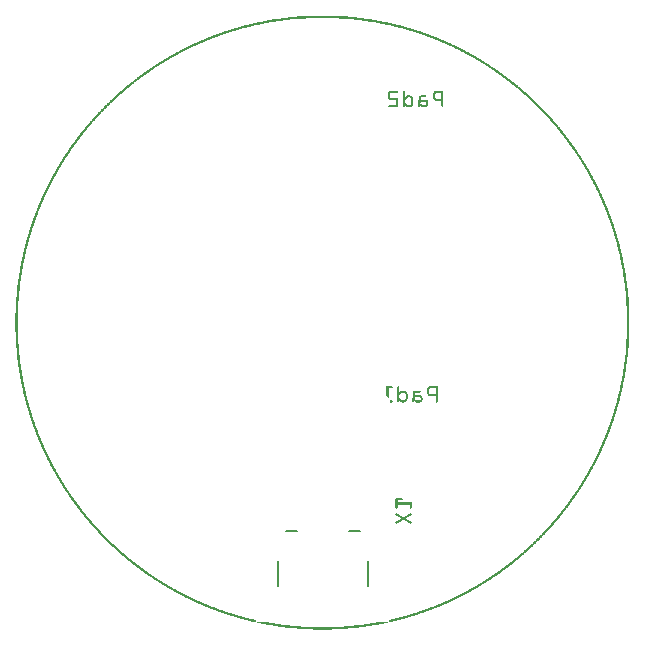
<source format=gbo>
G04 MADE WITH FRITZING*
G04 WWW.FRITZING.ORG*
G04 DOUBLE SIDED*
G04 HOLES PLATED*
G04 CONTOUR ON CENTER OF CONTOUR VECTOR*
%ASAXBY*%
%FSLAX23Y23*%
%MOIN*%
%OFA0B0*%
%SFA1.0B1.0*%
%ADD10C,0.008000*%
%ADD11R,0.001000X0.001000*%
%LNSILK0*%
G90*
G70*
G54D10*
X1174Y147D02*
X1174Y229D01*
D02*
X1147Y328D02*
X1111Y328D01*
D02*
X938Y328D02*
X902Y328D01*
D02*
X875Y229D02*
X875Y147D01*
G54D11*
X992Y2047D02*
X1054Y2047D01*
X968Y2046D02*
X1078Y2046D01*
X952Y2045D02*
X1094Y2045D01*
X939Y2044D02*
X1107Y2044D01*
X928Y2043D02*
X1118Y2043D01*
X917Y2042D02*
X1129Y2042D01*
X908Y2041D02*
X1138Y2041D01*
X899Y2040D02*
X1146Y2040D01*
X891Y2039D02*
X992Y2039D01*
X1054Y2039D02*
X1155Y2039D01*
X884Y2038D02*
X967Y2038D01*
X1079Y2038D02*
X1162Y2038D01*
X877Y2037D02*
X951Y2037D01*
X1095Y2037D02*
X1169Y2037D01*
X870Y2036D02*
X938Y2036D01*
X1108Y2036D02*
X1176Y2036D01*
X863Y2035D02*
X927Y2035D01*
X1119Y2035D02*
X1182Y2035D01*
X857Y2034D02*
X916Y2034D01*
X1130Y2034D02*
X1189Y2034D01*
X851Y2033D02*
X907Y2033D01*
X1139Y2033D02*
X1195Y2033D01*
X845Y2032D02*
X899Y2032D01*
X1147Y2032D02*
X1201Y2032D01*
X840Y2031D02*
X890Y2031D01*
X1156Y2031D02*
X1206Y2031D01*
X835Y2030D02*
X883Y2030D01*
X1163Y2030D02*
X1211Y2030D01*
X829Y2029D02*
X876Y2029D01*
X1170Y2029D02*
X1217Y2029D01*
X824Y2028D02*
X869Y2028D01*
X1177Y2028D02*
X1222Y2028D01*
X819Y2027D02*
X863Y2027D01*
X1183Y2027D02*
X1227Y2027D01*
X814Y2026D02*
X857Y2026D01*
X1189Y2026D02*
X1232Y2026D01*
X810Y2025D02*
X851Y2025D01*
X1195Y2025D02*
X1236Y2025D01*
X805Y2024D02*
X845Y2024D01*
X1201Y2024D02*
X1241Y2024D01*
X800Y2023D02*
X839Y2023D01*
X1207Y2023D02*
X1246Y2023D01*
X796Y2022D02*
X834Y2022D01*
X1212Y2022D02*
X1250Y2022D01*
X791Y2021D02*
X829Y2021D01*
X1217Y2021D02*
X1255Y2021D01*
X787Y2020D02*
X823Y2020D01*
X1223Y2020D02*
X1259Y2020D01*
X783Y2019D02*
X818Y2019D01*
X1228Y2019D02*
X1263Y2019D01*
X779Y2018D02*
X814Y2018D01*
X1232Y2018D02*
X1267Y2018D01*
X775Y2017D02*
X809Y2017D01*
X1237Y2017D02*
X1271Y2017D01*
X771Y2016D02*
X804Y2016D01*
X1242Y2016D02*
X1275Y2016D01*
X767Y2015D02*
X800Y2015D01*
X1246Y2015D02*
X1279Y2015D01*
X763Y2014D02*
X795Y2014D01*
X1251Y2014D02*
X1283Y2014D01*
X760Y2013D02*
X791Y2013D01*
X1255Y2013D02*
X1286Y2013D01*
X756Y2012D02*
X787Y2012D01*
X1259Y2012D02*
X1290Y2012D01*
X752Y2011D02*
X783Y2011D01*
X1263Y2011D02*
X1294Y2011D01*
X748Y2010D02*
X778Y2010D01*
X1268Y2010D02*
X1297Y2010D01*
X745Y2009D02*
X774Y2009D01*
X1272Y2009D02*
X1301Y2009D01*
X741Y2008D02*
X770Y2008D01*
X1276Y2008D02*
X1305Y2008D01*
X738Y2007D02*
X766Y2007D01*
X1280Y2007D02*
X1308Y2007D01*
X735Y2006D02*
X763Y2006D01*
X1283Y2006D02*
X1311Y2006D01*
X731Y2005D02*
X759Y2005D01*
X1287Y2005D02*
X1315Y2005D01*
X728Y2004D02*
X755Y2004D01*
X1291Y2004D02*
X1318Y2004D01*
X725Y2003D02*
X752Y2003D01*
X1294Y2003D02*
X1321Y2003D01*
X721Y2002D02*
X748Y2002D01*
X1298Y2002D02*
X1325Y2002D01*
X718Y2001D02*
X744Y2001D01*
X1302Y2001D02*
X1328Y2001D01*
X715Y2000D02*
X741Y2000D01*
X1305Y2000D02*
X1331Y2000D01*
X712Y1999D02*
X737Y1999D01*
X1309Y1999D02*
X1334Y1999D01*
X709Y1998D02*
X734Y1998D01*
X1312Y1998D02*
X1337Y1998D01*
X706Y1997D02*
X731Y1997D01*
X1315Y1997D02*
X1340Y1997D01*
X703Y1996D02*
X727Y1996D01*
X1319Y1996D02*
X1343Y1996D01*
X699Y1995D02*
X724Y1995D01*
X1322Y1995D02*
X1346Y1995D01*
X696Y1994D02*
X721Y1994D01*
X1325Y1994D02*
X1350Y1994D01*
X694Y1993D02*
X718Y1993D01*
X1328Y1993D02*
X1352Y1993D01*
X691Y1992D02*
X714Y1992D01*
X1332Y1992D02*
X1355Y1992D01*
X688Y1991D02*
X711Y1991D01*
X1335Y1991D02*
X1358Y1991D01*
X685Y1990D02*
X708Y1990D01*
X1338Y1990D02*
X1361Y1990D01*
X682Y1989D02*
X705Y1989D01*
X1341Y1989D02*
X1364Y1989D01*
X679Y1988D02*
X702Y1988D01*
X1344Y1988D02*
X1367Y1988D01*
X676Y1987D02*
X699Y1987D01*
X1347Y1987D02*
X1369Y1987D01*
X674Y1986D02*
X696Y1986D01*
X1350Y1986D02*
X1372Y1986D01*
X671Y1985D02*
X693Y1985D01*
X1353Y1985D02*
X1375Y1985D01*
X668Y1984D02*
X690Y1984D01*
X1356Y1984D02*
X1378Y1984D01*
X666Y1983D02*
X687Y1983D01*
X1359Y1983D02*
X1380Y1983D01*
X663Y1982D02*
X685Y1982D01*
X1361Y1982D02*
X1383Y1982D01*
X660Y1981D02*
X682Y1981D01*
X1364Y1981D02*
X1386Y1981D01*
X658Y1980D02*
X679Y1980D01*
X1367Y1980D02*
X1388Y1980D01*
X655Y1979D02*
X676Y1979D01*
X1370Y1979D02*
X1391Y1979D01*
X653Y1978D02*
X673Y1978D01*
X1373Y1978D02*
X1393Y1978D01*
X650Y1977D02*
X671Y1977D01*
X1375Y1977D02*
X1396Y1977D01*
X647Y1976D02*
X668Y1976D01*
X1378Y1976D02*
X1399Y1976D01*
X645Y1975D02*
X665Y1975D01*
X1381Y1975D02*
X1401Y1975D01*
X642Y1974D02*
X663Y1974D01*
X1383Y1974D02*
X1404Y1974D01*
X640Y1973D02*
X660Y1973D01*
X1386Y1973D02*
X1406Y1973D01*
X638Y1972D02*
X657Y1972D01*
X1389Y1972D02*
X1408Y1972D01*
X635Y1971D02*
X655Y1971D01*
X1391Y1971D02*
X1411Y1971D01*
X633Y1970D02*
X652Y1970D01*
X1394Y1970D02*
X1413Y1970D01*
X630Y1969D02*
X650Y1969D01*
X1396Y1969D02*
X1416Y1969D01*
X628Y1968D02*
X647Y1968D01*
X1399Y1968D02*
X1418Y1968D01*
X625Y1967D02*
X645Y1967D01*
X1401Y1967D02*
X1421Y1967D01*
X623Y1966D02*
X642Y1966D01*
X1404Y1966D02*
X1423Y1966D01*
X621Y1965D02*
X640Y1965D01*
X1406Y1965D02*
X1425Y1965D01*
X618Y1964D02*
X637Y1964D01*
X1409Y1964D02*
X1428Y1964D01*
X616Y1963D02*
X635Y1963D01*
X1411Y1963D02*
X1430Y1963D01*
X614Y1962D02*
X632Y1962D01*
X1414Y1962D02*
X1432Y1962D01*
X612Y1961D02*
X630Y1961D01*
X1416Y1961D02*
X1434Y1961D01*
X609Y1960D02*
X628Y1960D01*
X1418Y1960D02*
X1437Y1960D01*
X607Y1959D02*
X625Y1959D01*
X1421Y1959D02*
X1439Y1959D01*
X605Y1958D02*
X623Y1958D01*
X1423Y1958D02*
X1441Y1958D01*
X602Y1957D02*
X621Y1957D01*
X1425Y1957D02*
X1444Y1957D01*
X600Y1956D02*
X618Y1956D01*
X1428Y1956D02*
X1446Y1956D01*
X598Y1955D02*
X616Y1955D01*
X1430Y1955D02*
X1448Y1955D01*
X596Y1954D02*
X614Y1954D01*
X1432Y1954D02*
X1450Y1954D01*
X594Y1953D02*
X611Y1953D01*
X1435Y1953D02*
X1452Y1953D01*
X592Y1952D02*
X609Y1952D01*
X1437Y1952D02*
X1454Y1952D01*
X590Y1951D02*
X607Y1951D01*
X1439Y1951D02*
X1456Y1951D01*
X588Y1950D02*
X605Y1950D01*
X1441Y1950D02*
X1458Y1950D01*
X585Y1949D02*
X602Y1949D01*
X1444Y1949D02*
X1461Y1949D01*
X583Y1948D02*
X600Y1948D01*
X1446Y1948D02*
X1463Y1948D01*
X581Y1947D02*
X598Y1947D01*
X1448Y1947D02*
X1465Y1947D01*
X579Y1946D02*
X596Y1946D01*
X1450Y1946D02*
X1467Y1946D01*
X577Y1945D02*
X594Y1945D01*
X1452Y1945D02*
X1469Y1945D01*
X575Y1944D02*
X592Y1944D01*
X1454Y1944D02*
X1471Y1944D01*
X573Y1943D02*
X590Y1943D01*
X1456Y1943D02*
X1473Y1943D01*
X571Y1942D02*
X587Y1942D01*
X1459Y1942D02*
X1475Y1942D01*
X569Y1941D02*
X585Y1941D01*
X1461Y1941D02*
X1477Y1941D01*
X567Y1940D02*
X583Y1940D01*
X1463Y1940D02*
X1479Y1940D01*
X565Y1939D02*
X581Y1939D01*
X1465Y1939D02*
X1481Y1939D01*
X563Y1938D02*
X579Y1938D01*
X1467Y1938D02*
X1483Y1938D01*
X561Y1937D02*
X577Y1937D01*
X1469Y1937D02*
X1485Y1937D01*
X559Y1936D02*
X575Y1936D01*
X1471Y1936D02*
X1487Y1936D01*
X557Y1935D02*
X573Y1935D01*
X1473Y1935D02*
X1489Y1935D01*
X555Y1934D02*
X571Y1934D01*
X1475Y1934D02*
X1491Y1934D01*
X553Y1933D02*
X569Y1933D01*
X1477Y1933D02*
X1493Y1933D01*
X551Y1932D02*
X567Y1932D01*
X1479Y1932D02*
X1495Y1932D01*
X549Y1931D02*
X565Y1931D01*
X1481Y1931D02*
X1497Y1931D01*
X547Y1930D02*
X563Y1930D01*
X1483Y1930D02*
X1498Y1930D01*
X546Y1929D02*
X561Y1929D01*
X1485Y1929D02*
X1500Y1929D01*
X544Y1928D02*
X559Y1928D01*
X1487Y1928D02*
X1502Y1928D01*
X542Y1927D02*
X557Y1927D01*
X1489Y1927D02*
X1504Y1927D01*
X540Y1926D02*
X555Y1926D01*
X1491Y1926D02*
X1506Y1926D01*
X538Y1925D02*
X553Y1925D01*
X1493Y1925D02*
X1508Y1925D01*
X536Y1924D02*
X551Y1924D01*
X1495Y1924D02*
X1510Y1924D01*
X534Y1923D02*
X549Y1923D01*
X1496Y1923D02*
X1512Y1923D01*
X533Y1922D02*
X548Y1922D01*
X1498Y1922D02*
X1513Y1922D01*
X531Y1921D02*
X546Y1921D01*
X1500Y1921D02*
X1515Y1921D01*
X529Y1920D02*
X544Y1920D01*
X1502Y1920D02*
X1517Y1920D01*
X527Y1919D02*
X542Y1919D01*
X1504Y1919D02*
X1519Y1919D01*
X525Y1918D02*
X540Y1918D01*
X1506Y1918D02*
X1521Y1918D01*
X524Y1917D02*
X538Y1917D01*
X1508Y1917D02*
X1522Y1917D01*
X522Y1916D02*
X536Y1916D01*
X1510Y1916D02*
X1524Y1916D01*
X520Y1915D02*
X535Y1915D01*
X1511Y1915D02*
X1526Y1915D01*
X518Y1914D02*
X533Y1914D01*
X1513Y1914D02*
X1528Y1914D01*
X516Y1913D02*
X531Y1913D01*
X1515Y1913D02*
X1530Y1913D01*
X515Y1912D02*
X529Y1912D01*
X1517Y1912D02*
X1531Y1912D01*
X513Y1911D02*
X527Y1911D01*
X1519Y1911D02*
X1533Y1911D01*
X511Y1910D02*
X526Y1910D01*
X1520Y1910D02*
X1535Y1910D01*
X510Y1909D02*
X524Y1909D01*
X1522Y1909D02*
X1536Y1909D01*
X508Y1908D02*
X522Y1908D01*
X1524Y1908D02*
X1538Y1908D01*
X506Y1907D02*
X520Y1907D01*
X1526Y1907D02*
X1540Y1907D01*
X504Y1906D02*
X518Y1906D01*
X1528Y1906D02*
X1541Y1906D01*
X503Y1905D02*
X517Y1905D01*
X1529Y1905D02*
X1543Y1905D01*
X501Y1904D02*
X515Y1904D01*
X1531Y1904D02*
X1545Y1904D01*
X499Y1903D02*
X513Y1903D01*
X1533Y1903D02*
X1547Y1903D01*
X498Y1902D02*
X512Y1902D01*
X1534Y1902D02*
X1548Y1902D01*
X496Y1901D02*
X510Y1901D01*
X1536Y1901D02*
X1550Y1901D01*
X494Y1900D02*
X508Y1900D01*
X1538Y1900D02*
X1552Y1900D01*
X493Y1899D02*
X506Y1899D01*
X1540Y1899D02*
X1553Y1899D01*
X491Y1898D02*
X505Y1898D01*
X1541Y1898D02*
X1555Y1898D01*
X489Y1897D02*
X503Y1897D01*
X1543Y1897D02*
X1557Y1897D01*
X488Y1896D02*
X501Y1896D01*
X1545Y1896D02*
X1558Y1896D01*
X486Y1895D02*
X500Y1895D01*
X1546Y1895D02*
X1560Y1895D01*
X485Y1894D02*
X498Y1894D01*
X1548Y1894D02*
X1561Y1894D01*
X483Y1893D02*
X496Y1893D01*
X1550Y1893D02*
X1563Y1893D01*
X481Y1892D02*
X495Y1892D01*
X1551Y1892D02*
X1565Y1892D01*
X480Y1891D02*
X493Y1891D01*
X1553Y1891D02*
X1566Y1891D01*
X478Y1890D02*
X491Y1890D01*
X1555Y1890D02*
X1568Y1890D01*
X477Y1889D02*
X490Y1889D01*
X1556Y1889D02*
X1569Y1889D01*
X475Y1888D02*
X488Y1888D01*
X1558Y1888D02*
X1571Y1888D01*
X473Y1887D02*
X487Y1887D01*
X1559Y1887D02*
X1573Y1887D01*
X472Y1886D02*
X485Y1886D01*
X1561Y1886D02*
X1574Y1886D01*
X470Y1885D02*
X483Y1885D01*
X1563Y1885D02*
X1576Y1885D01*
X469Y1884D02*
X482Y1884D01*
X1564Y1884D02*
X1577Y1884D01*
X467Y1883D02*
X480Y1883D01*
X1566Y1883D02*
X1579Y1883D01*
X466Y1882D02*
X479Y1882D01*
X1567Y1882D02*
X1580Y1882D01*
X464Y1881D02*
X477Y1881D01*
X1569Y1881D02*
X1582Y1881D01*
X463Y1880D02*
X475Y1880D01*
X1571Y1880D02*
X1583Y1880D01*
X461Y1879D02*
X474Y1879D01*
X1572Y1879D02*
X1585Y1879D01*
X460Y1878D02*
X472Y1878D01*
X1574Y1878D02*
X1586Y1878D01*
X458Y1877D02*
X471Y1877D01*
X1575Y1877D02*
X1588Y1877D01*
X457Y1876D02*
X469Y1876D01*
X1577Y1876D02*
X1589Y1876D01*
X455Y1875D02*
X468Y1875D01*
X1578Y1875D02*
X1591Y1875D01*
X454Y1874D02*
X466Y1874D01*
X1580Y1874D02*
X1592Y1874D01*
X452Y1873D02*
X465Y1873D01*
X1581Y1873D02*
X1594Y1873D01*
X451Y1872D02*
X463Y1872D01*
X1583Y1872D02*
X1595Y1872D01*
X449Y1871D02*
X462Y1871D01*
X1584Y1871D02*
X1597Y1871D01*
X448Y1870D02*
X460Y1870D01*
X1586Y1870D02*
X1598Y1870D01*
X446Y1869D02*
X459Y1869D01*
X1587Y1869D02*
X1600Y1869D01*
X445Y1868D02*
X457Y1868D01*
X1589Y1868D02*
X1601Y1868D01*
X443Y1867D02*
X456Y1867D01*
X1590Y1867D02*
X1603Y1867D01*
X442Y1866D02*
X454Y1866D01*
X1592Y1866D02*
X1604Y1866D01*
X441Y1865D02*
X453Y1865D01*
X1593Y1865D02*
X1605Y1865D01*
X439Y1864D02*
X451Y1864D01*
X1595Y1864D02*
X1607Y1864D01*
X438Y1863D02*
X450Y1863D01*
X1596Y1863D02*
X1608Y1863D01*
X436Y1862D02*
X448Y1862D01*
X1598Y1862D02*
X1610Y1862D01*
X435Y1861D02*
X447Y1861D01*
X1599Y1861D02*
X1611Y1861D01*
X433Y1860D02*
X445Y1860D01*
X1600Y1860D02*
X1613Y1860D01*
X432Y1859D02*
X444Y1859D01*
X1602Y1859D02*
X1614Y1859D01*
X430Y1858D02*
X443Y1858D01*
X1603Y1858D02*
X1615Y1858D01*
X429Y1857D02*
X441Y1857D01*
X1605Y1857D02*
X1617Y1857D01*
X428Y1856D02*
X440Y1856D01*
X1606Y1856D02*
X1618Y1856D01*
X426Y1855D02*
X438Y1855D01*
X1608Y1855D02*
X1620Y1855D01*
X425Y1854D02*
X437Y1854D01*
X1609Y1854D02*
X1621Y1854D01*
X424Y1853D02*
X435Y1853D01*
X1611Y1853D02*
X1622Y1853D01*
X422Y1852D02*
X434Y1852D01*
X1612Y1852D02*
X1624Y1852D01*
X421Y1851D02*
X433Y1851D01*
X1613Y1851D02*
X1625Y1851D01*
X420Y1850D02*
X431Y1850D01*
X1615Y1850D02*
X1626Y1850D01*
X418Y1849D02*
X430Y1849D01*
X1616Y1849D02*
X1628Y1849D01*
X417Y1848D02*
X428Y1848D01*
X1618Y1848D02*
X1629Y1848D01*
X415Y1847D02*
X427Y1847D01*
X1619Y1847D02*
X1631Y1847D01*
X414Y1846D02*
X426Y1846D01*
X1620Y1846D02*
X1632Y1846D01*
X413Y1845D02*
X424Y1845D01*
X1622Y1845D02*
X1633Y1845D01*
X411Y1844D02*
X423Y1844D01*
X1623Y1844D02*
X1635Y1844D01*
X410Y1843D02*
X422Y1843D01*
X1624Y1843D02*
X1636Y1843D01*
X409Y1842D02*
X420Y1842D01*
X1626Y1842D02*
X1637Y1842D01*
X407Y1841D02*
X419Y1841D01*
X1627Y1841D02*
X1639Y1841D01*
X406Y1840D02*
X418Y1840D01*
X1628Y1840D02*
X1640Y1840D01*
X405Y1839D02*
X416Y1839D01*
X1630Y1839D02*
X1641Y1839D01*
X404Y1838D02*
X415Y1838D01*
X1631Y1838D02*
X1642Y1838D01*
X402Y1837D02*
X413Y1837D01*
X1633Y1837D02*
X1644Y1837D01*
X401Y1836D02*
X412Y1836D01*
X1634Y1836D02*
X1645Y1836D01*
X400Y1835D02*
X411Y1835D01*
X1635Y1835D02*
X1646Y1835D01*
X398Y1834D02*
X410Y1834D01*
X1636Y1834D02*
X1648Y1834D01*
X397Y1833D02*
X408Y1833D01*
X1638Y1833D02*
X1649Y1833D01*
X396Y1832D02*
X407Y1832D01*
X1639Y1832D02*
X1650Y1832D01*
X394Y1831D02*
X406Y1831D01*
X1640Y1831D02*
X1652Y1831D01*
X393Y1830D02*
X404Y1830D01*
X1642Y1830D02*
X1653Y1830D01*
X392Y1829D02*
X403Y1829D01*
X1643Y1829D02*
X1654Y1829D01*
X391Y1828D02*
X402Y1828D01*
X1644Y1828D02*
X1655Y1828D01*
X389Y1827D02*
X400Y1827D01*
X1646Y1827D02*
X1657Y1827D01*
X388Y1826D02*
X399Y1826D01*
X1647Y1826D02*
X1658Y1826D01*
X387Y1825D02*
X398Y1825D01*
X1648Y1825D02*
X1659Y1825D01*
X386Y1824D02*
X396Y1824D01*
X1650Y1824D02*
X1660Y1824D01*
X384Y1823D02*
X395Y1823D01*
X1651Y1823D02*
X1662Y1823D01*
X383Y1822D02*
X394Y1822D01*
X1652Y1822D02*
X1663Y1822D01*
X382Y1821D02*
X393Y1821D01*
X1653Y1821D02*
X1664Y1821D01*
X381Y1820D02*
X391Y1820D01*
X1655Y1820D02*
X1665Y1820D01*
X379Y1819D02*
X390Y1819D01*
X1656Y1819D02*
X1667Y1819D01*
X378Y1818D02*
X389Y1818D01*
X1657Y1818D02*
X1668Y1818D01*
X377Y1817D02*
X388Y1817D01*
X1658Y1817D02*
X1669Y1817D01*
X376Y1816D02*
X386Y1816D01*
X1659Y1816D02*
X1670Y1816D01*
X374Y1815D02*
X385Y1815D01*
X1661Y1815D02*
X1672Y1815D01*
X373Y1814D02*
X384Y1814D01*
X1662Y1814D02*
X1673Y1814D01*
X372Y1813D02*
X383Y1813D01*
X1663Y1813D02*
X1674Y1813D01*
X371Y1812D02*
X382Y1812D01*
X1664Y1812D02*
X1675Y1812D01*
X370Y1811D02*
X380Y1811D01*
X1666Y1811D02*
X1676Y1811D01*
X368Y1810D02*
X379Y1810D01*
X1667Y1810D02*
X1678Y1810D01*
X367Y1809D02*
X378Y1809D01*
X1668Y1809D02*
X1679Y1809D01*
X366Y1808D02*
X377Y1808D01*
X1669Y1808D02*
X1680Y1808D01*
X365Y1807D02*
X375Y1807D01*
X1671Y1807D02*
X1681Y1807D01*
X364Y1806D02*
X374Y1806D01*
X1672Y1806D02*
X1682Y1806D01*
X362Y1805D02*
X373Y1805D01*
X1673Y1805D02*
X1683Y1805D01*
X361Y1804D02*
X372Y1804D01*
X1674Y1804D02*
X1685Y1804D01*
X360Y1803D02*
X371Y1803D01*
X1675Y1803D02*
X1686Y1803D01*
X359Y1802D02*
X369Y1802D01*
X1677Y1802D02*
X1687Y1802D01*
X358Y1801D02*
X368Y1801D01*
X1678Y1801D02*
X1688Y1801D01*
X357Y1800D02*
X367Y1800D01*
X1679Y1800D02*
X1689Y1800D01*
X355Y1799D02*
X366Y1799D01*
X1680Y1799D02*
X1691Y1799D01*
X354Y1798D02*
X365Y1798D01*
X1681Y1798D02*
X1692Y1798D01*
X353Y1797D02*
X364Y1797D01*
X1682Y1797D02*
X1693Y1797D01*
X352Y1796D02*
X362Y1796D01*
X1249Y1796D02*
X1274Y1796D01*
X1296Y1796D02*
X1296Y1796D01*
X1402Y1796D02*
X1426Y1796D01*
X1684Y1796D02*
X1694Y1796D01*
X351Y1795D02*
X361Y1795D01*
X1246Y1795D02*
X1275Y1795D01*
X1294Y1795D02*
X1298Y1795D01*
X1399Y1795D02*
X1426Y1795D01*
X1685Y1795D02*
X1695Y1795D01*
X350Y1794D02*
X360Y1794D01*
X1245Y1794D02*
X1276Y1794D01*
X1293Y1794D02*
X1298Y1794D01*
X1397Y1794D02*
X1426Y1794D01*
X1686Y1794D02*
X1696Y1794D01*
X349Y1793D02*
X359Y1793D01*
X1244Y1793D02*
X1276Y1793D01*
X1293Y1793D02*
X1299Y1793D01*
X1396Y1793D02*
X1426Y1793D01*
X1687Y1793D02*
X1697Y1793D01*
X347Y1792D02*
X358Y1792D01*
X1243Y1792D02*
X1276Y1792D01*
X1293Y1792D02*
X1299Y1792D01*
X1395Y1792D02*
X1426Y1792D01*
X1688Y1792D02*
X1699Y1792D01*
X346Y1791D02*
X357Y1791D01*
X1243Y1791D02*
X1276Y1791D01*
X1293Y1791D02*
X1299Y1791D01*
X1394Y1791D02*
X1426Y1791D01*
X1689Y1791D02*
X1700Y1791D01*
X345Y1790D02*
X355Y1790D01*
X1243Y1790D02*
X1275Y1790D01*
X1293Y1790D02*
X1299Y1790D01*
X1394Y1790D02*
X1426Y1790D01*
X1691Y1790D02*
X1701Y1790D01*
X344Y1789D02*
X354Y1789D01*
X1243Y1789D02*
X1249Y1789D01*
X1293Y1789D02*
X1299Y1789D01*
X1393Y1789D02*
X1402Y1789D01*
X1420Y1789D02*
X1426Y1789D01*
X1692Y1789D02*
X1702Y1789D01*
X343Y1788D02*
X353Y1788D01*
X1243Y1788D02*
X1249Y1788D01*
X1293Y1788D02*
X1299Y1788D01*
X1393Y1788D02*
X1400Y1788D01*
X1420Y1788D02*
X1426Y1788D01*
X1693Y1788D02*
X1703Y1788D01*
X342Y1787D02*
X352Y1787D01*
X1243Y1787D02*
X1249Y1787D01*
X1293Y1787D02*
X1299Y1787D01*
X1393Y1787D02*
X1399Y1787D01*
X1420Y1787D02*
X1426Y1787D01*
X1694Y1787D02*
X1704Y1787D01*
X341Y1786D02*
X351Y1786D01*
X1243Y1786D02*
X1249Y1786D01*
X1293Y1786D02*
X1299Y1786D01*
X1393Y1786D02*
X1399Y1786D01*
X1420Y1786D02*
X1426Y1786D01*
X1695Y1786D02*
X1705Y1786D01*
X340Y1785D02*
X350Y1785D01*
X1243Y1785D02*
X1249Y1785D01*
X1293Y1785D02*
X1299Y1785D01*
X1393Y1785D02*
X1399Y1785D01*
X1420Y1785D02*
X1426Y1785D01*
X1696Y1785D02*
X1706Y1785D01*
X338Y1784D02*
X349Y1784D01*
X1243Y1784D02*
X1249Y1784D01*
X1293Y1784D02*
X1299Y1784D01*
X1393Y1784D02*
X1399Y1784D01*
X1420Y1784D02*
X1426Y1784D01*
X1697Y1784D02*
X1708Y1784D01*
X337Y1783D02*
X347Y1783D01*
X1243Y1783D02*
X1249Y1783D01*
X1293Y1783D02*
X1299Y1783D01*
X1393Y1783D02*
X1399Y1783D01*
X1420Y1783D02*
X1426Y1783D01*
X1698Y1783D02*
X1709Y1783D01*
X336Y1782D02*
X346Y1782D01*
X1243Y1782D02*
X1249Y1782D01*
X1293Y1782D02*
X1299Y1782D01*
X1393Y1782D02*
X1399Y1782D01*
X1420Y1782D02*
X1426Y1782D01*
X1700Y1782D02*
X1710Y1782D01*
X335Y1781D02*
X345Y1781D01*
X1243Y1781D02*
X1249Y1781D01*
X1293Y1781D02*
X1299Y1781D01*
X1306Y1781D02*
X1316Y1781D01*
X1351Y1781D02*
X1368Y1781D01*
X1393Y1781D02*
X1399Y1781D01*
X1420Y1781D02*
X1426Y1781D01*
X1701Y1781D02*
X1711Y1781D01*
X334Y1780D02*
X344Y1780D01*
X1243Y1780D02*
X1249Y1780D01*
X1293Y1780D02*
X1299Y1780D01*
X1304Y1780D02*
X1319Y1780D01*
X1349Y1780D02*
X1369Y1780D01*
X1393Y1780D02*
X1399Y1780D01*
X1420Y1780D02*
X1426Y1780D01*
X1702Y1780D02*
X1712Y1780D01*
X333Y1779D02*
X343Y1779D01*
X1243Y1779D02*
X1249Y1779D01*
X1293Y1779D02*
X1299Y1779D01*
X1303Y1779D02*
X1320Y1779D01*
X1347Y1779D02*
X1369Y1779D01*
X1393Y1779D02*
X1399Y1779D01*
X1420Y1779D02*
X1426Y1779D01*
X1703Y1779D02*
X1713Y1779D01*
X332Y1778D02*
X342Y1778D01*
X1243Y1778D02*
X1249Y1778D01*
X1293Y1778D02*
X1299Y1778D01*
X1301Y1778D02*
X1321Y1778D01*
X1346Y1778D02*
X1369Y1778D01*
X1393Y1778D02*
X1399Y1778D01*
X1420Y1778D02*
X1426Y1778D01*
X1704Y1778D02*
X1714Y1778D01*
X331Y1777D02*
X341Y1777D01*
X1243Y1777D02*
X1249Y1777D01*
X1293Y1777D02*
X1322Y1777D01*
X1346Y1777D02*
X1369Y1777D01*
X1393Y1777D02*
X1399Y1777D01*
X1420Y1777D02*
X1426Y1777D01*
X1705Y1777D02*
X1715Y1777D01*
X330Y1776D02*
X340Y1776D01*
X1243Y1776D02*
X1249Y1776D01*
X1293Y1776D02*
X1323Y1776D01*
X1345Y1776D02*
X1369Y1776D01*
X1393Y1776D02*
X1399Y1776D01*
X1420Y1776D02*
X1426Y1776D01*
X1706Y1776D02*
X1716Y1776D01*
X329Y1775D02*
X339Y1775D01*
X1243Y1775D02*
X1249Y1775D01*
X1293Y1775D02*
X1324Y1775D01*
X1344Y1775D02*
X1368Y1775D01*
X1393Y1775D02*
X1399Y1775D01*
X1420Y1775D02*
X1426Y1775D01*
X1707Y1775D02*
X1717Y1775D01*
X328Y1774D02*
X337Y1774D01*
X1243Y1774D02*
X1249Y1774D01*
X1293Y1774D02*
X1307Y1774D01*
X1316Y1774D02*
X1325Y1774D01*
X1344Y1774D02*
X1351Y1774D01*
X1393Y1774D02*
X1399Y1774D01*
X1420Y1774D02*
X1426Y1774D01*
X1709Y1774D02*
X1718Y1774D01*
X326Y1773D02*
X336Y1773D01*
X1243Y1773D02*
X1249Y1773D01*
X1293Y1773D02*
X1305Y1773D01*
X1317Y1773D02*
X1325Y1773D01*
X1344Y1773D02*
X1350Y1773D01*
X1393Y1773D02*
X1399Y1773D01*
X1420Y1773D02*
X1426Y1773D01*
X1710Y1773D02*
X1720Y1773D01*
X325Y1772D02*
X335Y1772D01*
X1243Y1772D02*
X1272Y1772D01*
X1293Y1772D02*
X1304Y1772D01*
X1319Y1772D02*
X1326Y1772D01*
X1344Y1772D02*
X1350Y1772D01*
X1393Y1772D02*
X1399Y1772D01*
X1420Y1772D02*
X1426Y1772D01*
X1711Y1772D02*
X1721Y1772D01*
X324Y1771D02*
X334Y1771D01*
X1243Y1771D02*
X1274Y1771D01*
X1293Y1771D02*
X1303Y1771D01*
X1319Y1771D02*
X1326Y1771D01*
X1344Y1771D02*
X1350Y1771D01*
X1393Y1771D02*
X1400Y1771D01*
X1420Y1771D02*
X1426Y1771D01*
X1712Y1771D02*
X1722Y1771D01*
X323Y1770D02*
X333Y1770D01*
X1243Y1770D02*
X1275Y1770D01*
X1293Y1770D02*
X1302Y1770D01*
X1320Y1770D02*
X1326Y1770D01*
X1344Y1770D02*
X1350Y1770D01*
X1393Y1770D02*
X1401Y1770D01*
X1420Y1770D02*
X1426Y1770D01*
X1713Y1770D02*
X1723Y1770D01*
X322Y1769D02*
X332Y1769D01*
X1244Y1769D02*
X1275Y1769D01*
X1293Y1769D02*
X1301Y1769D01*
X1320Y1769D02*
X1326Y1769D01*
X1344Y1769D02*
X1350Y1769D01*
X1394Y1769D02*
X1426Y1769D01*
X1714Y1769D02*
X1724Y1769D01*
X321Y1768D02*
X331Y1768D01*
X1245Y1768D02*
X1276Y1768D01*
X1293Y1768D02*
X1300Y1768D01*
X1320Y1768D02*
X1326Y1768D01*
X1344Y1768D02*
X1350Y1768D01*
X1394Y1768D02*
X1426Y1768D01*
X1715Y1768D02*
X1725Y1768D01*
X320Y1767D02*
X330Y1767D01*
X1246Y1767D02*
X1276Y1767D01*
X1293Y1767D02*
X1299Y1767D01*
X1320Y1767D02*
X1326Y1767D01*
X1344Y1767D02*
X1350Y1767D01*
X1395Y1767D02*
X1426Y1767D01*
X1716Y1767D02*
X1726Y1767D01*
X319Y1766D02*
X329Y1766D01*
X1248Y1766D02*
X1276Y1766D01*
X1293Y1766D02*
X1299Y1766D01*
X1320Y1766D02*
X1326Y1766D01*
X1343Y1766D02*
X1370Y1766D01*
X1396Y1766D02*
X1426Y1766D01*
X1717Y1766D02*
X1727Y1766D01*
X318Y1765D02*
X328Y1765D01*
X1270Y1765D02*
X1276Y1765D01*
X1293Y1765D02*
X1299Y1765D01*
X1320Y1765D02*
X1326Y1765D01*
X1343Y1765D02*
X1372Y1765D01*
X1397Y1765D02*
X1426Y1765D01*
X1718Y1765D02*
X1728Y1765D01*
X317Y1764D02*
X327Y1764D01*
X1270Y1764D02*
X1276Y1764D01*
X1293Y1764D02*
X1299Y1764D01*
X1320Y1764D02*
X1326Y1764D01*
X1343Y1764D02*
X1373Y1764D01*
X1398Y1764D02*
X1426Y1764D01*
X1719Y1764D02*
X1729Y1764D01*
X316Y1763D02*
X326Y1763D01*
X1270Y1763D02*
X1276Y1763D01*
X1293Y1763D02*
X1299Y1763D01*
X1320Y1763D02*
X1326Y1763D01*
X1343Y1763D02*
X1374Y1763D01*
X1401Y1763D02*
X1426Y1763D01*
X1720Y1763D02*
X1730Y1763D01*
X315Y1762D02*
X325Y1762D01*
X1270Y1762D02*
X1276Y1762D01*
X1293Y1762D02*
X1299Y1762D01*
X1320Y1762D02*
X1326Y1762D01*
X1343Y1762D02*
X1375Y1762D01*
X1420Y1762D02*
X1426Y1762D01*
X1721Y1762D02*
X1731Y1762D01*
X314Y1761D02*
X323Y1761D01*
X1270Y1761D02*
X1276Y1761D01*
X1293Y1761D02*
X1299Y1761D01*
X1320Y1761D02*
X1326Y1761D01*
X1343Y1761D02*
X1375Y1761D01*
X1420Y1761D02*
X1426Y1761D01*
X1723Y1761D02*
X1732Y1761D01*
X313Y1760D02*
X322Y1760D01*
X1270Y1760D02*
X1276Y1760D01*
X1293Y1760D02*
X1299Y1760D01*
X1320Y1760D02*
X1326Y1760D01*
X1343Y1760D02*
X1376Y1760D01*
X1420Y1760D02*
X1426Y1760D01*
X1724Y1760D02*
X1733Y1760D01*
X312Y1759D02*
X321Y1759D01*
X1270Y1759D02*
X1276Y1759D01*
X1293Y1759D02*
X1299Y1759D01*
X1320Y1759D02*
X1326Y1759D01*
X1343Y1759D02*
X1351Y1759D01*
X1369Y1759D02*
X1376Y1759D01*
X1420Y1759D02*
X1426Y1759D01*
X1725Y1759D02*
X1734Y1759D01*
X311Y1758D02*
X320Y1758D01*
X1270Y1758D02*
X1276Y1758D01*
X1293Y1758D02*
X1299Y1758D01*
X1320Y1758D02*
X1326Y1758D01*
X1343Y1758D02*
X1350Y1758D01*
X1370Y1758D02*
X1376Y1758D01*
X1420Y1758D02*
X1426Y1758D01*
X1726Y1758D02*
X1735Y1758D01*
X310Y1757D02*
X319Y1757D01*
X1270Y1757D02*
X1276Y1757D01*
X1293Y1757D02*
X1299Y1757D01*
X1320Y1757D02*
X1326Y1757D01*
X1343Y1757D02*
X1349Y1757D01*
X1370Y1757D02*
X1376Y1757D01*
X1420Y1757D02*
X1426Y1757D01*
X1727Y1757D02*
X1736Y1757D01*
X309Y1756D02*
X318Y1756D01*
X1270Y1756D02*
X1276Y1756D01*
X1293Y1756D02*
X1299Y1756D01*
X1320Y1756D02*
X1326Y1756D01*
X1343Y1756D02*
X1349Y1756D01*
X1370Y1756D02*
X1376Y1756D01*
X1420Y1756D02*
X1426Y1756D01*
X1728Y1756D02*
X1737Y1756D01*
X308Y1755D02*
X317Y1755D01*
X1270Y1755D02*
X1276Y1755D01*
X1293Y1755D02*
X1300Y1755D01*
X1320Y1755D02*
X1326Y1755D01*
X1343Y1755D02*
X1349Y1755D01*
X1370Y1755D02*
X1376Y1755D01*
X1420Y1755D02*
X1426Y1755D01*
X1729Y1755D02*
X1738Y1755D01*
X307Y1754D02*
X316Y1754D01*
X1270Y1754D02*
X1276Y1754D01*
X1293Y1754D02*
X1301Y1754D01*
X1320Y1754D02*
X1326Y1754D01*
X1343Y1754D02*
X1349Y1754D01*
X1370Y1754D02*
X1376Y1754D01*
X1420Y1754D02*
X1426Y1754D01*
X1730Y1754D02*
X1739Y1754D01*
X306Y1753D02*
X315Y1753D01*
X1270Y1753D02*
X1276Y1753D01*
X1293Y1753D02*
X1302Y1753D01*
X1320Y1753D02*
X1326Y1753D01*
X1343Y1753D02*
X1350Y1753D01*
X1370Y1753D02*
X1376Y1753D01*
X1420Y1753D02*
X1426Y1753D01*
X1731Y1753D02*
X1740Y1753D01*
X305Y1752D02*
X314Y1752D01*
X1270Y1752D02*
X1276Y1752D01*
X1293Y1752D02*
X1304Y1752D01*
X1319Y1752D02*
X1326Y1752D01*
X1343Y1752D02*
X1352Y1752D01*
X1370Y1752D02*
X1376Y1752D01*
X1420Y1752D02*
X1426Y1752D01*
X1732Y1752D02*
X1741Y1752D01*
X304Y1751D02*
X313Y1751D01*
X1270Y1751D02*
X1276Y1751D01*
X1293Y1751D02*
X1305Y1751D01*
X1318Y1751D02*
X1326Y1751D01*
X1343Y1751D02*
X1353Y1751D01*
X1370Y1751D02*
X1376Y1751D01*
X1420Y1751D02*
X1426Y1751D01*
X1733Y1751D02*
X1742Y1751D01*
X302Y1750D02*
X312Y1750D01*
X1270Y1750D02*
X1276Y1750D01*
X1293Y1750D02*
X1306Y1750D01*
X1317Y1750D02*
X1325Y1750D01*
X1343Y1750D02*
X1355Y1750D01*
X1369Y1750D02*
X1376Y1750D01*
X1420Y1750D02*
X1426Y1750D01*
X1734Y1750D02*
X1743Y1750D01*
X301Y1749D02*
X311Y1749D01*
X1247Y1749D02*
X1276Y1749D01*
X1293Y1749D02*
X1325Y1749D01*
X1343Y1749D02*
X1376Y1749D01*
X1420Y1749D02*
X1426Y1749D01*
X1735Y1749D02*
X1745Y1749D01*
X300Y1748D02*
X310Y1748D01*
X1244Y1748D02*
X1276Y1748D01*
X1293Y1748D02*
X1324Y1748D01*
X1343Y1748D02*
X1375Y1748D01*
X1420Y1748D02*
X1426Y1748D01*
X1736Y1748D02*
X1746Y1748D01*
X299Y1747D02*
X309Y1747D01*
X1243Y1747D02*
X1276Y1747D01*
X1293Y1747D02*
X1323Y1747D01*
X1343Y1747D02*
X1375Y1747D01*
X1420Y1747D02*
X1426Y1747D01*
X1737Y1747D02*
X1747Y1747D01*
X298Y1746D02*
X308Y1746D01*
X1243Y1746D02*
X1276Y1746D01*
X1293Y1746D02*
X1299Y1746D01*
X1301Y1746D02*
X1322Y1746D01*
X1343Y1746D02*
X1374Y1746D01*
X1420Y1746D02*
X1426Y1746D01*
X1738Y1746D02*
X1748Y1746D01*
X297Y1745D02*
X307Y1745D01*
X1243Y1745D02*
X1276Y1745D01*
X1293Y1745D02*
X1299Y1745D01*
X1302Y1745D02*
X1321Y1745D01*
X1343Y1745D02*
X1349Y1745D01*
X1351Y1745D02*
X1373Y1745D01*
X1420Y1745D02*
X1426Y1745D01*
X1739Y1745D02*
X1748Y1745D01*
X297Y1744D02*
X306Y1744D01*
X1243Y1744D02*
X1276Y1744D01*
X1293Y1744D02*
X1298Y1744D01*
X1303Y1744D02*
X1320Y1744D01*
X1343Y1744D02*
X1348Y1744D01*
X1352Y1744D02*
X1372Y1744D01*
X1421Y1744D02*
X1426Y1744D01*
X1740Y1744D02*
X1749Y1744D01*
X296Y1743D02*
X305Y1743D01*
X1244Y1743D02*
X1276Y1743D01*
X1294Y1743D02*
X1298Y1743D01*
X1305Y1743D02*
X1318Y1743D01*
X1344Y1743D02*
X1348Y1743D01*
X1354Y1743D02*
X1370Y1743D01*
X1422Y1743D02*
X1425Y1743D01*
X1741Y1743D02*
X1750Y1743D01*
X295Y1742D02*
X304Y1742D01*
X1246Y1742D02*
X1276Y1742D01*
X1309Y1742D02*
X1314Y1742D01*
X1357Y1742D02*
X1366Y1742D01*
X1742Y1742D02*
X1751Y1742D01*
X294Y1741D02*
X303Y1741D01*
X1743Y1741D02*
X1752Y1741D01*
X293Y1740D02*
X302Y1740D01*
X1744Y1740D02*
X1753Y1740D01*
X292Y1739D02*
X301Y1739D01*
X1745Y1739D02*
X1754Y1739D01*
X291Y1738D02*
X300Y1738D01*
X1746Y1738D02*
X1755Y1738D01*
X290Y1737D02*
X299Y1737D01*
X1747Y1737D02*
X1756Y1737D01*
X289Y1736D02*
X298Y1736D01*
X1748Y1736D02*
X1757Y1736D01*
X288Y1735D02*
X297Y1735D01*
X1749Y1735D02*
X1758Y1735D01*
X287Y1734D02*
X296Y1734D01*
X1750Y1734D02*
X1759Y1734D01*
X286Y1733D02*
X295Y1733D01*
X1751Y1733D02*
X1760Y1733D01*
X285Y1732D02*
X294Y1732D01*
X1752Y1732D02*
X1761Y1732D01*
X284Y1731D02*
X293Y1731D01*
X1753Y1731D02*
X1762Y1731D01*
X283Y1730D02*
X292Y1730D01*
X1754Y1730D02*
X1763Y1730D01*
X282Y1729D02*
X291Y1729D01*
X1755Y1729D02*
X1764Y1729D01*
X281Y1728D02*
X290Y1728D01*
X1756Y1728D02*
X1765Y1728D01*
X280Y1727D02*
X289Y1727D01*
X1757Y1727D02*
X1766Y1727D01*
X279Y1726D02*
X288Y1726D01*
X1758Y1726D02*
X1767Y1726D01*
X278Y1725D02*
X287Y1725D01*
X1759Y1725D02*
X1768Y1725D01*
X277Y1724D02*
X286Y1724D01*
X1760Y1724D02*
X1769Y1724D01*
X276Y1723D02*
X285Y1723D01*
X1761Y1723D02*
X1770Y1723D01*
X275Y1722D02*
X285Y1722D01*
X1761Y1722D02*
X1771Y1722D01*
X274Y1721D02*
X284Y1721D01*
X1762Y1721D02*
X1772Y1721D01*
X274Y1720D02*
X283Y1720D01*
X1763Y1720D02*
X1772Y1720D01*
X273Y1719D02*
X282Y1719D01*
X1764Y1719D02*
X1773Y1719D01*
X272Y1718D02*
X281Y1718D01*
X1765Y1718D02*
X1774Y1718D01*
X271Y1717D02*
X280Y1717D01*
X1766Y1717D02*
X1775Y1717D01*
X270Y1716D02*
X279Y1716D01*
X1767Y1716D02*
X1776Y1716D01*
X269Y1715D02*
X278Y1715D01*
X1768Y1715D02*
X1777Y1715D01*
X268Y1714D02*
X277Y1714D01*
X1769Y1714D02*
X1778Y1714D01*
X267Y1713D02*
X276Y1713D01*
X1770Y1713D02*
X1779Y1713D01*
X266Y1712D02*
X275Y1712D01*
X1771Y1712D02*
X1780Y1712D01*
X265Y1711D02*
X274Y1711D01*
X1772Y1711D02*
X1781Y1711D01*
X264Y1710D02*
X273Y1710D01*
X1773Y1710D02*
X1782Y1710D01*
X263Y1709D02*
X272Y1709D01*
X1774Y1709D02*
X1783Y1709D01*
X263Y1708D02*
X272Y1708D01*
X1774Y1708D02*
X1783Y1708D01*
X262Y1707D02*
X271Y1707D01*
X1775Y1707D02*
X1784Y1707D01*
X261Y1706D02*
X270Y1706D01*
X1776Y1706D02*
X1785Y1706D01*
X260Y1705D02*
X269Y1705D01*
X1777Y1705D02*
X1786Y1705D01*
X259Y1704D02*
X268Y1704D01*
X1778Y1704D02*
X1787Y1704D01*
X258Y1703D02*
X267Y1703D01*
X1779Y1703D02*
X1788Y1703D01*
X257Y1702D02*
X266Y1702D01*
X1780Y1702D02*
X1789Y1702D01*
X256Y1701D02*
X265Y1701D01*
X1781Y1701D02*
X1790Y1701D01*
X255Y1700D02*
X264Y1700D01*
X1782Y1700D02*
X1791Y1700D01*
X255Y1699D02*
X263Y1699D01*
X1782Y1699D02*
X1791Y1699D01*
X254Y1698D02*
X263Y1698D01*
X1783Y1698D02*
X1792Y1698D01*
X253Y1697D02*
X262Y1697D01*
X1784Y1697D02*
X1793Y1697D01*
X252Y1696D02*
X261Y1696D01*
X1785Y1696D02*
X1794Y1696D01*
X251Y1695D02*
X260Y1695D01*
X1786Y1695D02*
X1795Y1695D01*
X250Y1694D02*
X259Y1694D01*
X1787Y1694D02*
X1796Y1694D01*
X249Y1693D02*
X258Y1693D01*
X1788Y1693D02*
X1797Y1693D01*
X248Y1692D02*
X257Y1692D01*
X1789Y1692D02*
X1798Y1692D01*
X248Y1691D02*
X256Y1691D01*
X1790Y1691D02*
X1798Y1691D01*
X247Y1690D02*
X256Y1690D01*
X1790Y1690D02*
X1799Y1690D01*
X246Y1689D02*
X255Y1689D01*
X1791Y1689D02*
X1800Y1689D01*
X245Y1688D02*
X254Y1688D01*
X1792Y1688D02*
X1801Y1688D01*
X244Y1687D02*
X253Y1687D01*
X1793Y1687D02*
X1802Y1687D01*
X243Y1686D02*
X252Y1686D01*
X1794Y1686D02*
X1803Y1686D01*
X242Y1685D02*
X251Y1685D01*
X1795Y1685D02*
X1803Y1685D01*
X242Y1684D02*
X250Y1684D01*
X1796Y1684D02*
X1804Y1684D01*
X241Y1683D02*
X250Y1683D01*
X1796Y1683D02*
X1805Y1683D01*
X240Y1682D02*
X249Y1682D01*
X1797Y1682D02*
X1806Y1682D01*
X239Y1681D02*
X248Y1681D01*
X1798Y1681D02*
X1807Y1681D01*
X238Y1680D02*
X247Y1680D01*
X1799Y1680D02*
X1808Y1680D01*
X237Y1679D02*
X246Y1679D01*
X1800Y1679D02*
X1809Y1679D01*
X237Y1678D02*
X245Y1678D01*
X1801Y1678D02*
X1809Y1678D01*
X236Y1677D02*
X244Y1677D01*
X1802Y1677D02*
X1810Y1677D01*
X235Y1676D02*
X244Y1676D01*
X1802Y1676D02*
X1811Y1676D01*
X234Y1675D02*
X243Y1675D01*
X1803Y1675D02*
X1812Y1675D01*
X233Y1674D02*
X242Y1674D01*
X1804Y1674D02*
X1813Y1674D01*
X232Y1673D02*
X241Y1673D01*
X1805Y1673D02*
X1814Y1673D01*
X232Y1672D02*
X240Y1672D01*
X1806Y1672D02*
X1814Y1672D01*
X231Y1671D02*
X239Y1671D01*
X1807Y1671D02*
X1815Y1671D01*
X230Y1670D02*
X239Y1670D01*
X1807Y1670D02*
X1816Y1670D01*
X229Y1669D02*
X238Y1669D01*
X1808Y1669D02*
X1817Y1669D01*
X228Y1668D02*
X237Y1668D01*
X1809Y1668D02*
X1818Y1668D01*
X228Y1667D02*
X236Y1667D01*
X1810Y1667D02*
X1818Y1667D01*
X227Y1666D02*
X235Y1666D01*
X1811Y1666D02*
X1819Y1666D01*
X226Y1665D02*
X235Y1665D01*
X1811Y1665D02*
X1820Y1665D01*
X225Y1664D02*
X234Y1664D01*
X1812Y1664D02*
X1821Y1664D01*
X224Y1663D02*
X233Y1663D01*
X1813Y1663D02*
X1822Y1663D01*
X224Y1662D02*
X232Y1662D01*
X1814Y1662D02*
X1822Y1662D01*
X223Y1661D02*
X231Y1661D01*
X1815Y1661D02*
X1823Y1661D01*
X222Y1660D02*
X230Y1660D01*
X1815Y1660D02*
X1824Y1660D01*
X221Y1659D02*
X230Y1659D01*
X1816Y1659D02*
X1825Y1659D01*
X220Y1658D02*
X229Y1658D01*
X1817Y1658D02*
X1826Y1658D01*
X220Y1657D02*
X228Y1657D01*
X1818Y1657D02*
X1826Y1657D01*
X219Y1656D02*
X227Y1656D01*
X1819Y1656D02*
X1827Y1656D01*
X218Y1655D02*
X226Y1655D01*
X1820Y1655D02*
X1828Y1655D01*
X217Y1654D02*
X226Y1654D01*
X1820Y1654D02*
X1829Y1654D01*
X216Y1653D02*
X225Y1653D01*
X1821Y1653D02*
X1830Y1653D01*
X216Y1652D02*
X224Y1652D01*
X1822Y1652D02*
X1830Y1652D01*
X215Y1651D02*
X223Y1651D01*
X1823Y1651D02*
X1831Y1651D01*
X214Y1650D02*
X222Y1650D01*
X1823Y1650D02*
X1832Y1650D01*
X213Y1649D02*
X222Y1649D01*
X1824Y1649D02*
X1833Y1649D01*
X213Y1648D02*
X221Y1648D01*
X1825Y1648D02*
X1833Y1648D01*
X212Y1647D02*
X220Y1647D01*
X1826Y1647D02*
X1834Y1647D01*
X211Y1646D02*
X219Y1646D01*
X1827Y1646D02*
X1835Y1646D01*
X210Y1645D02*
X219Y1645D01*
X1827Y1645D02*
X1836Y1645D01*
X210Y1644D02*
X218Y1644D01*
X1828Y1644D02*
X1836Y1644D01*
X209Y1643D02*
X217Y1643D01*
X1829Y1643D02*
X1837Y1643D01*
X208Y1642D02*
X216Y1642D01*
X1830Y1642D02*
X1838Y1642D01*
X207Y1641D02*
X216Y1641D01*
X1830Y1641D02*
X1839Y1641D01*
X206Y1640D02*
X215Y1640D01*
X1831Y1640D02*
X1840Y1640D01*
X206Y1639D02*
X214Y1639D01*
X1832Y1639D02*
X1840Y1639D01*
X205Y1638D02*
X213Y1638D01*
X1833Y1638D02*
X1841Y1638D01*
X204Y1637D02*
X213Y1637D01*
X1833Y1637D02*
X1842Y1637D01*
X203Y1636D02*
X212Y1636D01*
X1834Y1636D02*
X1843Y1636D01*
X203Y1635D02*
X211Y1635D01*
X1835Y1635D02*
X1843Y1635D01*
X202Y1634D02*
X210Y1634D01*
X1836Y1634D02*
X1844Y1634D01*
X201Y1633D02*
X209Y1633D01*
X1837Y1633D02*
X1845Y1633D01*
X200Y1632D02*
X209Y1632D01*
X1837Y1632D02*
X1846Y1632D01*
X200Y1631D02*
X208Y1631D01*
X1838Y1631D02*
X1846Y1631D01*
X199Y1630D02*
X207Y1630D01*
X1839Y1630D02*
X1847Y1630D01*
X198Y1629D02*
X207Y1629D01*
X1839Y1629D02*
X1848Y1629D01*
X198Y1628D02*
X206Y1628D01*
X1840Y1628D02*
X1848Y1628D01*
X197Y1627D02*
X205Y1627D01*
X1841Y1627D02*
X1849Y1627D01*
X196Y1626D02*
X204Y1626D01*
X1842Y1626D02*
X1850Y1626D01*
X195Y1625D02*
X204Y1625D01*
X1842Y1625D02*
X1851Y1625D01*
X195Y1624D02*
X203Y1624D01*
X1843Y1624D02*
X1851Y1624D01*
X194Y1623D02*
X202Y1623D01*
X1844Y1623D02*
X1852Y1623D01*
X193Y1622D02*
X201Y1622D01*
X1845Y1622D02*
X1853Y1622D01*
X192Y1621D02*
X201Y1621D01*
X1845Y1621D02*
X1854Y1621D01*
X192Y1620D02*
X200Y1620D01*
X1846Y1620D02*
X1854Y1620D01*
X191Y1619D02*
X199Y1619D01*
X1847Y1619D02*
X1855Y1619D01*
X190Y1618D02*
X198Y1618D01*
X1847Y1618D02*
X1856Y1618D01*
X189Y1617D02*
X198Y1617D01*
X1848Y1617D02*
X1856Y1617D01*
X189Y1616D02*
X197Y1616D01*
X1849Y1616D02*
X1857Y1616D01*
X188Y1615D02*
X196Y1615D01*
X1850Y1615D02*
X1858Y1615D01*
X187Y1614D02*
X196Y1614D01*
X1850Y1614D02*
X1859Y1614D01*
X187Y1613D02*
X195Y1613D01*
X1851Y1613D02*
X1859Y1613D01*
X186Y1612D02*
X194Y1612D01*
X1852Y1612D02*
X1860Y1612D01*
X185Y1611D02*
X193Y1611D01*
X1853Y1611D02*
X1861Y1611D01*
X185Y1610D02*
X193Y1610D01*
X1853Y1610D02*
X1861Y1610D01*
X184Y1609D02*
X192Y1609D01*
X1854Y1609D02*
X1862Y1609D01*
X183Y1608D02*
X191Y1608D01*
X1855Y1608D02*
X1863Y1608D01*
X183Y1607D02*
X191Y1607D01*
X1855Y1607D02*
X1863Y1607D01*
X182Y1606D02*
X190Y1606D01*
X1856Y1606D02*
X1864Y1606D01*
X181Y1605D02*
X189Y1605D01*
X1857Y1605D02*
X1865Y1605D01*
X180Y1604D02*
X189Y1604D01*
X1857Y1604D02*
X1866Y1604D01*
X180Y1603D02*
X188Y1603D01*
X1858Y1603D02*
X1866Y1603D01*
X179Y1602D02*
X187Y1602D01*
X1859Y1602D02*
X1867Y1602D01*
X178Y1601D02*
X186Y1601D01*
X1859Y1601D02*
X1868Y1601D01*
X178Y1600D02*
X186Y1600D01*
X1860Y1600D02*
X1868Y1600D01*
X177Y1599D02*
X185Y1599D01*
X1861Y1599D02*
X1869Y1599D01*
X176Y1598D02*
X184Y1598D01*
X1862Y1598D02*
X1870Y1598D01*
X176Y1597D02*
X184Y1597D01*
X1862Y1597D02*
X1870Y1597D01*
X175Y1596D02*
X183Y1596D01*
X1863Y1596D02*
X1871Y1596D01*
X174Y1595D02*
X182Y1595D01*
X1864Y1595D02*
X1872Y1595D01*
X174Y1594D02*
X182Y1594D01*
X1864Y1594D02*
X1872Y1594D01*
X173Y1593D02*
X181Y1593D01*
X1865Y1593D02*
X1873Y1593D01*
X172Y1592D02*
X180Y1592D01*
X1866Y1592D02*
X1874Y1592D01*
X172Y1591D02*
X180Y1591D01*
X1866Y1591D02*
X1874Y1591D01*
X171Y1590D02*
X179Y1590D01*
X1867Y1590D02*
X1875Y1590D01*
X170Y1589D02*
X178Y1589D01*
X1868Y1589D02*
X1876Y1589D01*
X170Y1588D02*
X178Y1588D01*
X1868Y1588D02*
X1876Y1588D01*
X169Y1587D02*
X177Y1587D01*
X1869Y1587D02*
X1877Y1587D01*
X168Y1586D02*
X176Y1586D01*
X1870Y1586D02*
X1878Y1586D01*
X168Y1585D02*
X176Y1585D01*
X1870Y1585D02*
X1878Y1585D01*
X167Y1584D02*
X175Y1584D01*
X1871Y1584D02*
X1879Y1584D01*
X166Y1583D02*
X174Y1583D01*
X1872Y1583D02*
X1880Y1583D01*
X166Y1582D02*
X174Y1582D01*
X1872Y1582D02*
X1880Y1582D01*
X165Y1581D02*
X173Y1581D01*
X1873Y1581D02*
X1881Y1581D01*
X164Y1580D02*
X172Y1580D01*
X1874Y1580D02*
X1882Y1580D01*
X164Y1579D02*
X172Y1579D01*
X1874Y1579D02*
X1882Y1579D01*
X163Y1578D02*
X171Y1578D01*
X1875Y1578D02*
X1883Y1578D01*
X162Y1577D02*
X170Y1577D01*
X1876Y1577D02*
X1884Y1577D01*
X162Y1576D02*
X170Y1576D01*
X1876Y1576D02*
X1884Y1576D01*
X161Y1575D02*
X169Y1575D01*
X1877Y1575D02*
X1885Y1575D01*
X160Y1574D02*
X168Y1574D01*
X1878Y1574D02*
X1885Y1574D01*
X160Y1573D02*
X168Y1573D01*
X1878Y1573D02*
X1886Y1573D01*
X159Y1572D02*
X167Y1572D01*
X1879Y1572D02*
X1887Y1572D01*
X159Y1571D02*
X166Y1571D01*
X1880Y1571D02*
X1887Y1571D01*
X158Y1570D02*
X166Y1570D01*
X1880Y1570D02*
X1888Y1570D01*
X157Y1569D02*
X165Y1569D01*
X1881Y1569D02*
X1889Y1569D01*
X157Y1568D02*
X165Y1568D01*
X1881Y1568D02*
X1889Y1568D01*
X156Y1567D02*
X164Y1567D01*
X1882Y1567D02*
X1890Y1567D01*
X155Y1566D02*
X163Y1566D01*
X1883Y1566D02*
X1890Y1566D01*
X155Y1565D02*
X163Y1565D01*
X1883Y1565D02*
X1891Y1565D01*
X154Y1564D02*
X162Y1564D01*
X1884Y1564D02*
X1892Y1564D01*
X154Y1563D02*
X161Y1563D01*
X1885Y1563D02*
X1892Y1563D01*
X153Y1562D02*
X161Y1562D01*
X1885Y1562D02*
X1893Y1562D01*
X152Y1561D02*
X160Y1561D01*
X1886Y1561D02*
X1894Y1561D01*
X152Y1560D02*
X160Y1560D01*
X1886Y1560D02*
X1894Y1560D01*
X151Y1559D02*
X159Y1559D01*
X1887Y1559D02*
X1895Y1559D01*
X150Y1558D02*
X158Y1558D01*
X1888Y1558D02*
X1895Y1558D01*
X150Y1557D02*
X158Y1557D01*
X1888Y1557D02*
X1896Y1557D01*
X149Y1556D02*
X157Y1556D01*
X1889Y1556D02*
X1897Y1556D01*
X149Y1555D02*
X156Y1555D01*
X1889Y1555D02*
X1897Y1555D01*
X148Y1554D02*
X156Y1554D01*
X1890Y1554D02*
X1898Y1554D01*
X147Y1553D02*
X155Y1553D01*
X1891Y1553D02*
X1899Y1553D01*
X147Y1552D02*
X155Y1552D01*
X1891Y1552D02*
X1899Y1552D01*
X146Y1551D02*
X154Y1551D01*
X1892Y1551D02*
X1900Y1551D01*
X146Y1550D02*
X153Y1550D01*
X1893Y1550D02*
X1900Y1550D01*
X145Y1549D02*
X153Y1549D01*
X1893Y1549D02*
X1901Y1549D01*
X144Y1548D02*
X152Y1548D01*
X1894Y1548D02*
X1902Y1548D01*
X144Y1547D02*
X152Y1547D01*
X1894Y1547D02*
X1902Y1547D01*
X143Y1546D02*
X151Y1546D01*
X1895Y1546D02*
X1903Y1546D01*
X143Y1545D02*
X150Y1545D01*
X1896Y1545D02*
X1903Y1545D01*
X142Y1544D02*
X150Y1544D01*
X1896Y1544D02*
X1904Y1544D01*
X141Y1543D02*
X149Y1543D01*
X1897Y1543D02*
X1904Y1543D01*
X141Y1542D02*
X149Y1542D01*
X1897Y1542D02*
X1905Y1542D01*
X140Y1541D02*
X148Y1541D01*
X1898Y1541D02*
X1906Y1541D01*
X140Y1540D02*
X147Y1540D01*
X1898Y1540D02*
X1906Y1540D01*
X139Y1539D02*
X147Y1539D01*
X1899Y1539D02*
X1907Y1539D01*
X139Y1538D02*
X146Y1538D01*
X1900Y1538D02*
X1907Y1538D01*
X138Y1537D02*
X146Y1537D01*
X1900Y1537D02*
X1908Y1537D01*
X137Y1536D02*
X145Y1536D01*
X1901Y1536D02*
X1909Y1536D01*
X137Y1535D02*
X145Y1535D01*
X1901Y1535D02*
X1909Y1535D01*
X136Y1534D02*
X144Y1534D01*
X1902Y1534D02*
X1910Y1534D01*
X136Y1533D02*
X143Y1533D01*
X1903Y1533D02*
X1910Y1533D01*
X135Y1532D02*
X143Y1532D01*
X1903Y1532D02*
X1911Y1532D01*
X134Y1531D02*
X142Y1531D01*
X1904Y1531D02*
X1912Y1531D01*
X134Y1530D02*
X142Y1530D01*
X1904Y1530D02*
X1912Y1530D01*
X133Y1529D02*
X141Y1529D01*
X1905Y1529D02*
X1913Y1529D01*
X133Y1528D02*
X140Y1528D01*
X1906Y1528D02*
X1913Y1528D01*
X132Y1527D02*
X140Y1527D01*
X1906Y1527D02*
X1914Y1527D01*
X132Y1526D02*
X139Y1526D01*
X1907Y1526D02*
X1914Y1526D01*
X131Y1525D02*
X139Y1525D01*
X1907Y1525D02*
X1915Y1525D01*
X131Y1524D02*
X138Y1524D01*
X1908Y1524D02*
X1915Y1524D01*
X130Y1523D02*
X138Y1523D01*
X1908Y1523D02*
X1916Y1523D01*
X129Y1522D02*
X137Y1522D01*
X1909Y1522D02*
X1917Y1522D01*
X129Y1521D02*
X137Y1521D01*
X1909Y1521D02*
X1917Y1521D01*
X128Y1520D02*
X136Y1520D01*
X1910Y1520D02*
X1918Y1520D01*
X128Y1519D02*
X135Y1519D01*
X1911Y1519D02*
X1918Y1519D01*
X127Y1518D02*
X135Y1518D01*
X1911Y1518D02*
X1919Y1518D01*
X127Y1517D02*
X134Y1517D01*
X1912Y1517D02*
X1919Y1517D01*
X126Y1516D02*
X134Y1516D01*
X1912Y1516D02*
X1920Y1516D01*
X126Y1515D02*
X133Y1515D01*
X1913Y1515D02*
X1920Y1515D01*
X125Y1514D02*
X133Y1514D01*
X1913Y1514D02*
X1921Y1514D01*
X124Y1513D02*
X132Y1513D01*
X1914Y1513D02*
X1922Y1513D01*
X124Y1512D02*
X132Y1512D01*
X1914Y1512D02*
X1922Y1512D01*
X123Y1511D02*
X131Y1511D01*
X1915Y1511D02*
X1923Y1511D01*
X123Y1510D02*
X130Y1510D01*
X1916Y1510D02*
X1923Y1510D01*
X122Y1509D02*
X130Y1509D01*
X1916Y1509D02*
X1924Y1509D01*
X122Y1508D02*
X129Y1508D01*
X1917Y1508D02*
X1924Y1508D01*
X121Y1507D02*
X129Y1507D01*
X1917Y1507D02*
X1925Y1507D01*
X121Y1506D02*
X128Y1506D01*
X1918Y1506D02*
X1925Y1506D01*
X120Y1505D02*
X128Y1505D01*
X1918Y1505D02*
X1926Y1505D01*
X120Y1504D02*
X127Y1504D01*
X1919Y1504D02*
X1926Y1504D01*
X119Y1503D02*
X127Y1503D01*
X1919Y1503D02*
X1927Y1503D01*
X119Y1502D02*
X126Y1502D01*
X1920Y1502D02*
X1927Y1502D01*
X118Y1501D02*
X126Y1501D01*
X1920Y1501D02*
X1928Y1501D01*
X117Y1500D02*
X125Y1500D01*
X1921Y1500D02*
X1928Y1500D01*
X117Y1499D02*
X125Y1499D01*
X1921Y1499D02*
X1929Y1499D01*
X116Y1498D02*
X124Y1498D01*
X1922Y1498D02*
X1930Y1498D01*
X116Y1497D02*
X123Y1497D01*
X1922Y1497D02*
X1930Y1497D01*
X115Y1496D02*
X123Y1496D01*
X1923Y1496D02*
X1931Y1496D01*
X115Y1495D02*
X122Y1495D01*
X1924Y1495D02*
X1931Y1495D01*
X114Y1494D02*
X122Y1494D01*
X1924Y1494D02*
X1932Y1494D01*
X114Y1493D02*
X121Y1493D01*
X1925Y1493D02*
X1932Y1493D01*
X113Y1492D02*
X121Y1492D01*
X1925Y1492D02*
X1933Y1492D01*
X113Y1491D02*
X120Y1491D01*
X1926Y1491D02*
X1933Y1491D01*
X112Y1490D02*
X120Y1490D01*
X1926Y1490D02*
X1934Y1490D01*
X112Y1489D02*
X119Y1489D01*
X1927Y1489D02*
X1934Y1489D01*
X111Y1488D02*
X119Y1488D01*
X1927Y1488D02*
X1935Y1488D01*
X111Y1487D02*
X118Y1487D01*
X1928Y1487D02*
X1935Y1487D01*
X110Y1486D02*
X118Y1486D01*
X1928Y1486D02*
X1936Y1486D01*
X110Y1485D02*
X117Y1485D01*
X1929Y1485D02*
X1936Y1485D01*
X109Y1484D02*
X117Y1484D01*
X1929Y1484D02*
X1937Y1484D01*
X109Y1483D02*
X116Y1483D01*
X1930Y1483D02*
X1937Y1483D01*
X108Y1482D02*
X116Y1482D01*
X1930Y1482D02*
X1938Y1482D01*
X108Y1481D02*
X115Y1481D01*
X1931Y1481D02*
X1938Y1481D01*
X107Y1480D02*
X115Y1480D01*
X1931Y1480D02*
X1939Y1480D01*
X107Y1479D02*
X114Y1479D01*
X1932Y1479D02*
X1939Y1479D01*
X106Y1478D02*
X114Y1478D01*
X1932Y1478D02*
X1940Y1478D01*
X106Y1477D02*
X113Y1477D01*
X1933Y1477D02*
X1940Y1477D01*
X105Y1476D02*
X113Y1476D01*
X1933Y1476D02*
X1941Y1476D01*
X105Y1475D02*
X112Y1475D01*
X1934Y1475D02*
X1941Y1475D01*
X104Y1474D02*
X112Y1474D01*
X1934Y1474D02*
X1942Y1474D01*
X104Y1473D02*
X111Y1473D01*
X1935Y1473D02*
X1942Y1473D01*
X103Y1472D02*
X111Y1472D01*
X1935Y1472D02*
X1943Y1472D01*
X103Y1471D02*
X110Y1471D01*
X1936Y1471D02*
X1943Y1471D01*
X102Y1470D02*
X110Y1470D01*
X1936Y1470D02*
X1944Y1470D01*
X102Y1469D02*
X109Y1469D01*
X1937Y1469D02*
X1944Y1469D01*
X101Y1468D02*
X109Y1468D01*
X1937Y1468D02*
X1945Y1468D01*
X101Y1467D02*
X108Y1467D01*
X1938Y1467D02*
X1945Y1467D01*
X100Y1466D02*
X108Y1466D01*
X1938Y1466D02*
X1946Y1466D01*
X100Y1465D02*
X107Y1465D01*
X1939Y1465D02*
X1946Y1465D01*
X99Y1464D02*
X107Y1464D01*
X1939Y1464D02*
X1947Y1464D01*
X99Y1463D02*
X106Y1463D01*
X1940Y1463D02*
X1947Y1463D01*
X98Y1462D02*
X106Y1462D01*
X1940Y1462D02*
X1948Y1462D01*
X98Y1461D02*
X105Y1461D01*
X1941Y1461D02*
X1948Y1461D01*
X98Y1460D02*
X105Y1460D01*
X1941Y1460D02*
X1948Y1460D01*
X97Y1459D02*
X104Y1459D01*
X1942Y1459D02*
X1949Y1459D01*
X97Y1458D02*
X104Y1458D01*
X1942Y1458D02*
X1949Y1458D01*
X96Y1457D02*
X104Y1457D01*
X1942Y1457D02*
X1950Y1457D01*
X96Y1456D02*
X103Y1456D01*
X1943Y1456D02*
X1950Y1456D01*
X95Y1455D02*
X103Y1455D01*
X1943Y1455D02*
X1951Y1455D01*
X95Y1454D02*
X102Y1454D01*
X1944Y1454D02*
X1951Y1454D01*
X94Y1453D02*
X102Y1453D01*
X1944Y1453D02*
X1952Y1453D01*
X94Y1452D02*
X101Y1452D01*
X1945Y1452D02*
X1952Y1452D01*
X93Y1451D02*
X101Y1451D01*
X1945Y1451D02*
X1953Y1451D01*
X93Y1450D02*
X100Y1450D01*
X1946Y1450D02*
X1953Y1450D01*
X92Y1449D02*
X100Y1449D01*
X1946Y1449D02*
X1954Y1449D01*
X92Y1448D02*
X99Y1448D01*
X1947Y1448D02*
X1954Y1448D01*
X91Y1447D02*
X99Y1447D01*
X1947Y1447D02*
X1955Y1447D01*
X91Y1446D02*
X98Y1446D01*
X1948Y1446D02*
X1955Y1446D01*
X90Y1445D02*
X98Y1445D01*
X1948Y1445D02*
X1955Y1445D01*
X90Y1444D02*
X97Y1444D01*
X1949Y1444D02*
X1956Y1444D01*
X90Y1443D02*
X97Y1443D01*
X1949Y1443D02*
X1956Y1443D01*
X89Y1442D02*
X97Y1442D01*
X1949Y1442D02*
X1957Y1442D01*
X89Y1441D02*
X96Y1441D01*
X1950Y1441D02*
X1957Y1441D01*
X88Y1440D02*
X96Y1440D01*
X1950Y1440D02*
X1958Y1440D01*
X88Y1439D02*
X95Y1439D01*
X1951Y1439D02*
X1958Y1439D01*
X87Y1438D02*
X95Y1438D01*
X1951Y1438D02*
X1959Y1438D01*
X87Y1437D02*
X94Y1437D01*
X1952Y1437D02*
X1959Y1437D01*
X87Y1436D02*
X94Y1436D01*
X1952Y1436D02*
X1959Y1436D01*
X86Y1435D02*
X93Y1435D01*
X1952Y1435D02*
X1960Y1435D01*
X86Y1434D02*
X93Y1434D01*
X1953Y1434D02*
X1960Y1434D01*
X85Y1433D02*
X93Y1433D01*
X1953Y1433D02*
X1961Y1433D01*
X85Y1432D02*
X92Y1432D01*
X1954Y1432D02*
X1961Y1432D01*
X84Y1431D02*
X92Y1431D01*
X1954Y1431D02*
X1962Y1431D01*
X84Y1430D02*
X91Y1430D01*
X1955Y1430D02*
X1962Y1430D01*
X83Y1429D02*
X91Y1429D01*
X1955Y1429D02*
X1962Y1429D01*
X83Y1428D02*
X90Y1428D01*
X1956Y1428D02*
X1963Y1428D01*
X83Y1427D02*
X90Y1427D01*
X1956Y1427D02*
X1963Y1427D01*
X82Y1426D02*
X90Y1426D01*
X1956Y1426D02*
X1964Y1426D01*
X82Y1425D02*
X89Y1425D01*
X1957Y1425D02*
X1964Y1425D01*
X81Y1424D02*
X89Y1424D01*
X1957Y1424D02*
X1965Y1424D01*
X81Y1423D02*
X88Y1423D01*
X1958Y1423D02*
X1965Y1423D01*
X80Y1422D02*
X88Y1422D01*
X1958Y1422D02*
X1966Y1422D01*
X80Y1421D02*
X87Y1421D01*
X1959Y1421D02*
X1966Y1421D01*
X80Y1420D02*
X87Y1420D01*
X1959Y1420D02*
X1966Y1420D01*
X79Y1419D02*
X87Y1419D01*
X1959Y1419D02*
X1967Y1419D01*
X79Y1418D02*
X86Y1418D01*
X1960Y1418D02*
X1967Y1418D01*
X78Y1417D02*
X86Y1417D01*
X1960Y1417D02*
X1968Y1417D01*
X78Y1416D02*
X85Y1416D01*
X1961Y1416D02*
X1968Y1416D01*
X78Y1415D02*
X85Y1415D01*
X1961Y1415D02*
X1968Y1415D01*
X77Y1414D02*
X84Y1414D01*
X1962Y1414D02*
X1969Y1414D01*
X77Y1413D02*
X84Y1413D01*
X1962Y1413D02*
X1969Y1413D01*
X76Y1412D02*
X84Y1412D01*
X1962Y1412D02*
X1970Y1412D01*
X76Y1411D02*
X83Y1411D01*
X1963Y1411D02*
X1970Y1411D01*
X76Y1410D02*
X83Y1410D01*
X1963Y1410D02*
X1970Y1410D01*
X75Y1409D02*
X82Y1409D01*
X1964Y1409D02*
X1971Y1409D01*
X75Y1408D02*
X82Y1408D01*
X1964Y1408D02*
X1971Y1408D01*
X74Y1407D02*
X82Y1407D01*
X1964Y1407D02*
X1972Y1407D01*
X74Y1406D02*
X81Y1406D01*
X1965Y1406D02*
X1972Y1406D01*
X73Y1405D02*
X81Y1405D01*
X1965Y1405D02*
X1973Y1405D01*
X73Y1404D02*
X80Y1404D01*
X1966Y1404D02*
X1973Y1404D01*
X73Y1403D02*
X80Y1403D01*
X1966Y1403D02*
X1973Y1403D01*
X72Y1402D02*
X80Y1402D01*
X1966Y1402D02*
X1974Y1402D01*
X72Y1401D02*
X79Y1401D01*
X1967Y1401D02*
X1974Y1401D01*
X71Y1400D02*
X79Y1400D01*
X1967Y1400D02*
X1975Y1400D01*
X71Y1399D02*
X78Y1399D01*
X1968Y1399D02*
X1975Y1399D01*
X71Y1398D02*
X78Y1398D01*
X1968Y1398D02*
X1975Y1398D01*
X70Y1397D02*
X78Y1397D01*
X1968Y1397D02*
X1976Y1397D01*
X70Y1396D02*
X77Y1396D01*
X1969Y1396D02*
X1976Y1396D01*
X70Y1395D02*
X77Y1395D01*
X1969Y1395D02*
X1976Y1395D01*
X69Y1394D02*
X76Y1394D01*
X1970Y1394D02*
X1977Y1394D01*
X69Y1393D02*
X76Y1393D01*
X1970Y1393D02*
X1977Y1393D01*
X68Y1392D02*
X76Y1392D01*
X1970Y1392D02*
X1978Y1392D01*
X68Y1391D02*
X75Y1391D01*
X1971Y1391D02*
X1978Y1391D01*
X68Y1390D02*
X75Y1390D01*
X1971Y1390D02*
X1978Y1390D01*
X67Y1389D02*
X74Y1389D01*
X1972Y1389D02*
X1979Y1389D01*
X67Y1388D02*
X74Y1388D01*
X1972Y1388D02*
X1979Y1388D01*
X66Y1387D02*
X74Y1387D01*
X1972Y1387D02*
X1980Y1387D01*
X66Y1386D02*
X73Y1386D01*
X1973Y1386D02*
X1980Y1386D01*
X66Y1385D02*
X73Y1385D01*
X1973Y1385D02*
X1980Y1385D01*
X65Y1384D02*
X73Y1384D01*
X1973Y1384D02*
X1981Y1384D01*
X65Y1383D02*
X72Y1383D01*
X1974Y1383D02*
X1981Y1383D01*
X65Y1382D02*
X72Y1382D01*
X1974Y1382D02*
X1981Y1382D01*
X64Y1381D02*
X71Y1381D01*
X1975Y1381D02*
X1982Y1381D01*
X64Y1380D02*
X71Y1380D01*
X1975Y1380D02*
X1982Y1380D01*
X63Y1379D02*
X71Y1379D01*
X1975Y1379D02*
X1983Y1379D01*
X63Y1378D02*
X70Y1378D01*
X1976Y1378D02*
X1983Y1378D01*
X63Y1377D02*
X70Y1377D01*
X1976Y1377D02*
X1983Y1377D01*
X62Y1376D02*
X70Y1376D01*
X1976Y1376D02*
X1984Y1376D01*
X62Y1375D02*
X69Y1375D01*
X1977Y1375D02*
X1984Y1375D01*
X62Y1374D02*
X69Y1374D01*
X1977Y1374D02*
X1984Y1374D01*
X61Y1373D02*
X68Y1373D01*
X1978Y1373D02*
X1985Y1373D01*
X61Y1372D02*
X68Y1372D01*
X1978Y1372D02*
X1985Y1372D01*
X60Y1371D02*
X68Y1371D01*
X1978Y1371D02*
X1985Y1371D01*
X60Y1370D02*
X67Y1370D01*
X1979Y1370D02*
X1986Y1370D01*
X60Y1369D02*
X67Y1369D01*
X1979Y1369D02*
X1986Y1369D01*
X59Y1368D02*
X67Y1368D01*
X1979Y1368D02*
X1987Y1368D01*
X59Y1367D02*
X66Y1367D01*
X1980Y1367D02*
X1987Y1367D01*
X59Y1366D02*
X66Y1366D01*
X1980Y1366D02*
X1987Y1366D01*
X58Y1365D02*
X66Y1365D01*
X1980Y1365D02*
X1988Y1365D01*
X58Y1364D02*
X65Y1364D01*
X1981Y1364D02*
X1988Y1364D01*
X58Y1363D02*
X65Y1363D01*
X1981Y1363D02*
X1988Y1363D01*
X57Y1362D02*
X65Y1362D01*
X1981Y1362D02*
X1989Y1362D01*
X57Y1361D02*
X64Y1361D01*
X1982Y1361D02*
X1989Y1361D01*
X57Y1360D02*
X64Y1360D01*
X1982Y1360D02*
X1989Y1360D01*
X56Y1359D02*
X63Y1359D01*
X1982Y1359D02*
X1990Y1359D01*
X56Y1358D02*
X63Y1358D01*
X1983Y1358D02*
X1990Y1358D01*
X56Y1357D02*
X63Y1357D01*
X1983Y1357D02*
X1990Y1357D01*
X55Y1356D02*
X62Y1356D01*
X1984Y1356D02*
X1991Y1356D01*
X55Y1355D02*
X62Y1355D01*
X1984Y1355D02*
X1991Y1355D01*
X55Y1354D02*
X62Y1354D01*
X1984Y1354D02*
X1991Y1354D01*
X54Y1353D02*
X61Y1353D01*
X1985Y1353D02*
X1992Y1353D01*
X54Y1352D02*
X61Y1352D01*
X1985Y1352D02*
X1992Y1352D01*
X53Y1351D02*
X61Y1351D01*
X1985Y1351D02*
X1993Y1351D01*
X53Y1350D02*
X60Y1350D01*
X1986Y1350D02*
X1993Y1350D01*
X53Y1349D02*
X60Y1349D01*
X1986Y1349D02*
X1993Y1349D01*
X53Y1348D02*
X60Y1348D01*
X1986Y1348D02*
X1993Y1348D01*
X52Y1347D02*
X59Y1347D01*
X1987Y1347D02*
X1994Y1347D01*
X52Y1346D02*
X59Y1346D01*
X1987Y1346D02*
X1994Y1346D01*
X52Y1345D02*
X59Y1345D01*
X1987Y1345D02*
X1994Y1345D01*
X51Y1344D02*
X58Y1344D01*
X1988Y1344D02*
X1995Y1344D01*
X51Y1343D02*
X58Y1343D01*
X1988Y1343D02*
X1995Y1343D01*
X51Y1342D02*
X58Y1342D01*
X1988Y1342D02*
X1995Y1342D01*
X50Y1341D02*
X57Y1341D01*
X1989Y1341D02*
X1996Y1341D01*
X50Y1340D02*
X57Y1340D01*
X1989Y1340D02*
X1996Y1340D01*
X50Y1339D02*
X57Y1339D01*
X1989Y1339D02*
X1996Y1339D01*
X49Y1338D02*
X56Y1338D01*
X1990Y1338D02*
X1997Y1338D01*
X49Y1337D02*
X56Y1337D01*
X1990Y1337D02*
X1997Y1337D01*
X49Y1336D02*
X56Y1336D01*
X1990Y1336D02*
X1997Y1336D01*
X48Y1335D02*
X55Y1335D01*
X1991Y1335D02*
X1998Y1335D01*
X48Y1334D02*
X55Y1334D01*
X1991Y1334D02*
X1998Y1334D01*
X48Y1333D02*
X55Y1333D01*
X1991Y1333D02*
X1998Y1333D01*
X47Y1332D02*
X54Y1332D01*
X1991Y1332D02*
X1999Y1332D01*
X47Y1331D02*
X54Y1331D01*
X1992Y1331D02*
X1999Y1331D01*
X47Y1330D02*
X54Y1330D01*
X1992Y1330D02*
X1999Y1330D01*
X46Y1329D02*
X54Y1329D01*
X1992Y1329D02*
X2000Y1329D01*
X46Y1328D02*
X53Y1328D01*
X1993Y1328D02*
X2000Y1328D01*
X46Y1327D02*
X53Y1327D01*
X1993Y1327D02*
X2000Y1327D01*
X45Y1326D02*
X53Y1326D01*
X1993Y1326D02*
X2001Y1326D01*
X45Y1325D02*
X52Y1325D01*
X1994Y1325D02*
X2001Y1325D01*
X45Y1324D02*
X52Y1324D01*
X1994Y1324D02*
X2001Y1324D01*
X45Y1323D02*
X52Y1323D01*
X1994Y1323D02*
X2001Y1323D01*
X44Y1322D02*
X51Y1322D01*
X1995Y1322D02*
X2002Y1322D01*
X44Y1321D02*
X51Y1321D01*
X1995Y1321D02*
X2002Y1321D01*
X44Y1320D02*
X51Y1320D01*
X1995Y1320D02*
X2002Y1320D01*
X43Y1319D02*
X50Y1319D01*
X1996Y1319D02*
X2003Y1319D01*
X43Y1318D02*
X50Y1318D01*
X1996Y1318D02*
X2003Y1318D01*
X43Y1317D02*
X50Y1317D01*
X1996Y1317D02*
X2003Y1317D01*
X42Y1316D02*
X50Y1316D01*
X1996Y1316D02*
X2004Y1316D01*
X42Y1315D02*
X49Y1315D01*
X1997Y1315D02*
X2004Y1315D01*
X42Y1314D02*
X49Y1314D01*
X1997Y1314D02*
X2004Y1314D01*
X42Y1313D02*
X49Y1313D01*
X1997Y1313D02*
X2004Y1313D01*
X41Y1312D02*
X48Y1312D01*
X1998Y1312D02*
X2005Y1312D01*
X41Y1311D02*
X48Y1311D01*
X1998Y1311D02*
X2005Y1311D01*
X41Y1310D02*
X48Y1310D01*
X1998Y1310D02*
X2005Y1310D01*
X40Y1309D02*
X47Y1309D01*
X1998Y1309D02*
X2006Y1309D01*
X40Y1308D02*
X47Y1308D01*
X1999Y1308D02*
X2006Y1308D01*
X40Y1307D02*
X47Y1307D01*
X1999Y1307D02*
X2006Y1307D01*
X39Y1306D02*
X47Y1306D01*
X1999Y1306D02*
X2007Y1306D01*
X39Y1305D02*
X46Y1305D01*
X2000Y1305D02*
X2007Y1305D01*
X39Y1304D02*
X46Y1304D01*
X2000Y1304D02*
X2007Y1304D01*
X39Y1303D02*
X46Y1303D01*
X2000Y1303D02*
X2007Y1303D01*
X38Y1302D02*
X45Y1302D01*
X2001Y1302D02*
X2008Y1302D01*
X38Y1301D02*
X45Y1301D01*
X2001Y1301D02*
X2008Y1301D01*
X38Y1300D02*
X45Y1300D01*
X2001Y1300D02*
X2008Y1300D01*
X37Y1299D02*
X45Y1299D01*
X2001Y1299D02*
X2008Y1299D01*
X37Y1298D02*
X44Y1298D01*
X2002Y1298D02*
X2009Y1298D01*
X37Y1297D02*
X44Y1297D01*
X2002Y1297D02*
X2009Y1297D01*
X37Y1296D02*
X44Y1296D01*
X2002Y1296D02*
X2009Y1296D01*
X36Y1295D02*
X44Y1295D01*
X2002Y1295D02*
X2010Y1295D01*
X36Y1294D02*
X43Y1294D01*
X2003Y1294D02*
X2010Y1294D01*
X36Y1293D02*
X43Y1293D01*
X2003Y1293D02*
X2010Y1293D01*
X36Y1292D02*
X43Y1292D01*
X2003Y1292D02*
X2010Y1292D01*
X35Y1291D02*
X42Y1291D01*
X2004Y1291D02*
X2011Y1291D01*
X35Y1290D02*
X42Y1290D01*
X2004Y1290D02*
X2011Y1290D01*
X35Y1289D02*
X42Y1289D01*
X2004Y1289D02*
X2011Y1289D01*
X35Y1288D02*
X42Y1288D01*
X2004Y1288D02*
X2011Y1288D01*
X34Y1287D02*
X41Y1287D01*
X2005Y1287D02*
X2012Y1287D01*
X34Y1286D02*
X41Y1286D01*
X2005Y1286D02*
X2012Y1286D01*
X34Y1285D02*
X41Y1285D01*
X2005Y1285D02*
X2012Y1285D01*
X33Y1284D02*
X41Y1284D01*
X2005Y1284D02*
X2013Y1284D01*
X33Y1283D02*
X40Y1283D01*
X2006Y1283D02*
X2013Y1283D01*
X33Y1282D02*
X40Y1282D01*
X2006Y1282D02*
X2013Y1282D01*
X33Y1281D02*
X40Y1281D01*
X2006Y1281D02*
X2013Y1281D01*
X32Y1280D02*
X39Y1280D01*
X2007Y1280D02*
X2014Y1280D01*
X32Y1279D02*
X39Y1279D01*
X2007Y1279D02*
X2014Y1279D01*
X32Y1278D02*
X39Y1278D01*
X2007Y1278D02*
X2014Y1278D01*
X32Y1277D02*
X39Y1277D01*
X2007Y1277D02*
X2014Y1277D01*
X31Y1276D02*
X38Y1276D01*
X2008Y1276D02*
X2015Y1276D01*
X31Y1275D02*
X38Y1275D01*
X2008Y1275D02*
X2015Y1275D01*
X31Y1274D02*
X38Y1274D01*
X2008Y1274D02*
X2015Y1274D01*
X31Y1273D02*
X38Y1273D01*
X2008Y1273D02*
X2015Y1273D01*
X30Y1272D02*
X37Y1272D01*
X2009Y1272D02*
X2016Y1272D01*
X30Y1271D02*
X37Y1271D01*
X2009Y1271D02*
X2016Y1271D01*
X30Y1270D02*
X37Y1270D01*
X2009Y1270D02*
X2016Y1270D01*
X30Y1269D02*
X37Y1269D01*
X2009Y1269D02*
X2016Y1269D01*
X29Y1268D02*
X36Y1268D01*
X2009Y1268D02*
X2017Y1268D01*
X29Y1267D02*
X36Y1267D01*
X2010Y1267D02*
X2017Y1267D01*
X29Y1266D02*
X36Y1266D01*
X2010Y1266D02*
X2017Y1266D01*
X29Y1265D02*
X36Y1265D01*
X2010Y1265D02*
X2017Y1265D01*
X28Y1264D02*
X36Y1264D01*
X2010Y1264D02*
X2018Y1264D01*
X28Y1263D02*
X35Y1263D01*
X2011Y1263D02*
X2018Y1263D01*
X28Y1262D02*
X35Y1262D01*
X2011Y1262D02*
X2018Y1262D01*
X28Y1261D02*
X35Y1261D01*
X2011Y1261D02*
X2018Y1261D01*
X27Y1260D02*
X35Y1260D01*
X2011Y1260D02*
X2019Y1260D01*
X27Y1259D02*
X34Y1259D01*
X2012Y1259D02*
X2019Y1259D01*
X27Y1258D02*
X34Y1258D01*
X2012Y1258D02*
X2019Y1258D01*
X27Y1257D02*
X34Y1257D01*
X2012Y1257D02*
X2019Y1257D01*
X26Y1256D02*
X34Y1256D01*
X2012Y1256D02*
X2020Y1256D01*
X26Y1255D02*
X33Y1255D01*
X2013Y1255D02*
X2020Y1255D01*
X26Y1254D02*
X33Y1254D01*
X2013Y1254D02*
X2020Y1254D01*
X26Y1253D02*
X33Y1253D01*
X2013Y1253D02*
X2020Y1253D01*
X26Y1252D02*
X33Y1252D01*
X2013Y1252D02*
X2020Y1252D01*
X25Y1251D02*
X32Y1251D01*
X2014Y1251D02*
X2021Y1251D01*
X25Y1250D02*
X32Y1250D01*
X2014Y1250D02*
X2021Y1250D01*
X25Y1249D02*
X32Y1249D01*
X2014Y1249D02*
X2021Y1249D01*
X25Y1248D02*
X32Y1248D01*
X2014Y1248D02*
X2021Y1248D01*
X24Y1247D02*
X32Y1247D01*
X2014Y1247D02*
X2021Y1247D01*
X24Y1246D02*
X31Y1246D01*
X2015Y1246D02*
X2022Y1246D01*
X24Y1245D02*
X31Y1245D01*
X2015Y1245D02*
X2022Y1245D01*
X24Y1244D02*
X31Y1244D01*
X2015Y1244D02*
X2022Y1244D01*
X24Y1243D02*
X31Y1243D01*
X2015Y1243D02*
X2022Y1243D01*
X23Y1242D02*
X30Y1242D01*
X2016Y1242D02*
X2023Y1242D01*
X23Y1241D02*
X30Y1241D01*
X2016Y1241D02*
X2023Y1241D01*
X23Y1240D02*
X30Y1240D01*
X2016Y1240D02*
X2023Y1240D01*
X23Y1239D02*
X30Y1239D01*
X2016Y1239D02*
X2023Y1239D01*
X23Y1238D02*
X30Y1238D01*
X2016Y1238D02*
X2023Y1238D01*
X22Y1237D02*
X29Y1237D01*
X2017Y1237D02*
X2024Y1237D01*
X22Y1236D02*
X29Y1236D01*
X2017Y1236D02*
X2024Y1236D01*
X22Y1235D02*
X29Y1235D01*
X2017Y1235D02*
X2024Y1235D01*
X22Y1234D02*
X29Y1234D01*
X2017Y1234D02*
X2024Y1234D01*
X21Y1233D02*
X29Y1233D01*
X2017Y1233D02*
X2025Y1233D01*
X21Y1232D02*
X28Y1232D01*
X2018Y1232D02*
X2025Y1232D01*
X21Y1231D02*
X28Y1231D01*
X2018Y1231D02*
X2025Y1231D01*
X21Y1230D02*
X28Y1230D01*
X2018Y1230D02*
X2025Y1230D01*
X21Y1229D02*
X28Y1229D01*
X2018Y1229D02*
X2025Y1229D01*
X20Y1228D02*
X27Y1228D01*
X2019Y1228D02*
X2026Y1228D01*
X20Y1227D02*
X27Y1227D01*
X2019Y1227D02*
X2026Y1227D01*
X20Y1226D02*
X27Y1226D01*
X2019Y1226D02*
X2026Y1226D01*
X20Y1225D02*
X27Y1225D01*
X2019Y1225D02*
X2026Y1225D01*
X20Y1224D02*
X27Y1224D01*
X2019Y1224D02*
X2026Y1224D01*
X19Y1223D02*
X26Y1223D01*
X2019Y1223D02*
X2027Y1223D01*
X19Y1222D02*
X26Y1222D01*
X2020Y1222D02*
X2027Y1222D01*
X19Y1221D02*
X26Y1221D01*
X2020Y1221D02*
X2027Y1221D01*
X19Y1220D02*
X26Y1220D01*
X2020Y1220D02*
X2027Y1220D01*
X19Y1219D02*
X26Y1219D01*
X2020Y1219D02*
X2027Y1219D01*
X18Y1218D02*
X26Y1218D01*
X2020Y1218D02*
X2028Y1218D01*
X18Y1217D02*
X25Y1217D01*
X2021Y1217D02*
X2028Y1217D01*
X18Y1216D02*
X25Y1216D01*
X2021Y1216D02*
X2028Y1216D01*
X18Y1215D02*
X25Y1215D01*
X2021Y1215D02*
X2028Y1215D01*
X18Y1214D02*
X25Y1214D01*
X2021Y1214D02*
X2028Y1214D01*
X18Y1213D02*
X25Y1213D01*
X2021Y1213D02*
X2028Y1213D01*
X17Y1212D02*
X24Y1212D01*
X2022Y1212D02*
X2029Y1212D01*
X17Y1211D02*
X24Y1211D01*
X2022Y1211D02*
X2029Y1211D01*
X17Y1210D02*
X24Y1210D01*
X2022Y1210D02*
X2029Y1210D01*
X17Y1209D02*
X24Y1209D01*
X2022Y1209D02*
X2029Y1209D01*
X17Y1208D02*
X24Y1208D01*
X2022Y1208D02*
X2029Y1208D01*
X16Y1207D02*
X23Y1207D01*
X2023Y1207D02*
X2030Y1207D01*
X16Y1206D02*
X23Y1206D01*
X2023Y1206D02*
X2030Y1206D01*
X16Y1205D02*
X23Y1205D01*
X2023Y1205D02*
X2030Y1205D01*
X16Y1204D02*
X23Y1204D01*
X2023Y1204D02*
X2030Y1204D01*
X16Y1203D02*
X23Y1203D01*
X2023Y1203D02*
X2030Y1203D01*
X15Y1202D02*
X23Y1202D01*
X2023Y1202D02*
X2030Y1202D01*
X15Y1201D02*
X22Y1201D01*
X2024Y1201D02*
X2031Y1201D01*
X15Y1200D02*
X22Y1200D01*
X2024Y1200D02*
X2031Y1200D01*
X15Y1199D02*
X22Y1199D01*
X2024Y1199D02*
X2031Y1199D01*
X15Y1198D02*
X22Y1198D01*
X2024Y1198D02*
X2031Y1198D01*
X15Y1197D02*
X22Y1197D01*
X2024Y1197D02*
X2031Y1197D01*
X14Y1196D02*
X22Y1196D01*
X2024Y1196D02*
X2031Y1196D01*
X14Y1195D02*
X21Y1195D01*
X2025Y1195D02*
X2032Y1195D01*
X14Y1194D02*
X21Y1194D01*
X2025Y1194D02*
X2032Y1194D01*
X14Y1193D02*
X21Y1193D01*
X2025Y1193D02*
X2032Y1193D01*
X14Y1192D02*
X21Y1192D01*
X2025Y1192D02*
X2032Y1192D01*
X14Y1191D02*
X21Y1191D01*
X2025Y1191D02*
X2032Y1191D01*
X13Y1190D02*
X21Y1190D01*
X2025Y1190D02*
X2032Y1190D01*
X13Y1189D02*
X20Y1189D01*
X2026Y1189D02*
X2033Y1189D01*
X13Y1188D02*
X20Y1188D01*
X2026Y1188D02*
X2033Y1188D01*
X13Y1187D02*
X20Y1187D01*
X2026Y1187D02*
X2033Y1187D01*
X13Y1186D02*
X20Y1186D01*
X2026Y1186D02*
X2033Y1186D01*
X13Y1185D02*
X20Y1185D01*
X2026Y1185D02*
X2033Y1185D01*
X12Y1184D02*
X20Y1184D01*
X2026Y1184D02*
X2033Y1184D01*
X12Y1183D02*
X19Y1183D01*
X2027Y1183D02*
X2034Y1183D01*
X12Y1182D02*
X19Y1182D01*
X2027Y1182D02*
X2034Y1182D01*
X12Y1181D02*
X19Y1181D01*
X2027Y1181D02*
X2034Y1181D01*
X12Y1180D02*
X19Y1180D01*
X2027Y1180D02*
X2034Y1180D01*
X12Y1179D02*
X19Y1179D01*
X2027Y1179D02*
X2034Y1179D01*
X12Y1178D02*
X19Y1178D01*
X2027Y1178D02*
X2034Y1178D01*
X11Y1177D02*
X18Y1177D01*
X2028Y1177D02*
X2035Y1177D01*
X11Y1176D02*
X18Y1176D01*
X2028Y1176D02*
X2035Y1176D01*
X11Y1175D02*
X18Y1175D01*
X2028Y1175D02*
X2035Y1175D01*
X11Y1174D02*
X18Y1174D01*
X2028Y1174D02*
X2035Y1174D01*
X11Y1173D02*
X18Y1173D01*
X2028Y1173D02*
X2035Y1173D01*
X11Y1172D02*
X18Y1172D01*
X2028Y1172D02*
X2035Y1172D01*
X11Y1171D02*
X18Y1171D01*
X2028Y1171D02*
X2035Y1171D01*
X10Y1170D02*
X17Y1170D01*
X2029Y1170D02*
X2036Y1170D01*
X10Y1169D02*
X17Y1169D01*
X2029Y1169D02*
X2036Y1169D01*
X10Y1168D02*
X17Y1168D01*
X2029Y1168D02*
X2036Y1168D01*
X10Y1167D02*
X17Y1167D01*
X2029Y1167D02*
X2036Y1167D01*
X10Y1166D02*
X17Y1166D01*
X2029Y1166D02*
X2036Y1166D01*
X10Y1165D02*
X17Y1165D01*
X2029Y1165D02*
X2036Y1165D01*
X10Y1164D02*
X17Y1164D01*
X2029Y1164D02*
X2036Y1164D01*
X9Y1163D02*
X16Y1163D01*
X2030Y1163D02*
X2037Y1163D01*
X9Y1162D02*
X16Y1162D01*
X2030Y1162D02*
X2037Y1162D01*
X9Y1161D02*
X16Y1161D01*
X2030Y1161D02*
X2037Y1161D01*
X9Y1160D02*
X16Y1160D01*
X2030Y1160D02*
X2037Y1160D01*
X9Y1159D02*
X16Y1159D01*
X2030Y1159D02*
X2037Y1159D01*
X9Y1158D02*
X16Y1158D01*
X2030Y1158D02*
X2037Y1158D01*
X9Y1157D02*
X16Y1157D01*
X2030Y1157D02*
X2037Y1157D01*
X8Y1156D02*
X15Y1156D01*
X2030Y1156D02*
X2038Y1156D01*
X8Y1155D02*
X15Y1155D01*
X2031Y1155D02*
X2038Y1155D01*
X8Y1154D02*
X15Y1154D01*
X2031Y1154D02*
X2038Y1154D01*
X8Y1153D02*
X15Y1153D01*
X2031Y1153D02*
X2038Y1153D01*
X8Y1152D02*
X15Y1152D01*
X2031Y1152D02*
X2038Y1152D01*
X8Y1151D02*
X15Y1151D01*
X2031Y1151D02*
X2038Y1151D01*
X8Y1150D02*
X15Y1150D01*
X2031Y1150D02*
X2038Y1150D01*
X8Y1149D02*
X15Y1149D01*
X2031Y1149D02*
X2038Y1149D01*
X7Y1148D02*
X15Y1148D01*
X2031Y1148D02*
X2038Y1148D01*
X7Y1147D02*
X14Y1147D01*
X2032Y1147D02*
X2039Y1147D01*
X7Y1146D02*
X14Y1146D01*
X2032Y1146D02*
X2039Y1146D01*
X7Y1145D02*
X14Y1145D01*
X2032Y1145D02*
X2039Y1145D01*
X7Y1144D02*
X14Y1144D01*
X2032Y1144D02*
X2039Y1144D01*
X7Y1143D02*
X14Y1143D01*
X2032Y1143D02*
X2039Y1143D01*
X7Y1142D02*
X14Y1142D01*
X2032Y1142D02*
X2039Y1142D01*
X7Y1141D02*
X14Y1141D01*
X2032Y1141D02*
X2039Y1141D01*
X7Y1140D02*
X14Y1140D01*
X2032Y1140D02*
X2039Y1140D01*
X6Y1139D02*
X13Y1139D01*
X2032Y1139D02*
X2040Y1139D01*
X6Y1138D02*
X13Y1138D01*
X2033Y1138D02*
X2040Y1138D01*
X6Y1137D02*
X13Y1137D01*
X2033Y1137D02*
X2040Y1137D01*
X6Y1136D02*
X13Y1136D01*
X2033Y1136D02*
X2040Y1136D01*
X6Y1135D02*
X13Y1135D01*
X2033Y1135D02*
X2040Y1135D01*
X6Y1134D02*
X13Y1134D01*
X2033Y1134D02*
X2040Y1134D01*
X6Y1133D02*
X13Y1133D01*
X2033Y1133D02*
X2040Y1133D01*
X6Y1132D02*
X13Y1132D01*
X2033Y1132D02*
X2040Y1132D01*
X6Y1131D02*
X13Y1131D01*
X2033Y1131D02*
X2040Y1131D01*
X5Y1130D02*
X12Y1130D01*
X2034Y1130D02*
X2041Y1130D01*
X5Y1129D02*
X12Y1129D01*
X2034Y1129D02*
X2041Y1129D01*
X5Y1128D02*
X12Y1128D01*
X2034Y1128D02*
X2041Y1128D01*
X5Y1127D02*
X12Y1127D01*
X2034Y1127D02*
X2041Y1127D01*
X5Y1126D02*
X12Y1126D01*
X2034Y1126D02*
X2041Y1126D01*
X5Y1125D02*
X12Y1125D01*
X2034Y1125D02*
X2041Y1125D01*
X5Y1124D02*
X12Y1124D01*
X2034Y1124D02*
X2041Y1124D01*
X5Y1123D02*
X12Y1123D01*
X2034Y1123D02*
X2041Y1123D01*
X5Y1122D02*
X12Y1122D01*
X2034Y1122D02*
X2041Y1122D01*
X5Y1121D02*
X12Y1121D01*
X2034Y1121D02*
X2041Y1121D01*
X5Y1120D02*
X12Y1120D01*
X2034Y1120D02*
X2041Y1120D01*
X4Y1119D02*
X11Y1119D01*
X2035Y1119D02*
X2042Y1119D01*
X4Y1118D02*
X11Y1118D01*
X2035Y1118D02*
X2042Y1118D01*
X4Y1117D02*
X11Y1117D01*
X2035Y1117D02*
X2042Y1117D01*
X4Y1116D02*
X11Y1116D01*
X2035Y1116D02*
X2042Y1116D01*
X4Y1115D02*
X11Y1115D01*
X2035Y1115D02*
X2042Y1115D01*
X4Y1114D02*
X11Y1114D01*
X2035Y1114D02*
X2042Y1114D01*
X4Y1113D02*
X11Y1113D01*
X2035Y1113D02*
X2042Y1113D01*
X4Y1112D02*
X11Y1112D01*
X2035Y1112D02*
X2042Y1112D01*
X4Y1111D02*
X11Y1111D01*
X2035Y1111D02*
X2042Y1111D01*
X4Y1110D02*
X11Y1110D01*
X2035Y1110D02*
X2042Y1110D01*
X4Y1109D02*
X11Y1109D01*
X2035Y1109D02*
X2042Y1109D01*
X3Y1108D02*
X10Y1108D01*
X2036Y1108D02*
X2043Y1108D01*
X3Y1107D02*
X10Y1107D01*
X2036Y1107D02*
X2043Y1107D01*
X3Y1106D02*
X10Y1106D01*
X2036Y1106D02*
X2043Y1106D01*
X3Y1105D02*
X10Y1105D01*
X2036Y1105D02*
X2043Y1105D01*
X3Y1104D02*
X10Y1104D01*
X2036Y1104D02*
X2043Y1104D01*
X3Y1103D02*
X10Y1103D01*
X2036Y1103D02*
X2043Y1103D01*
X3Y1102D02*
X10Y1102D01*
X2036Y1102D02*
X2043Y1102D01*
X3Y1101D02*
X10Y1101D01*
X2036Y1101D02*
X2043Y1101D01*
X3Y1100D02*
X10Y1100D01*
X2036Y1100D02*
X2043Y1100D01*
X3Y1099D02*
X10Y1099D01*
X2036Y1099D02*
X2043Y1099D01*
X3Y1098D02*
X10Y1098D01*
X2036Y1098D02*
X2043Y1098D01*
X3Y1097D02*
X10Y1097D01*
X2036Y1097D02*
X2043Y1097D01*
X3Y1096D02*
X10Y1096D01*
X2036Y1096D02*
X2043Y1096D01*
X2Y1095D02*
X9Y1095D01*
X2036Y1095D02*
X2043Y1095D01*
X2Y1094D02*
X9Y1094D01*
X2037Y1094D02*
X2044Y1094D01*
X2Y1093D02*
X9Y1093D01*
X2037Y1093D02*
X2044Y1093D01*
X2Y1092D02*
X9Y1092D01*
X2037Y1092D02*
X2044Y1092D01*
X2Y1091D02*
X9Y1091D01*
X2037Y1091D02*
X2044Y1091D01*
X2Y1090D02*
X9Y1090D01*
X2037Y1090D02*
X2044Y1090D01*
X2Y1089D02*
X9Y1089D01*
X2037Y1089D02*
X2044Y1089D01*
X2Y1088D02*
X9Y1088D01*
X2037Y1088D02*
X2044Y1088D01*
X2Y1087D02*
X9Y1087D01*
X2037Y1087D02*
X2044Y1087D01*
X2Y1086D02*
X9Y1086D01*
X2037Y1086D02*
X2044Y1086D01*
X2Y1085D02*
X9Y1085D01*
X2037Y1085D02*
X2044Y1085D01*
X2Y1084D02*
X9Y1084D01*
X2037Y1084D02*
X2044Y1084D01*
X2Y1083D02*
X9Y1083D01*
X2037Y1083D02*
X2044Y1083D01*
X2Y1082D02*
X9Y1082D01*
X2037Y1082D02*
X2044Y1082D01*
X2Y1081D02*
X9Y1081D01*
X2037Y1081D02*
X2044Y1081D01*
X2Y1080D02*
X9Y1080D01*
X2037Y1080D02*
X2044Y1080D01*
X1Y1079D02*
X8Y1079D01*
X2037Y1079D02*
X2045Y1079D01*
X1Y1078D02*
X8Y1078D01*
X2038Y1078D02*
X2045Y1078D01*
X1Y1077D02*
X8Y1077D01*
X2038Y1077D02*
X2045Y1077D01*
X1Y1076D02*
X8Y1076D01*
X2038Y1076D02*
X2045Y1076D01*
X1Y1075D02*
X8Y1075D01*
X2038Y1075D02*
X2045Y1075D01*
X1Y1074D02*
X8Y1074D01*
X2038Y1074D02*
X2045Y1074D01*
X1Y1073D02*
X8Y1073D01*
X2038Y1073D02*
X2045Y1073D01*
X1Y1072D02*
X8Y1072D01*
X2038Y1072D02*
X2045Y1072D01*
X1Y1071D02*
X8Y1071D01*
X2038Y1071D02*
X2045Y1071D01*
X1Y1070D02*
X8Y1070D01*
X2038Y1070D02*
X2045Y1070D01*
X1Y1069D02*
X8Y1069D01*
X2038Y1069D02*
X2045Y1069D01*
X1Y1068D02*
X8Y1068D01*
X2038Y1068D02*
X2045Y1068D01*
X1Y1067D02*
X8Y1067D01*
X2038Y1067D02*
X2045Y1067D01*
X1Y1066D02*
X8Y1066D01*
X2038Y1066D02*
X2045Y1066D01*
X1Y1065D02*
X8Y1065D01*
X2038Y1065D02*
X2045Y1065D01*
X1Y1064D02*
X8Y1064D01*
X2038Y1064D02*
X2045Y1064D01*
X1Y1063D02*
X8Y1063D01*
X2038Y1063D02*
X2045Y1063D01*
X1Y1062D02*
X8Y1062D01*
X2038Y1062D02*
X2045Y1062D01*
X1Y1061D02*
X8Y1061D01*
X2038Y1061D02*
X2045Y1061D01*
X1Y1060D02*
X8Y1060D01*
X2038Y1060D02*
X2045Y1060D01*
X1Y1059D02*
X8Y1059D01*
X2038Y1059D02*
X2045Y1059D01*
X1Y1058D02*
X8Y1058D01*
X2038Y1058D02*
X2045Y1058D01*
X1Y1057D02*
X8Y1057D01*
X2038Y1057D02*
X2045Y1057D01*
X1Y1056D02*
X8Y1056D01*
X2038Y1056D02*
X2045Y1056D01*
X0Y1055D02*
X8Y1055D01*
X2038Y1055D02*
X2045Y1055D01*
X0Y1054D02*
X7Y1054D01*
X2039Y1054D02*
X2046Y1054D01*
X0Y1053D02*
X7Y1053D01*
X2039Y1053D02*
X2046Y1053D01*
X0Y1052D02*
X7Y1052D01*
X2039Y1052D02*
X2046Y1052D01*
X0Y1051D02*
X7Y1051D01*
X2039Y1051D02*
X2046Y1051D01*
X0Y1050D02*
X7Y1050D01*
X2039Y1050D02*
X2046Y1050D01*
X0Y1049D02*
X7Y1049D01*
X2039Y1049D02*
X2046Y1049D01*
X0Y1048D02*
X7Y1048D01*
X2039Y1048D02*
X2046Y1048D01*
X0Y1047D02*
X7Y1047D01*
X2039Y1047D02*
X2046Y1047D01*
X0Y1046D02*
X7Y1046D01*
X2039Y1046D02*
X2046Y1046D01*
X0Y1045D02*
X7Y1045D01*
X2039Y1045D02*
X2046Y1045D01*
X0Y1044D02*
X7Y1044D01*
X2039Y1044D02*
X2046Y1044D01*
X0Y1043D02*
X7Y1043D01*
X2039Y1043D02*
X2046Y1043D01*
X0Y1042D02*
X7Y1042D01*
X2039Y1042D02*
X2046Y1042D01*
X0Y1041D02*
X7Y1041D01*
X2039Y1041D02*
X2046Y1041D01*
X0Y1040D02*
X7Y1040D01*
X2039Y1040D02*
X2046Y1040D01*
X0Y1039D02*
X7Y1039D01*
X2039Y1039D02*
X2046Y1039D01*
X0Y1038D02*
X7Y1038D01*
X2039Y1038D02*
X2046Y1038D01*
X0Y1037D02*
X7Y1037D01*
X2039Y1037D02*
X2046Y1037D01*
X0Y1036D02*
X7Y1036D01*
X2039Y1036D02*
X2046Y1036D01*
X0Y1035D02*
X7Y1035D01*
X2039Y1035D02*
X2046Y1035D01*
X0Y1034D02*
X7Y1034D01*
X2039Y1034D02*
X2046Y1034D01*
X0Y1033D02*
X7Y1033D01*
X2039Y1033D02*
X2046Y1033D01*
X0Y1032D02*
X7Y1032D01*
X2039Y1032D02*
X2046Y1032D01*
X0Y1031D02*
X7Y1031D01*
X2039Y1031D02*
X2046Y1031D01*
X0Y1030D02*
X7Y1030D01*
X2039Y1030D02*
X2046Y1030D01*
X0Y1029D02*
X7Y1029D01*
X2039Y1029D02*
X2046Y1029D01*
X0Y1028D02*
X7Y1028D01*
X2039Y1028D02*
X2046Y1028D01*
X0Y1027D02*
X7Y1027D01*
X2039Y1027D02*
X2046Y1027D01*
X0Y1026D02*
X7Y1026D01*
X2039Y1026D02*
X2046Y1026D01*
X0Y1025D02*
X7Y1025D01*
X2039Y1025D02*
X2046Y1025D01*
X0Y1024D02*
X7Y1024D01*
X2039Y1024D02*
X2046Y1024D01*
X0Y1023D02*
X7Y1023D01*
X2039Y1023D02*
X2046Y1023D01*
X0Y1022D02*
X7Y1022D01*
X2039Y1022D02*
X2046Y1022D01*
X0Y1021D02*
X7Y1021D01*
X2039Y1021D02*
X2046Y1021D01*
X0Y1020D02*
X7Y1020D01*
X2039Y1020D02*
X2046Y1020D01*
X0Y1019D02*
X7Y1019D01*
X2039Y1019D02*
X2046Y1019D01*
X0Y1018D02*
X7Y1018D01*
X2039Y1018D02*
X2046Y1018D01*
X0Y1017D02*
X7Y1017D01*
X2039Y1017D02*
X2046Y1017D01*
X0Y1016D02*
X7Y1016D01*
X2039Y1016D02*
X2046Y1016D01*
X0Y1015D02*
X7Y1015D01*
X2039Y1015D02*
X2046Y1015D01*
X0Y1014D02*
X7Y1014D01*
X2039Y1014D02*
X2046Y1014D01*
X0Y1013D02*
X7Y1013D01*
X2039Y1013D02*
X2046Y1013D01*
X0Y1012D02*
X7Y1012D01*
X2039Y1012D02*
X2046Y1012D01*
X0Y1011D02*
X7Y1011D01*
X2039Y1011D02*
X2046Y1011D01*
X0Y1010D02*
X7Y1010D01*
X2039Y1010D02*
X2046Y1010D01*
X0Y1009D02*
X7Y1009D01*
X2039Y1009D02*
X2046Y1009D01*
X0Y1008D02*
X7Y1008D01*
X2039Y1008D02*
X2046Y1008D01*
X0Y1007D02*
X7Y1007D01*
X2039Y1007D02*
X2046Y1007D01*
X0Y1006D02*
X7Y1006D01*
X2039Y1006D02*
X2046Y1006D01*
X0Y1005D02*
X7Y1005D01*
X2039Y1005D02*
X2046Y1005D01*
X0Y1004D02*
X7Y1004D01*
X2039Y1004D02*
X2046Y1004D01*
X0Y1003D02*
X7Y1003D01*
X2039Y1003D02*
X2046Y1003D01*
X0Y1002D02*
X7Y1002D01*
X2039Y1002D02*
X2046Y1002D01*
X0Y1001D02*
X7Y1001D01*
X2039Y1001D02*
X2046Y1001D01*
X0Y1000D02*
X7Y1000D01*
X2039Y1000D02*
X2046Y1000D01*
X0Y999D02*
X7Y999D01*
X2039Y999D02*
X2046Y999D01*
X0Y998D02*
X7Y998D01*
X2039Y998D02*
X2046Y998D01*
X0Y997D02*
X7Y997D01*
X2039Y997D02*
X2046Y997D01*
X0Y996D02*
X7Y996D01*
X2039Y996D02*
X2046Y996D01*
X0Y995D02*
X7Y995D01*
X2039Y995D02*
X2046Y995D01*
X0Y994D02*
X7Y994D01*
X2039Y994D02*
X2046Y994D01*
X0Y993D02*
X8Y993D01*
X2038Y993D02*
X2045Y993D01*
X1Y992D02*
X8Y992D01*
X2038Y992D02*
X2045Y992D01*
X1Y991D02*
X8Y991D01*
X2038Y991D02*
X2045Y991D01*
X1Y990D02*
X8Y990D01*
X2038Y990D02*
X2045Y990D01*
X1Y989D02*
X8Y989D01*
X2038Y989D02*
X2045Y989D01*
X1Y988D02*
X8Y988D01*
X2038Y988D02*
X2045Y988D01*
X1Y987D02*
X8Y987D01*
X2038Y987D02*
X2045Y987D01*
X1Y986D02*
X8Y986D01*
X2038Y986D02*
X2045Y986D01*
X1Y985D02*
X8Y985D01*
X2038Y985D02*
X2045Y985D01*
X1Y984D02*
X8Y984D01*
X2038Y984D02*
X2045Y984D01*
X1Y983D02*
X8Y983D01*
X2038Y983D02*
X2045Y983D01*
X1Y982D02*
X8Y982D01*
X2038Y982D02*
X2045Y982D01*
X1Y981D02*
X8Y981D01*
X2038Y981D02*
X2045Y981D01*
X1Y980D02*
X8Y980D01*
X2038Y980D02*
X2045Y980D01*
X1Y979D02*
X8Y979D01*
X2038Y979D02*
X2045Y979D01*
X1Y978D02*
X8Y978D01*
X2038Y978D02*
X2045Y978D01*
X1Y977D02*
X8Y977D01*
X2038Y977D02*
X2045Y977D01*
X1Y976D02*
X8Y976D01*
X2038Y976D02*
X2045Y976D01*
X1Y975D02*
X8Y975D01*
X2038Y975D02*
X2045Y975D01*
X1Y974D02*
X8Y974D01*
X2038Y974D02*
X2045Y974D01*
X1Y973D02*
X8Y973D01*
X2038Y973D02*
X2045Y973D01*
X1Y972D02*
X8Y972D01*
X2038Y972D02*
X2045Y972D01*
X1Y971D02*
X8Y971D01*
X2038Y971D02*
X2045Y971D01*
X1Y970D02*
X8Y970D01*
X2038Y970D02*
X2045Y970D01*
X1Y969D02*
X8Y969D01*
X2037Y969D02*
X2045Y969D01*
X2Y968D02*
X9Y968D01*
X2037Y968D02*
X2044Y968D01*
X2Y967D02*
X9Y967D01*
X2037Y967D02*
X2044Y967D01*
X2Y966D02*
X9Y966D01*
X2037Y966D02*
X2044Y966D01*
X2Y965D02*
X9Y965D01*
X2037Y965D02*
X2044Y965D01*
X2Y964D02*
X9Y964D01*
X2037Y964D02*
X2044Y964D01*
X2Y963D02*
X9Y963D01*
X2037Y963D02*
X2044Y963D01*
X2Y962D02*
X9Y962D01*
X2037Y962D02*
X2044Y962D01*
X2Y961D02*
X9Y961D01*
X2037Y961D02*
X2044Y961D01*
X2Y960D02*
X9Y960D01*
X2037Y960D02*
X2044Y960D01*
X2Y959D02*
X9Y959D01*
X2037Y959D02*
X2044Y959D01*
X2Y958D02*
X9Y958D01*
X2037Y958D02*
X2044Y958D01*
X2Y957D02*
X9Y957D01*
X2037Y957D02*
X2044Y957D01*
X2Y956D02*
X9Y956D01*
X2037Y956D02*
X2044Y956D01*
X2Y955D02*
X9Y955D01*
X2037Y955D02*
X2044Y955D01*
X2Y954D02*
X9Y954D01*
X2037Y954D02*
X2044Y954D01*
X2Y953D02*
X9Y953D01*
X2036Y953D02*
X2043Y953D01*
X3Y952D02*
X10Y952D01*
X2036Y952D02*
X2043Y952D01*
X3Y951D02*
X10Y951D01*
X2036Y951D02*
X2043Y951D01*
X3Y950D02*
X10Y950D01*
X2036Y950D02*
X2043Y950D01*
X3Y949D02*
X10Y949D01*
X2036Y949D02*
X2043Y949D01*
X3Y948D02*
X10Y948D01*
X2036Y948D02*
X2043Y948D01*
X3Y947D02*
X10Y947D01*
X2036Y947D02*
X2043Y947D01*
X3Y946D02*
X10Y946D01*
X2036Y946D02*
X2043Y946D01*
X3Y945D02*
X10Y945D01*
X2036Y945D02*
X2043Y945D01*
X3Y944D02*
X10Y944D01*
X2036Y944D02*
X2043Y944D01*
X3Y943D02*
X10Y943D01*
X2036Y943D02*
X2043Y943D01*
X3Y942D02*
X10Y942D01*
X2036Y942D02*
X2043Y942D01*
X3Y941D02*
X10Y941D01*
X2036Y941D02*
X2043Y941D01*
X3Y940D02*
X10Y940D01*
X2036Y940D02*
X2043Y940D01*
X4Y939D02*
X11Y939D01*
X2035Y939D02*
X2042Y939D01*
X4Y938D02*
X11Y938D01*
X2035Y938D02*
X2042Y938D01*
X4Y937D02*
X11Y937D01*
X2035Y937D02*
X2042Y937D01*
X4Y936D02*
X11Y936D01*
X2035Y936D02*
X2042Y936D01*
X4Y935D02*
X11Y935D01*
X2035Y935D02*
X2042Y935D01*
X4Y934D02*
X11Y934D01*
X2035Y934D02*
X2042Y934D01*
X4Y933D02*
X11Y933D01*
X2035Y933D02*
X2042Y933D01*
X4Y932D02*
X11Y932D01*
X2035Y932D02*
X2042Y932D01*
X4Y931D02*
X11Y931D01*
X2035Y931D02*
X2042Y931D01*
X4Y930D02*
X11Y930D01*
X2035Y930D02*
X2042Y930D01*
X4Y929D02*
X11Y929D01*
X2035Y929D02*
X2042Y929D01*
X5Y928D02*
X12Y928D01*
X2034Y928D02*
X2041Y928D01*
X5Y927D02*
X12Y927D01*
X2034Y927D02*
X2041Y927D01*
X5Y926D02*
X12Y926D01*
X2034Y926D02*
X2041Y926D01*
X5Y925D02*
X12Y925D01*
X2034Y925D02*
X2041Y925D01*
X5Y924D02*
X12Y924D01*
X2034Y924D02*
X2041Y924D01*
X5Y923D02*
X12Y923D01*
X2034Y923D02*
X2041Y923D01*
X5Y922D02*
X12Y922D01*
X2034Y922D02*
X2041Y922D01*
X5Y921D02*
X12Y921D01*
X2034Y921D02*
X2041Y921D01*
X5Y920D02*
X12Y920D01*
X2034Y920D02*
X2041Y920D01*
X5Y919D02*
X12Y919D01*
X2034Y919D02*
X2041Y919D01*
X5Y918D02*
X12Y918D01*
X2034Y918D02*
X2041Y918D01*
X6Y917D02*
X13Y917D01*
X2033Y917D02*
X2040Y917D01*
X6Y916D02*
X13Y916D01*
X2033Y916D02*
X2040Y916D01*
X6Y915D02*
X13Y915D01*
X2033Y915D02*
X2040Y915D01*
X6Y914D02*
X13Y914D01*
X2033Y914D02*
X2040Y914D01*
X6Y913D02*
X13Y913D01*
X2033Y913D02*
X2040Y913D01*
X6Y912D02*
X13Y912D01*
X2033Y912D02*
X2040Y912D01*
X6Y911D02*
X13Y911D01*
X2033Y911D02*
X2040Y911D01*
X6Y910D02*
X13Y910D01*
X2033Y910D02*
X2040Y910D01*
X6Y909D02*
X13Y909D01*
X2032Y909D02*
X2040Y909D01*
X7Y908D02*
X14Y908D01*
X2032Y908D02*
X2039Y908D01*
X7Y907D02*
X14Y907D01*
X2032Y907D02*
X2039Y907D01*
X7Y906D02*
X14Y906D01*
X2032Y906D02*
X2039Y906D01*
X7Y905D02*
X14Y905D01*
X2032Y905D02*
X2039Y905D01*
X7Y904D02*
X14Y904D01*
X2032Y904D02*
X2039Y904D01*
X7Y903D02*
X14Y903D01*
X2032Y903D02*
X2039Y903D01*
X7Y902D02*
X14Y902D01*
X2032Y902D02*
X2039Y902D01*
X7Y901D02*
X14Y901D01*
X2032Y901D02*
X2039Y901D01*
X8Y900D02*
X15Y900D01*
X2031Y900D02*
X2038Y900D01*
X8Y899D02*
X15Y899D01*
X2031Y899D02*
X2038Y899D01*
X8Y898D02*
X15Y898D01*
X2031Y898D02*
X2038Y898D01*
X8Y897D02*
X15Y897D01*
X2031Y897D02*
X2038Y897D01*
X8Y896D02*
X15Y896D01*
X2031Y896D02*
X2038Y896D01*
X8Y895D02*
X15Y895D01*
X2031Y895D02*
X2038Y895D01*
X8Y894D02*
X15Y894D01*
X2031Y894D02*
X2038Y894D01*
X8Y893D02*
X15Y893D01*
X2031Y893D02*
X2038Y893D01*
X8Y892D02*
X15Y892D01*
X2030Y892D02*
X2038Y892D01*
X9Y891D02*
X16Y891D01*
X2030Y891D02*
X2037Y891D01*
X9Y890D02*
X16Y890D01*
X2030Y890D02*
X2037Y890D01*
X9Y889D02*
X16Y889D01*
X2030Y889D02*
X2037Y889D01*
X9Y888D02*
X16Y888D01*
X2030Y888D02*
X2037Y888D01*
X9Y887D02*
X16Y887D01*
X2030Y887D02*
X2037Y887D01*
X9Y886D02*
X16Y886D01*
X2030Y886D02*
X2037Y886D01*
X9Y885D02*
X16Y885D01*
X2030Y885D02*
X2037Y885D01*
X10Y884D02*
X17Y884D01*
X2029Y884D02*
X2036Y884D01*
X10Y883D02*
X17Y883D01*
X2029Y883D02*
X2036Y883D01*
X10Y882D02*
X17Y882D01*
X2029Y882D02*
X2036Y882D01*
X10Y881D02*
X17Y881D01*
X2029Y881D02*
X2036Y881D01*
X10Y880D02*
X17Y880D01*
X2029Y880D02*
X2036Y880D01*
X10Y879D02*
X17Y879D01*
X2029Y879D02*
X2036Y879D01*
X10Y878D02*
X17Y878D01*
X2029Y878D02*
X2036Y878D01*
X11Y877D02*
X18Y877D01*
X2028Y877D02*
X2035Y877D01*
X11Y876D02*
X18Y876D01*
X2028Y876D02*
X2035Y876D01*
X11Y875D02*
X18Y875D01*
X2028Y875D02*
X2035Y875D01*
X11Y874D02*
X18Y874D01*
X2028Y874D02*
X2035Y874D01*
X11Y873D02*
X18Y873D01*
X2028Y873D02*
X2035Y873D01*
X11Y872D02*
X18Y872D01*
X2028Y872D02*
X2035Y872D01*
X11Y871D02*
X18Y871D01*
X2028Y871D02*
X2035Y871D01*
X12Y870D02*
X19Y870D01*
X2027Y870D02*
X2034Y870D01*
X12Y869D02*
X19Y869D01*
X2027Y869D02*
X2034Y869D01*
X12Y868D02*
X19Y868D01*
X2027Y868D02*
X2034Y868D01*
X12Y867D02*
X19Y867D01*
X2027Y867D02*
X2034Y867D01*
X12Y866D02*
X19Y866D01*
X2027Y866D02*
X2034Y866D01*
X12Y865D02*
X19Y865D01*
X2027Y865D02*
X2034Y865D01*
X13Y864D02*
X20Y864D01*
X2026Y864D02*
X2033Y864D01*
X13Y863D02*
X20Y863D01*
X2026Y863D02*
X2033Y863D01*
X13Y862D02*
X20Y862D01*
X2026Y862D02*
X2033Y862D01*
X13Y861D02*
X20Y861D01*
X2026Y861D02*
X2033Y861D01*
X13Y860D02*
X20Y860D01*
X2026Y860D02*
X2033Y860D01*
X13Y859D02*
X20Y859D01*
X2026Y859D02*
X2033Y859D01*
X13Y858D02*
X21Y858D01*
X2025Y858D02*
X2032Y858D01*
X14Y857D02*
X21Y857D01*
X2025Y857D02*
X2032Y857D01*
X14Y856D02*
X21Y856D01*
X2025Y856D02*
X2032Y856D01*
X14Y855D02*
X21Y855D01*
X2025Y855D02*
X2032Y855D01*
X14Y854D02*
X21Y854D01*
X2025Y854D02*
X2032Y854D01*
X14Y853D02*
X21Y853D01*
X2025Y853D02*
X2032Y853D01*
X14Y852D02*
X22Y852D01*
X2024Y852D02*
X2031Y852D01*
X15Y851D02*
X22Y851D01*
X2024Y851D02*
X2031Y851D01*
X15Y850D02*
X22Y850D01*
X2024Y850D02*
X2031Y850D01*
X15Y849D02*
X22Y849D01*
X2024Y849D02*
X2031Y849D01*
X15Y848D02*
X22Y848D01*
X2024Y848D02*
X2031Y848D01*
X15Y847D02*
X22Y847D01*
X2024Y847D02*
X2031Y847D01*
X15Y846D02*
X23Y846D01*
X2023Y846D02*
X2030Y846D01*
X16Y845D02*
X23Y845D01*
X2023Y845D02*
X2030Y845D01*
X16Y844D02*
X23Y844D01*
X2023Y844D02*
X2030Y844D01*
X16Y843D02*
X23Y843D01*
X2023Y843D02*
X2030Y843D01*
X16Y842D02*
X23Y842D01*
X2023Y842D02*
X2030Y842D01*
X16Y841D02*
X23Y841D01*
X2023Y841D02*
X2030Y841D01*
X17Y840D02*
X24Y840D01*
X2022Y840D02*
X2029Y840D01*
X17Y839D02*
X24Y839D01*
X2022Y839D02*
X2029Y839D01*
X17Y838D02*
X24Y838D01*
X2022Y838D02*
X2029Y838D01*
X17Y837D02*
X24Y837D01*
X2022Y837D02*
X2029Y837D01*
X17Y836D02*
X24Y836D01*
X2022Y836D02*
X2029Y836D01*
X18Y835D02*
X25Y835D01*
X2021Y835D02*
X2028Y835D01*
X18Y834D02*
X25Y834D01*
X2021Y834D02*
X2028Y834D01*
X18Y833D02*
X25Y833D01*
X2021Y833D02*
X2028Y833D01*
X18Y832D02*
X25Y832D01*
X2021Y832D02*
X2028Y832D01*
X18Y831D02*
X25Y831D01*
X2021Y831D02*
X2028Y831D01*
X18Y830D02*
X26Y830D01*
X2020Y830D02*
X2027Y830D01*
X19Y829D02*
X26Y829D01*
X2020Y829D02*
X2027Y829D01*
X19Y828D02*
X26Y828D01*
X2020Y828D02*
X2027Y828D01*
X19Y827D02*
X26Y827D01*
X2020Y827D02*
X2027Y827D01*
X19Y826D02*
X26Y826D01*
X2020Y826D02*
X2027Y826D01*
X19Y825D02*
X26Y825D01*
X2019Y825D02*
X2027Y825D01*
X20Y824D02*
X27Y824D01*
X2019Y824D02*
X2026Y824D01*
X20Y823D02*
X27Y823D01*
X2019Y823D02*
X2026Y823D01*
X20Y822D02*
X27Y822D01*
X2019Y822D02*
X2026Y822D01*
X20Y821D02*
X27Y821D01*
X2019Y821D02*
X2026Y821D01*
X20Y820D02*
X27Y820D01*
X2019Y820D02*
X2026Y820D01*
X21Y819D02*
X28Y819D01*
X2018Y819D02*
X2025Y819D01*
X21Y818D02*
X28Y818D01*
X2018Y818D02*
X2025Y818D01*
X21Y817D02*
X28Y817D01*
X2018Y817D02*
X2025Y817D01*
X21Y816D02*
X28Y816D01*
X2018Y816D02*
X2025Y816D01*
X21Y815D02*
X29Y815D01*
X2017Y815D02*
X2025Y815D01*
X22Y814D02*
X29Y814D01*
X2017Y814D02*
X2024Y814D01*
X22Y813D02*
X29Y813D01*
X2017Y813D02*
X2024Y813D01*
X22Y812D02*
X29Y812D01*
X1237Y812D02*
X1253Y812D01*
X1384Y812D02*
X1406Y812D01*
X2017Y812D02*
X2024Y812D01*
X22Y811D02*
X29Y811D01*
X1237Y811D02*
X1256Y811D01*
X1274Y811D02*
X1278Y811D01*
X1379Y811D02*
X1407Y811D01*
X2017Y811D02*
X2024Y811D01*
X23Y810D02*
X30Y810D01*
X1237Y810D02*
X1256Y810D01*
X1273Y810D02*
X1279Y810D01*
X1378Y810D02*
X1407Y810D01*
X2016Y810D02*
X2023Y810D01*
X23Y809D02*
X30Y809D01*
X1237Y809D02*
X1257Y809D01*
X1273Y809D02*
X1279Y809D01*
X1376Y809D02*
X1407Y809D01*
X2016Y809D02*
X2023Y809D01*
X23Y808D02*
X30Y808D01*
X1237Y808D02*
X1257Y808D01*
X1273Y808D02*
X1279Y808D01*
X1375Y808D02*
X1407Y808D01*
X2016Y808D02*
X2023Y808D01*
X23Y807D02*
X30Y807D01*
X1237Y807D02*
X1256Y807D01*
X1273Y807D02*
X1279Y807D01*
X1375Y807D02*
X1407Y807D01*
X2016Y807D02*
X2023Y807D01*
X23Y806D02*
X30Y806D01*
X1237Y806D02*
X1256Y806D01*
X1273Y806D02*
X1279Y806D01*
X1374Y806D02*
X1407Y806D01*
X2016Y806D02*
X2023Y806D01*
X24Y805D02*
X31Y805D01*
X1237Y805D02*
X1253Y805D01*
X1273Y805D02*
X1279Y805D01*
X1374Y805D02*
X1407Y805D01*
X2015Y805D02*
X2022Y805D01*
X24Y804D02*
X31Y804D01*
X1237Y804D02*
X1243Y804D01*
X1273Y804D02*
X1279Y804D01*
X1373Y804D02*
X1380Y804D01*
X1401Y804D02*
X1407Y804D01*
X2015Y804D02*
X2022Y804D01*
X24Y803D02*
X31Y803D01*
X1237Y803D02*
X1243Y803D01*
X1273Y803D02*
X1279Y803D01*
X1373Y803D02*
X1380Y803D01*
X1401Y803D02*
X1407Y803D01*
X2015Y803D02*
X2022Y803D01*
X24Y802D02*
X31Y802D01*
X1237Y802D02*
X1243Y802D01*
X1273Y802D02*
X1279Y802D01*
X1373Y802D02*
X1379Y802D01*
X1401Y802D02*
X1407Y802D01*
X2015Y802D02*
X2022Y802D01*
X24Y801D02*
X32Y801D01*
X1237Y801D02*
X1243Y801D01*
X1273Y801D02*
X1279Y801D01*
X1373Y801D02*
X1379Y801D01*
X1401Y801D02*
X1407Y801D01*
X2014Y801D02*
X2021Y801D01*
X25Y800D02*
X32Y800D01*
X1237Y800D02*
X1243Y800D01*
X1273Y800D02*
X1279Y800D01*
X1373Y800D02*
X1379Y800D01*
X1401Y800D02*
X1407Y800D01*
X2014Y800D02*
X2021Y800D01*
X25Y799D02*
X32Y799D01*
X1237Y799D02*
X1243Y799D01*
X1273Y799D02*
X1279Y799D01*
X1373Y799D02*
X1379Y799D01*
X1401Y799D02*
X1407Y799D01*
X2014Y799D02*
X2021Y799D01*
X25Y798D02*
X32Y798D01*
X1237Y798D02*
X1243Y798D01*
X1273Y798D02*
X1279Y798D01*
X1373Y798D02*
X1379Y798D01*
X1401Y798D02*
X1407Y798D01*
X2014Y798D02*
X2021Y798D01*
X25Y797D02*
X32Y797D01*
X1237Y797D02*
X1243Y797D01*
X1273Y797D02*
X1279Y797D01*
X1287Y797D02*
X1296Y797D01*
X1332Y797D02*
X1348Y797D01*
X1373Y797D02*
X1379Y797D01*
X1401Y797D02*
X1407Y797D01*
X2014Y797D02*
X2021Y797D01*
X26Y796D02*
X33Y796D01*
X1237Y796D02*
X1243Y796D01*
X1273Y796D02*
X1279Y796D01*
X1285Y796D02*
X1299Y796D01*
X1329Y796D02*
X1349Y796D01*
X1373Y796D02*
X1379Y796D01*
X1401Y796D02*
X1407Y796D01*
X2013Y796D02*
X2020Y796D01*
X26Y795D02*
X33Y795D01*
X1237Y795D02*
X1243Y795D01*
X1273Y795D02*
X1279Y795D01*
X1283Y795D02*
X1300Y795D01*
X1328Y795D02*
X1350Y795D01*
X1373Y795D02*
X1379Y795D01*
X1401Y795D02*
X1407Y795D01*
X2013Y795D02*
X2020Y795D01*
X26Y794D02*
X33Y794D01*
X1237Y794D02*
X1243Y794D01*
X1273Y794D02*
X1279Y794D01*
X1282Y794D02*
X1301Y794D01*
X1327Y794D02*
X1350Y794D01*
X1373Y794D02*
X1379Y794D01*
X1401Y794D02*
X1407Y794D01*
X2013Y794D02*
X2020Y794D01*
X26Y793D02*
X33Y793D01*
X1237Y793D02*
X1243Y793D01*
X1273Y793D02*
X1279Y793D01*
X1281Y793D02*
X1303Y793D01*
X1326Y793D02*
X1350Y793D01*
X1373Y793D02*
X1379Y793D01*
X1401Y793D02*
X1407Y793D01*
X2013Y793D02*
X2020Y793D01*
X26Y792D02*
X34Y792D01*
X1237Y792D02*
X1243Y792D01*
X1273Y792D02*
X1304Y792D01*
X1325Y792D02*
X1349Y792D01*
X1373Y792D02*
X1379Y792D01*
X1401Y792D02*
X1407Y792D01*
X2012Y792D02*
X2019Y792D01*
X27Y791D02*
X34Y791D01*
X1237Y791D02*
X1243Y791D01*
X1273Y791D02*
X1304Y791D01*
X1325Y791D02*
X1348Y791D01*
X1373Y791D02*
X1379Y791D01*
X1401Y791D02*
X1407Y791D01*
X2012Y791D02*
X2019Y791D01*
X27Y790D02*
X34Y790D01*
X1237Y790D02*
X1243Y790D01*
X1273Y790D02*
X1287Y790D01*
X1296Y790D02*
X1305Y790D01*
X1324Y790D02*
X1332Y790D01*
X1373Y790D02*
X1379Y790D01*
X1401Y790D02*
X1407Y790D01*
X2012Y790D02*
X2019Y790D01*
X27Y789D02*
X34Y789D01*
X1237Y789D02*
X1243Y789D01*
X1273Y789D02*
X1286Y789D01*
X1298Y789D02*
X1306Y789D01*
X1324Y789D02*
X1331Y789D01*
X1373Y789D02*
X1379Y789D01*
X1401Y789D02*
X1407Y789D01*
X2012Y789D02*
X2019Y789D01*
X27Y788D02*
X35Y788D01*
X1237Y788D02*
X1243Y788D01*
X1273Y788D02*
X1285Y788D01*
X1299Y788D02*
X1306Y788D01*
X1324Y788D02*
X1330Y788D01*
X1373Y788D02*
X1379Y788D01*
X1401Y788D02*
X1407Y788D01*
X2011Y788D02*
X2019Y788D01*
X28Y787D02*
X35Y787D01*
X1237Y787D02*
X1243Y787D01*
X1273Y787D02*
X1283Y787D01*
X1300Y787D02*
X1306Y787D01*
X1324Y787D02*
X1330Y787D01*
X1373Y787D02*
X1380Y787D01*
X1401Y787D02*
X1407Y787D01*
X2011Y787D02*
X2018Y787D01*
X28Y786D02*
X35Y786D01*
X1237Y786D02*
X1243Y786D01*
X1273Y786D02*
X1282Y786D01*
X1300Y786D02*
X1307Y786D01*
X1324Y786D02*
X1330Y786D01*
X1374Y786D02*
X1381Y786D01*
X1401Y786D02*
X1407Y786D01*
X2011Y786D02*
X2018Y786D01*
X28Y785D02*
X35Y785D01*
X1237Y785D02*
X1243Y785D01*
X1273Y785D02*
X1281Y785D01*
X1301Y785D02*
X1307Y785D01*
X1324Y785D02*
X1330Y785D01*
X1374Y785D02*
X1407Y785D01*
X2011Y785D02*
X2018Y785D01*
X28Y784D02*
X36Y784D01*
X1237Y784D02*
X1243Y784D01*
X1273Y784D02*
X1280Y784D01*
X1301Y784D02*
X1307Y784D01*
X1324Y784D02*
X1330Y784D01*
X1374Y784D02*
X1407Y784D01*
X2010Y784D02*
X2018Y784D01*
X29Y783D02*
X36Y783D01*
X1237Y783D02*
X1243Y783D01*
X1273Y783D02*
X1279Y783D01*
X1301Y783D02*
X1307Y783D01*
X1324Y783D02*
X1330Y783D01*
X1375Y783D02*
X1407Y783D01*
X2010Y783D02*
X2017Y783D01*
X29Y782D02*
X36Y782D01*
X1237Y782D02*
X1243Y782D01*
X1273Y782D02*
X1279Y782D01*
X1301Y782D02*
X1307Y782D01*
X1324Y782D02*
X1350Y782D01*
X1376Y782D02*
X1407Y782D01*
X2010Y782D02*
X2017Y782D01*
X29Y781D02*
X36Y781D01*
X1237Y781D02*
X1243Y781D01*
X1273Y781D02*
X1279Y781D01*
X1301Y781D02*
X1307Y781D01*
X1324Y781D02*
X1352Y781D01*
X1377Y781D02*
X1407Y781D01*
X2010Y781D02*
X2017Y781D01*
X29Y780D02*
X36Y780D01*
X1237Y780D02*
X1243Y780D01*
X1273Y780D02*
X1279Y780D01*
X1301Y780D02*
X1307Y780D01*
X1324Y780D02*
X1353Y780D01*
X1378Y780D02*
X1407Y780D01*
X2009Y780D02*
X2017Y780D01*
X30Y779D02*
X37Y779D01*
X1237Y779D02*
X1243Y779D01*
X1273Y779D02*
X1279Y779D01*
X1301Y779D02*
X1307Y779D01*
X1324Y779D02*
X1354Y779D01*
X1381Y779D02*
X1407Y779D01*
X2009Y779D02*
X2016Y779D01*
X30Y778D02*
X37Y778D01*
X1238Y778D02*
X1243Y778D01*
X1273Y778D02*
X1279Y778D01*
X1301Y778D02*
X1307Y778D01*
X1324Y778D02*
X1355Y778D01*
X1401Y778D02*
X1407Y778D01*
X2009Y778D02*
X2016Y778D01*
X30Y777D02*
X37Y777D01*
X1240Y777D02*
X1243Y777D01*
X1273Y777D02*
X1279Y777D01*
X1301Y777D02*
X1307Y777D01*
X1324Y777D02*
X1355Y777D01*
X1401Y777D02*
X1407Y777D01*
X2009Y777D02*
X2016Y777D01*
X30Y776D02*
X37Y776D01*
X1241Y776D02*
X1243Y776D01*
X1273Y776D02*
X1279Y776D01*
X1301Y776D02*
X1307Y776D01*
X1324Y776D02*
X1356Y776D01*
X1401Y776D02*
X1407Y776D01*
X2009Y776D02*
X2016Y776D01*
X31Y775D02*
X38Y775D01*
X1242Y775D02*
X1243Y775D01*
X1273Y775D02*
X1279Y775D01*
X1301Y775D02*
X1307Y775D01*
X1324Y775D02*
X1331Y775D01*
X1349Y775D02*
X1356Y775D01*
X1401Y775D02*
X1407Y775D01*
X2008Y775D02*
X2015Y775D01*
X31Y774D02*
X38Y774D01*
X1242Y774D02*
X1243Y774D01*
X1273Y774D02*
X1279Y774D01*
X1301Y774D02*
X1307Y774D01*
X1324Y774D02*
X1330Y774D01*
X1350Y774D02*
X1356Y774D01*
X1401Y774D02*
X1407Y774D01*
X2008Y774D02*
X2015Y774D01*
X31Y773D02*
X38Y773D01*
X1243Y773D02*
X1243Y773D01*
X1273Y773D02*
X1279Y773D01*
X1301Y773D02*
X1307Y773D01*
X1324Y773D02*
X1330Y773D01*
X1350Y773D02*
X1357Y773D01*
X1401Y773D02*
X1407Y773D01*
X2008Y773D02*
X2015Y773D01*
X31Y772D02*
X38Y772D01*
X1273Y772D02*
X1279Y772D01*
X1301Y772D02*
X1307Y772D01*
X1323Y772D02*
X1330Y772D01*
X1351Y772D02*
X1357Y772D01*
X1401Y772D02*
X1407Y772D01*
X2008Y772D02*
X2015Y772D01*
X32Y771D02*
X39Y771D01*
X1273Y771D02*
X1280Y771D01*
X1301Y771D02*
X1307Y771D01*
X1323Y771D02*
X1330Y771D01*
X1351Y771D02*
X1357Y771D01*
X1401Y771D02*
X1407Y771D01*
X2007Y771D02*
X2014Y771D01*
X32Y770D02*
X39Y770D01*
X1273Y770D02*
X1281Y770D01*
X1301Y770D02*
X1307Y770D01*
X1323Y770D02*
X1330Y770D01*
X1351Y770D02*
X1357Y770D01*
X1401Y770D02*
X1407Y770D01*
X2007Y770D02*
X2014Y770D01*
X32Y769D02*
X39Y769D01*
X1273Y769D02*
X1283Y769D01*
X1300Y769D02*
X1307Y769D01*
X1323Y769D02*
X1330Y769D01*
X1351Y769D02*
X1357Y769D01*
X1401Y769D02*
X1407Y769D01*
X2007Y769D02*
X2014Y769D01*
X32Y768D02*
X39Y768D01*
X1273Y768D02*
X1284Y768D01*
X1300Y768D02*
X1306Y768D01*
X1323Y768D02*
X1332Y768D01*
X1351Y768D02*
X1357Y768D01*
X1401Y768D02*
X1407Y768D01*
X2007Y768D02*
X2014Y768D01*
X33Y767D02*
X40Y767D01*
X1273Y767D02*
X1285Y767D01*
X1299Y767D02*
X1306Y767D01*
X1323Y767D02*
X1333Y767D01*
X1350Y767D02*
X1357Y767D01*
X1401Y767D02*
X1407Y767D01*
X2006Y767D02*
X2013Y767D01*
X33Y766D02*
X40Y766D01*
X1273Y766D02*
X1286Y766D01*
X1297Y766D02*
X1306Y766D01*
X1323Y766D02*
X1335Y766D01*
X1350Y766D02*
X1356Y766D01*
X1401Y766D02*
X1407Y766D01*
X2006Y766D02*
X2013Y766D01*
X33Y765D02*
X40Y765D01*
X1273Y765D02*
X1288Y765D01*
X1295Y765D02*
X1305Y765D01*
X1323Y765D02*
X1337Y765D01*
X1348Y765D02*
X1356Y765D01*
X1401Y765D02*
X1407Y765D01*
X2006Y765D02*
X2013Y765D01*
X33Y764D02*
X41Y764D01*
X1248Y764D02*
X1255Y764D01*
X1273Y764D02*
X1305Y764D01*
X1323Y764D02*
X1356Y764D01*
X1401Y764D02*
X1407Y764D01*
X2005Y764D02*
X2013Y764D01*
X34Y763D02*
X41Y763D01*
X1248Y763D02*
X1256Y763D01*
X1273Y763D02*
X1304Y763D01*
X1323Y763D02*
X1355Y763D01*
X1401Y763D02*
X1407Y763D01*
X2005Y763D02*
X2012Y763D01*
X34Y762D02*
X41Y762D01*
X1248Y762D02*
X1257Y762D01*
X1273Y762D02*
X1279Y762D01*
X1281Y762D02*
X1303Y762D01*
X1323Y762D02*
X1355Y762D01*
X1401Y762D02*
X1407Y762D01*
X2005Y762D02*
X2012Y762D01*
X34Y761D02*
X41Y761D01*
X1248Y761D02*
X1257Y761D01*
X1273Y761D02*
X1279Y761D01*
X1282Y761D02*
X1301Y761D01*
X1323Y761D02*
X1329Y761D01*
X1331Y761D02*
X1354Y761D01*
X1401Y761D02*
X1407Y761D01*
X2005Y761D02*
X2012Y761D01*
X35Y760D02*
X42Y760D01*
X1248Y760D02*
X1256Y760D01*
X1273Y760D02*
X1279Y760D01*
X1283Y760D02*
X1300Y760D01*
X1323Y760D02*
X1329Y760D01*
X1332Y760D02*
X1353Y760D01*
X1401Y760D02*
X1406Y760D01*
X2004Y760D02*
X2011Y760D01*
X35Y759D02*
X42Y759D01*
X1248Y759D02*
X1256Y759D01*
X1274Y759D02*
X1278Y759D01*
X1285Y759D02*
X1299Y759D01*
X1324Y759D02*
X1328Y759D01*
X1334Y759D02*
X1351Y759D01*
X1402Y759D02*
X1406Y759D01*
X2004Y759D02*
X2011Y759D01*
X35Y758D02*
X42Y758D01*
X1248Y758D02*
X1254Y758D01*
X1276Y758D02*
X1276Y758D01*
X1288Y758D02*
X1296Y758D01*
X1326Y758D02*
X1326Y758D01*
X1336Y758D02*
X1348Y758D01*
X1403Y758D02*
X1404Y758D01*
X2004Y758D02*
X2011Y758D01*
X35Y757D02*
X42Y757D01*
X2004Y757D02*
X2011Y757D01*
X36Y756D02*
X43Y756D01*
X2003Y756D02*
X2010Y756D01*
X36Y755D02*
X43Y755D01*
X2003Y755D02*
X2010Y755D01*
X36Y754D02*
X43Y754D01*
X2003Y754D02*
X2010Y754D01*
X36Y753D02*
X44Y753D01*
X2002Y753D02*
X2010Y753D01*
X37Y752D02*
X44Y752D01*
X2002Y752D02*
X2009Y752D01*
X37Y751D02*
X44Y751D01*
X2002Y751D02*
X2009Y751D01*
X37Y750D02*
X44Y750D01*
X2002Y750D02*
X2009Y750D01*
X38Y749D02*
X45Y749D01*
X2001Y749D02*
X2008Y749D01*
X38Y748D02*
X45Y748D01*
X2001Y748D02*
X2008Y748D01*
X38Y747D02*
X45Y747D01*
X2001Y747D02*
X2008Y747D01*
X38Y746D02*
X45Y746D01*
X2001Y746D02*
X2008Y746D01*
X39Y745D02*
X46Y745D01*
X2000Y745D02*
X2007Y745D01*
X39Y744D02*
X46Y744D01*
X2000Y744D02*
X2007Y744D01*
X39Y743D02*
X46Y743D01*
X2000Y743D02*
X2007Y743D01*
X39Y742D02*
X47Y742D01*
X1999Y742D02*
X2007Y742D01*
X40Y741D02*
X47Y741D01*
X1999Y741D02*
X2006Y741D01*
X40Y740D02*
X47Y740D01*
X1999Y740D02*
X2006Y740D01*
X40Y739D02*
X47Y739D01*
X1998Y739D02*
X2006Y739D01*
X41Y738D02*
X48Y738D01*
X1998Y738D02*
X2005Y738D01*
X41Y737D02*
X48Y737D01*
X1998Y737D02*
X2005Y737D01*
X41Y736D02*
X48Y736D01*
X1998Y736D02*
X2005Y736D01*
X42Y735D02*
X49Y735D01*
X1997Y735D02*
X2004Y735D01*
X42Y734D02*
X49Y734D01*
X1997Y734D02*
X2004Y734D01*
X42Y733D02*
X49Y733D01*
X1997Y733D02*
X2004Y733D01*
X42Y732D02*
X50Y732D01*
X1996Y732D02*
X2004Y732D01*
X43Y731D02*
X50Y731D01*
X1996Y731D02*
X2003Y731D01*
X43Y730D02*
X50Y730D01*
X1996Y730D02*
X2003Y730D01*
X43Y729D02*
X50Y729D01*
X1996Y729D02*
X2003Y729D01*
X44Y728D02*
X51Y728D01*
X1995Y728D02*
X2002Y728D01*
X44Y727D02*
X51Y727D01*
X1995Y727D02*
X2002Y727D01*
X44Y726D02*
X51Y726D01*
X1995Y726D02*
X2002Y726D01*
X45Y725D02*
X52Y725D01*
X1994Y725D02*
X2001Y725D01*
X45Y724D02*
X52Y724D01*
X1994Y724D02*
X2001Y724D01*
X45Y723D02*
X52Y723D01*
X1994Y723D02*
X2001Y723D01*
X45Y722D02*
X53Y722D01*
X1993Y722D02*
X2001Y722D01*
X46Y721D02*
X53Y721D01*
X1993Y721D02*
X2000Y721D01*
X46Y720D02*
X53Y720D01*
X1993Y720D02*
X2000Y720D01*
X46Y719D02*
X54Y719D01*
X1992Y719D02*
X2000Y719D01*
X47Y718D02*
X54Y718D01*
X1992Y718D02*
X1999Y718D01*
X47Y717D02*
X54Y717D01*
X1992Y717D02*
X1999Y717D01*
X47Y716D02*
X54Y716D01*
X1991Y716D02*
X1999Y716D01*
X48Y715D02*
X55Y715D01*
X1991Y715D02*
X1998Y715D01*
X48Y714D02*
X55Y714D01*
X1991Y714D02*
X1998Y714D01*
X48Y713D02*
X55Y713D01*
X1991Y713D02*
X1998Y713D01*
X49Y712D02*
X56Y712D01*
X1990Y712D02*
X1997Y712D01*
X49Y711D02*
X56Y711D01*
X1990Y711D02*
X1997Y711D01*
X49Y710D02*
X56Y710D01*
X1990Y710D02*
X1997Y710D01*
X50Y709D02*
X57Y709D01*
X1989Y709D02*
X1996Y709D01*
X50Y708D02*
X57Y708D01*
X1989Y708D02*
X1996Y708D01*
X50Y707D02*
X57Y707D01*
X1989Y707D02*
X1996Y707D01*
X51Y706D02*
X58Y706D01*
X1988Y706D02*
X1995Y706D01*
X51Y705D02*
X58Y705D01*
X1988Y705D02*
X1995Y705D01*
X51Y704D02*
X58Y704D01*
X1988Y704D02*
X1995Y704D01*
X52Y703D02*
X59Y703D01*
X1987Y703D02*
X1994Y703D01*
X52Y702D02*
X59Y702D01*
X1987Y702D02*
X1994Y702D01*
X52Y701D02*
X59Y701D01*
X1987Y701D02*
X1994Y701D01*
X53Y700D02*
X60Y700D01*
X1986Y700D02*
X1993Y700D01*
X53Y699D02*
X60Y699D01*
X1986Y699D02*
X1993Y699D01*
X53Y698D02*
X60Y698D01*
X1986Y698D02*
X1993Y698D01*
X53Y697D02*
X61Y697D01*
X1985Y697D02*
X1992Y697D01*
X54Y696D02*
X61Y696D01*
X1985Y696D02*
X1992Y696D01*
X54Y695D02*
X61Y695D01*
X1985Y695D02*
X1992Y695D01*
X55Y694D02*
X62Y694D01*
X1984Y694D02*
X1991Y694D01*
X55Y693D02*
X62Y693D01*
X1984Y693D02*
X1991Y693D01*
X55Y692D02*
X62Y692D01*
X1984Y692D02*
X1991Y692D01*
X56Y691D02*
X63Y691D01*
X1983Y691D02*
X1990Y691D01*
X56Y690D02*
X63Y690D01*
X1983Y690D02*
X1990Y690D01*
X56Y689D02*
X63Y689D01*
X1982Y689D02*
X1990Y689D01*
X57Y688D02*
X64Y688D01*
X1982Y688D02*
X1989Y688D01*
X57Y687D02*
X64Y687D01*
X1982Y687D02*
X1989Y687D01*
X57Y686D02*
X65Y686D01*
X1981Y686D02*
X1989Y686D01*
X58Y685D02*
X65Y685D01*
X1981Y685D02*
X1988Y685D01*
X58Y684D02*
X65Y684D01*
X1981Y684D02*
X1988Y684D01*
X58Y683D02*
X66Y683D01*
X1980Y683D02*
X1988Y683D01*
X59Y682D02*
X66Y682D01*
X1980Y682D02*
X1987Y682D01*
X59Y681D02*
X66Y681D01*
X1980Y681D02*
X1987Y681D01*
X59Y680D02*
X67Y680D01*
X1979Y680D02*
X1987Y680D01*
X60Y679D02*
X67Y679D01*
X1979Y679D02*
X1986Y679D01*
X60Y678D02*
X67Y678D01*
X1979Y678D02*
X1986Y678D01*
X61Y677D02*
X68Y677D01*
X1978Y677D02*
X1985Y677D01*
X61Y676D02*
X68Y676D01*
X1978Y676D02*
X1985Y676D01*
X61Y675D02*
X68Y675D01*
X1978Y675D02*
X1985Y675D01*
X62Y674D02*
X69Y674D01*
X1977Y674D02*
X1984Y674D01*
X62Y673D02*
X69Y673D01*
X1977Y673D02*
X1984Y673D01*
X62Y672D02*
X70Y672D01*
X1976Y672D02*
X1984Y672D01*
X63Y671D02*
X70Y671D01*
X1976Y671D02*
X1983Y671D01*
X63Y670D02*
X70Y670D01*
X1976Y670D02*
X1983Y670D01*
X63Y669D02*
X71Y669D01*
X1975Y669D02*
X1983Y669D01*
X64Y668D02*
X71Y668D01*
X1975Y668D02*
X1982Y668D01*
X64Y667D02*
X71Y667D01*
X1975Y667D02*
X1982Y667D01*
X65Y666D02*
X72Y666D01*
X1974Y666D02*
X1981Y666D01*
X65Y665D02*
X72Y665D01*
X1974Y665D02*
X1981Y665D01*
X65Y664D02*
X73Y664D01*
X1973Y664D02*
X1981Y664D01*
X66Y663D02*
X73Y663D01*
X1973Y663D02*
X1980Y663D01*
X66Y662D02*
X73Y662D01*
X1973Y662D02*
X1980Y662D01*
X66Y661D02*
X74Y661D01*
X1972Y661D02*
X1980Y661D01*
X67Y660D02*
X74Y660D01*
X1972Y660D02*
X1979Y660D01*
X67Y659D02*
X74Y659D01*
X1971Y659D02*
X1979Y659D01*
X68Y658D02*
X75Y658D01*
X1971Y658D02*
X1978Y658D01*
X68Y657D02*
X75Y657D01*
X1971Y657D02*
X1978Y657D01*
X68Y656D02*
X76Y656D01*
X1970Y656D02*
X1978Y656D01*
X69Y655D02*
X76Y655D01*
X1970Y655D02*
X1977Y655D01*
X69Y654D02*
X76Y654D01*
X1970Y654D02*
X1977Y654D01*
X70Y653D02*
X77Y653D01*
X1969Y653D02*
X1976Y653D01*
X70Y652D02*
X77Y652D01*
X1969Y652D02*
X1976Y652D01*
X70Y651D02*
X78Y651D01*
X1968Y651D02*
X1976Y651D01*
X71Y650D02*
X78Y650D01*
X1968Y650D02*
X1975Y650D01*
X71Y649D02*
X78Y649D01*
X1968Y649D02*
X1975Y649D01*
X71Y648D02*
X79Y648D01*
X1967Y648D02*
X1975Y648D01*
X72Y647D02*
X79Y647D01*
X1967Y647D02*
X1974Y647D01*
X72Y646D02*
X80Y646D01*
X1966Y646D02*
X1974Y646D01*
X73Y645D02*
X80Y645D01*
X1966Y645D02*
X1973Y645D01*
X73Y644D02*
X80Y644D01*
X1966Y644D02*
X1973Y644D01*
X73Y643D02*
X81Y643D01*
X1965Y643D02*
X1972Y643D01*
X74Y642D02*
X81Y642D01*
X1965Y642D02*
X1972Y642D01*
X74Y641D02*
X82Y641D01*
X1964Y641D02*
X1972Y641D01*
X75Y640D02*
X82Y640D01*
X1964Y640D02*
X1971Y640D01*
X75Y639D02*
X82Y639D01*
X1964Y639D02*
X1971Y639D01*
X76Y638D02*
X83Y638D01*
X1963Y638D02*
X1970Y638D01*
X76Y637D02*
X83Y637D01*
X1963Y637D02*
X1970Y637D01*
X76Y636D02*
X84Y636D01*
X1962Y636D02*
X1970Y636D01*
X77Y635D02*
X84Y635D01*
X1962Y635D02*
X1969Y635D01*
X77Y634D02*
X84Y634D01*
X1962Y634D02*
X1969Y634D01*
X78Y633D02*
X85Y633D01*
X1961Y633D02*
X1968Y633D01*
X78Y632D02*
X85Y632D01*
X1961Y632D02*
X1968Y632D01*
X78Y631D02*
X86Y631D01*
X1960Y631D02*
X1968Y631D01*
X79Y630D02*
X86Y630D01*
X1960Y630D02*
X1967Y630D01*
X79Y629D02*
X87Y629D01*
X1959Y629D02*
X1967Y629D01*
X80Y628D02*
X87Y628D01*
X1959Y628D02*
X1966Y628D01*
X80Y627D02*
X87Y627D01*
X1959Y627D02*
X1966Y627D01*
X80Y626D02*
X88Y626D01*
X1958Y626D02*
X1966Y626D01*
X81Y625D02*
X88Y625D01*
X1958Y625D02*
X1965Y625D01*
X81Y624D02*
X89Y624D01*
X1957Y624D02*
X1965Y624D01*
X82Y623D02*
X89Y623D01*
X1957Y623D02*
X1964Y623D01*
X82Y622D02*
X90Y622D01*
X1956Y622D02*
X1964Y622D01*
X83Y621D02*
X90Y621D01*
X1956Y621D02*
X1963Y621D01*
X83Y620D02*
X90Y620D01*
X1956Y620D02*
X1963Y620D01*
X83Y619D02*
X91Y619D01*
X1955Y619D02*
X1962Y619D01*
X84Y618D02*
X91Y618D01*
X1955Y618D02*
X1962Y618D01*
X84Y617D02*
X92Y617D01*
X1954Y617D02*
X1962Y617D01*
X85Y616D02*
X92Y616D01*
X1954Y616D02*
X1961Y616D01*
X85Y615D02*
X93Y615D01*
X1953Y615D02*
X1961Y615D01*
X86Y614D02*
X93Y614D01*
X1953Y614D02*
X1960Y614D01*
X86Y613D02*
X93Y613D01*
X1952Y613D02*
X1960Y613D01*
X87Y612D02*
X94Y612D01*
X1952Y612D02*
X1959Y612D01*
X87Y611D02*
X94Y611D01*
X1952Y611D02*
X1959Y611D01*
X87Y610D02*
X95Y610D01*
X1951Y610D02*
X1959Y610D01*
X88Y609D02*
X95Y609D01*
X1951Y609D02*
X1958Y609D01*
X88Y608D02*
X96Y608D01*
X1950Y608D02*
X1958Y608D01*
X89Y607D02*
X96Y607D01*
X1950Y607D02*
X1957Y607D01*
X89Y606D02*
X97Y606D01*
X1949Y606D02*
X1957Y606D01*
X90Y605D02*
X97Y605D01*
X1949Y605D02*
X1956Y605D01*
X90Y604D02*
X97Y604D01*
X1949Y604D02*
X1956Y604D01*
X90Y603D02*
X98Y603D01*
X1948Y603D02*
X1955Y603D01*
X91Y602D02*
X98Y602D01*
X1948Y602D02*
X1955Y602D01*
X91Y601D02*
X99Y601D01*
X1947Y601D02*
X1955Y601D01*
X92Y600D02*
X99Y600D01*
X1947Y600D02*
X1954Y600D01*
X92Y599D02*
X100Y599D01*
X1946Y599D02*
X1954Y599D01*
X93Y598D02*
X100Y598D01*
X1946Y598D02*
X1953Y598D01*
X93Y597D02*
X101Y597D01*
X1945Y597D02*
X1953Y597D01*
X94Y596D02*
X101Y596D01*
X1945Y596D02*
X1952Y596D01*
X94Y595D02*
X102Y595D01*
X1944Y595D02*
X1952Y595D01*
X95Y594D02*
X102Y594D01*
X1944Y594D02*
X1951Y594D01*
X95Y593D02*
X103Y593D01*
X1943Y593D02*
X1951Y593D01*
X96Y592D02*
X103Y592D01*
X1943Y592D02*
X1950Y592D01*
X96Y591D02*
X104Y591D01*
X1942Y591D02*
X1950Y591D01*
X97Y590D02*
X104Y590D01*
X1942Y590D02*
X1949Y590D01*
X97Y589D02*
X104Y589D01*
X1942Y589D02*
X1949Y589D01*
X98Y588D02*
X105Y588D01*
X1941Y588D02*
X1948Y588D01*
X98Y587D02*
X105Y587D01*
X1941Y587D02*
X1948Y587D01*
X98Y586D02*
X106Y586D01*
X1940Y586D02*
X1948Y586D01*
X99Y585D02*
X106Y585D01*
X1940Y585D02*
X1947Y585D01*
X99Y584D02*
X107Y584D01*
X1939Y584D02*
X1947Y584D01*
X100Y583D02*
X107Y583D01*
X1939Y583D02*
X1946Y583D01*
X100Y582D02*
X108Y582D01*
X1938Y582D02*
X1946Y582D01*
X101Y581D02*
X108Y581D01*
X1938Y581D02*
X1945Y581D01*
X101Y580D02*
X109Y580D01*
X1937Y580D02*
X1945Y580D01*
X102Y579D02*
X109Y579D01*
X1937Y579D02*
X1944Y579D01*
X102Y578D02*
X110Y578D01*
X1936Y578D02*
X1944Y578D01*
X103Y577D02*
X110Y577D01*
X1936Y577D02*
X1943Y577D01*
X103Y576D02*
X111Y576D01*
X1935Y576D02*
X1943Y576D01*
X104Y575D02*
X111Y575D01*
X1935Y575D02*
X1942Y575D01*
X104Y574D02*
X112Y574D01*
X1934Y574D02*
X1942Y574D01*
X105Y573D02*
X112Y573D01*
X1934Y573D02*
X1941Y573D01*
X105Y572D02*
X113Y572D01*
X1933Y572D02*
X1941Y572D01*
X106Y571D02*
X113Y571D01*
X1933Y571D02*
X1940Y571D01*
X106Y570D02*
X114Y570D01*
X1932Y570D02*
X1940Y570D01*
X107Y569D02*
X114Y569D01*
X1932Y569D02*
X1939Y569D01*
X107Y568D02*
X115Y568D01*
X1931Y568D02*
X1939Y568D01*
X108Y567D02*
X115Y567D01*
X1931Y567D02*
X1938Y567D01*
X108Y566D02*
X116Y566D01*
X1930Y566D02*
X1938Y566D01*
X109Y565D02*
X116Y565D01*
X1930Y565D02*
X1937Y565D01*
X109Y564D02*
X117Y564D01*
X1929Y564D02*
X1937Y564D01*
X110Y563D02*
X117Y563D01*
X1929Y563D02*
X1936Y563D01*
X110Y562D02*
X118Y562D01*
X1928Y562D02*
X1936Y562D01*
X111Y561D02*
X118Y561D01*
X1928Y561D02*
X1935Y561D01*
X111Y560D02*
X119Y560D01*
X1927Y560D02*
X1935Y560D01*
X112Y559D02*
X119Y559D01*
X1927Y559D02*
X1934Y559D01*
X112Y558D02*
X120Y558D01*
X1926Y558D02*
X1934Y558D01*
X113Y557D02*
X120Y557D01*
X1926Y557D02*
X1933Y557D01*
X113Y556D02*
X121Y556D01*
X1925Y556D02*
X1933Y556D01*
X114Y555D02*
X121Y555D01*
X1925Y555D02*
X1932Y555D01*
X114Y554D02*
X122Y554D01*
X1924Y554D02*
X1932Y554D01*
X115Y553D02*
X122Y553D01*
X1924Y553D02*
X1931Y553D01*
X115Y552D02*
X123Y552D01*
X1923Y552D02*
X1931Y552D01*
X116Y551D02*
X124Y551D01*
X1922Y551D02*
X1930Y551D01*
X116Y550D02*
X124Y550D01*
X1922Y550D02*
X1930Y550D01*
X117Y549D02*
X125Y549D01*
X1921Y549D02*
X1929Y549D01*
X117Y548D02*
X125Y548D01*
X1921Y548D02*
X1928Y548D01*
X118Y547D02*
X126Y547D01*
X1920Y547D02*
X1928Y547D01*
X119Y546D02*
X126Y546D01*
X1920Y546D02*
X1927Y546D01*
X119Y545D02*
X127Y545D01*
X1919Y545D02*
X1927Y545D01*
X120Y544D02*
X127Y544D01*
X1919Y544D02*
X1926Y544D01*
X120Y543D02*
X128Y543D01*
X1918Y543D02*
X1926Y543D01*
X121Y542D02*
X128Y542D01*
X1918Y542D02*
X1925Y542D01*
X121Y541D02*
X129Y541D01*
X1917Y541D02*
X1925Y541D01*
X122Y540D02*
X129Y540D01*
X1917Y540D02*
X1924Y540D01*
X122Y539D02*
X130Y539D01*
X1916Y539D02*
X1924Y539D01*
X123Y538D02*
X130Y538D01*
X1916Y538D02*
X1923Y538D01*
X123Y537D02*
X131Y537D01*
X1915Y537D02*
X1923Y537D01*
X124Y536D02*
X132Y536D01*
X1914Y536D02*
X1922Y536D01*
X124Y535D02*
X132Y535D01*
X1914Y535D02*
X1922Y535D01*
X125Y534D02*
X133Y534D01*
X1913Y534D02*
X1921Y534D01*
X126Y533D02*
X133Y533D01*
X1913Y533D02*
X1920Y533D01*
X126Y532D02*
X134Y532D01*
X1912Y532D02*
X1920Y532D01*
X127Y531D02*
X134Y531D01*
X1912Y531D02*
X1919Y531D01*
X127Y530D02*
X135Y530D01*
X1911Y530D02*
X1919Y530D01*
X128Y529D02*
X135Y529D01*
X1911Y529D02*
X1918Y529D01*
X128Y528D02*
X136Y528D01*
X1910Y528D02*
X1918Y528D01*
X129Y527D02*
X137Y527D01*
X1909Y527D02*
X1917Y527D01*
X129Y526D02*
X137Y526D01*
X1909Y526D02*
X1917Y526D01*
X130Y525D02*
X138Y525D01*
X1908Y525D02*
X1916Y525D01*
X131Y524D02*
X138Y524D01*
X1908Y524D02*
X1915Y524D01*
X131Y523D02*
X139Y523D01*
X1907Y523D02*
X1915Y523D01*
X132Y522D02*
X139Y522D01*
X1907Y522D02*
X1914Y522D01*
X132Y521D02*
X140Y521D01*
X1906Y521D02*
X1914Y521D01*
X133Y520D02*
X140Y520D01*
X1906Y520D02*
X1913Y520D01*
X133Y519D02*
X141Y519D01*
X1905Y519D02*
X1913Y519D01*
X134Y518D02*
X142Y518D01*
X1904Y518D02*
X1912Y518D01*
X134Y517D02*
X142Y517D01*
X1904Y517D02*
X1911Y517D01*
X135Y516D02*
X143Y516D01*
X1903Y516D02*
X1911Y516D01*
X136Y515D02*
X143Y515D01*
X1903Y515D02*
X1910Y515D01*
X136Y514D02*
X144Y514D01*
X1902Y514D02*
X1910Y514D01*
X137Y513D02*
X145Y513D01*
X1901Y513D02*
X1909Y513D01*
X137Y512D02*
X145Y512D01*
X1901Y512D02*
X1909Y512D01*
X138Y511D02*
X146Y511D01*
X1900Y511D02*
X1908Y511D01*
X139Y510D02*
X146Y510D01*
X1900Y510D02*
X1907Y510D01*
X139Y509D02*
X147Y509D01*
X1899Y509D02*
X1907Y509D01*
X140Y508D02*
X147Y508D01*
X1898Y508D02*
X1906Y508D01*
X140Y507D02*
X148Y507D01*
X1898Y507D02*
X1906Y507D01*
X141Y506D02*
X149Y506D01*
X1897Y506D02*
X1905Y506D01*
X142Y505D02*
X149Y505D01*
X1897Y505D02*
X1904Y505D01*
X142Y504D02*
X150Y504D01*
X1896Y504D02*
X1904Y504D01*
X143Y503D02*
X150Y503D01*
X1896Y503D02*
X1903Y503D01*
X143Y502D02*
X151Y502D01*
X1895Y502D02*
X1903Y502D01*
X144Y501D02*
X152Y501D01*
X1894Y501D02*
X1902Y501D01*
X144Y500D02*
X152Y500D01*
X1894Y500D02*
X1902Y500D01*
X145Y499D02*
X153Y499D01*
X1893Y499D02*
X1901Y499D01*
X146Y498D02*
X153Y498D01*
X1893Y498D02*
X1900Y498D01*
X146Y497D02*
X154Y497D01*
X1892Y497D02*
X1900Y497D01*
X147Y496D02*
X155Y496D01*
X1891Y496D02*
X1899Y496D01*
X147Y495D02*
X155Y495D01*
X1891Y495D02*
X1899Y495D01*
X148Y494D02*
X156Y494D01*
X1890Y494D02*
X1898Y494D01*
X149Y493D02*
X156Y493D01*
X1889Y493D02*
X1897Y493D01*
X149Y492D02*
X157Y492D01*
X1889Y492D02*
X1897Y492D01*
X150Y491D02*
X158Y491D01*
X1888Y491D02*
X1896Y491D01*
X150Y490D02*
X158Y490D01*
X1888Y490D02*
X1895Y490D01*
X151Y489D02*
X159Y489D01*
X1887Y489D02*
X1895Y489D01*
X152Y488D02*
X160Y488D01*
X1886Y488D02*
X1894Y488D01*
X152Y487D02*
X160Y487D01*
X1886Y487D02*
X1894Y487D01*
X153Y486D02*
X161Y486D01*
X1885Y486D02*
X1893Y486D01*
X154Y485D02*
X161Y485D01*
X1884Y485D02*
X1892Y485D01*
X154Y484D02*
X162Y484D01*
X1884Y484D02*
X1892Y484D01*
X155Y483D02*
X163Y483D01*
X1883Y483D02*
X1891Y483D01*
X155Y482D02*
X163Y482D01*
X1883Y482D02*
X1890Y482D01*
X156Y481D02*
X164Y481D01*
X1882Y481D02*
X1890Y481D01*
X157Y480D02*
X165Y480D01*
X1881Y480D02*
X1889Y480D01*
X157Y479D02*
X165Y479D01*
X1881Y479D02*
X1889Y479D01*
X158Y478D02*
X166Y478D01*
X1880Y478D02*
X1888Y478D01*
X159Y477D02*
X166Y477D01*
X1879Y477D02*
X1887Y477D01*
X159Y476D02*
X167Y476D01*
X1879Y476D02*
X1887Y476D01*
X160Y475D02*
X168Y475D01*
X1878Y475D02*
X1886Y475D01*
X160Y474D02*
X168Y474D01*
X1878Y474D02*
X1885Y474D01*
X161Y473D02*
X169Y473D01*
X1877Y473D02*
X1885Y473D01*
X162Y472D02*
X170Y472D01*
X1876Y472D02*
X1884Y472D01*
X162Y471D02*
X170Y471D01*
X1876Y471D02*
X1884Y471D01*
X163Y470D02*
X171Y470D01*
X1875Y470D02*
X1883Y470D01*
X164Y469D02*
X172Y469D01*
X1874Y469D02*
X1882Y469D01*
X164Y468D02*
X172Y468D01*
X1874Y468D02*
X1882Y468D01*
X165Y467D02*
X173Y467D01*
X1873Y467D02*
X1881Y467D01*
X166Y466D02*
X174Y466D01*
X1872Y466D02*
X1880Y466D01*
X166Y465D02*
X174Y465D01*
X1872Y465D02*
X1880Y465D01*
X167Y464D02*
X175Y464D01*
X1871Y464D02*
X1879Y464D01*
X168Y463D02*
X176Y463D01*
X1870Y463D02*
X1878Y463D01*
X168Y462D02*
X176Y462D01*
X1870Y462D02*
X1878Y462D01*
X169Y461D02*
X177Y461D01*
X1869Y461D02*
X1877Y461D01*
X170Y460D02*
X178Y460D01*
X1868Y460D02*
X1876Y460D01*
X170Y459D02*
X178Y459D01*
X1868Y459D02*
X1876Y459D01*
X171Y458D02*
X179Y458D01*
X1867Y458D02*
X1875Y458D01*
X172Y457D02*
X180Y457D01*
X1866Y457D02*
X1874Y457D01*
X172Y456D02*
X180Y456D01*
X1866Y456D02*
X1874Y456D01*
X173Y455D02*
X181Y455D01*
X1865Y455D02*
X1873Y455D01*
X174Y454D02*
X182Y454D01*
X1864Y454D02*
X1872Y454D01*
X174Y453D02*
X182Y453D01*
X1864Y453D02*
X1872Y453D01*
X175Y452D02*
X183Y452D01*
X1863Y452D02*
X1871Y452D01*
X176Y451D02*
X184Y451D01*
X1862Y451D02*
X1870Y451D01*
X176Y450D02*
X184Y450D01*
X1862Y450D02*
X1870Y450D01*
X177Y449D02*
X185Y449D01*
X1861Y449D02*
X1869Y449D01*
X178Y448D02*
X186Y448D01*
X1860Y448D02*
X1868Y448D01*
X178Y447D02*
X187Y447D01*
X1859Y447D02*
X1868Y447D01*
X179Y446D02*
X187Y446D01*
X1859Y446D02*
X1867Y446D01*
X180Y445D02*
X188Y445D01*
X1858Y445D02*
X1866Y445D01*
X180Y444D02*
X189Y444D01*
X1857Y444D02*
X1866Y444D01*
X181Y443D02*
X189Y443D01*
X1857Y443D02*
X1865Y443D01*
X182Y442D02*
X190Y442D01*
X1856Y442D02*
X1864Y442D01*
X183Y441D02*
X191Y441D01*
X1855Y441D02*
X1863Y441D01*
X183Y440D02*
X191Y440D01*
X1855Y440D02*
X1863Y440D01*
X184Y439D02*
X192Y439D01*
X1854Y439D02*
X1862Y439D01*
X185Y438D02*
X193Y438D01*
X1269Y438D02*
X1288Y438D01*
X1853Y438D02*
X1861Y438D01*
X185Y437D02*
X193Y437D01*
X1268Y437D02*
X1289Y437D01*
X1853Y437D02*
X1861Y437D01*
X186Y436D02*
X194Y436D01*
X1267Y436D02*
X1290Y436D01*
X1852Y436D02*
X1860Y436D01*
X187Y435D02*
X195Y435D01*
X1267Y435D02*
X1290Y435D01*
X1851Y435D02*
X1859Y435D01*
X187Y434D02*
X196Y434D01*
X1267Y434D02*
X1290Y434D01*
X1850Y434D02*
X1859Y434D01*
X188Y433D02*
X196Y433D01*
X1267Y433D02*
X1290Y433D01*
X1850Y433D02*
X1858Y433D01*
X189Y432D02*
X197Y432D01*
X1267Y432D02*
X1289Y432D01*
X1849Y432D02*
X1857Y432D01*
X190Y431D02*
X198Y431D01*
X1267Y431D02*
X1273Y431D01*
X1848Y431D02*
X1856Y431D01*
X190Y430D02*
X198Y430D01*
X1267Y430D02*
X1273Y430D01*
X1847Y430D02*
X1856Y430D01*
X191Y429D02*
X199Y429D01*
X1267Y429D02*
X1273Y429D01*
X1847Y429D02*
X1855Y429D01*
X192Y428D02*
X200Y428D01*
X1267Y428D02*
X1273Y428D01*
X1846Y428D02*
X1854Y428D01*
X192Y427D02*
X201Y427D01*
X1267Y427D02*
X1273Y427D01*
X1845Y427D02*
X1854Y427D01*
X193Y426D02*
X201Y426D01*
X1267Y426D02*
X1273Y426D01*
X1845Y426D02*
X1853Y426D01*
X194Y425D02*
X202Y425D01*
X1267Y425D02*
X1273Y425D01*
X1844Y425D02*
X1852Y425D01*
X195Y424D02*
X203Y424D01*
X1267Y424D02*
X1320Y424D01*
X1843Y424D02*
X1851Y424D01*
X195Y423D02*
X204Y423D01*
X1267Y423D02*
X1320Y423D01*
X1842Y423D02*
X1851Y423D01*
X196Y422D02*
X204Y422D01*
X1267Y422D02*
X1320Y422D01*
X1842Y422D02*
X1850Y422D01*
X197Y421D02*
X205Y421D01*
X1267Y421D02*
X1320Y421D01*
X1841Y421D02*
X1849Y421D01*
X198Y420D02*
X206Y420D01*
X1267Y420D02*
X1320Y420D01*
X1840Y420D02*
X1848Y420D01*
X198Y419D02*
X207Y419D01*
X1267Y419D02*
X1320Y419D01*
X1839Y419D02*
X1848Y419D01*
X199Y418D02*
X207Y418D01*
X1267Y418D02*
X1320Y418D01*
X1839Y418D02*
X1847Y418D01*
X200Y417D02*
X208Y417D01*
X1267Y417D02*
X1273Y417D01*
X1314Y417D02*
X1320Y417D01*
X1838Y417D02*
X1846Y417D01*
X200Y416D02*
X209Y416D01*
X1267Y416D02*
X1273Y416D01*
X1314Y416D02*
X1320Y416D01*
X1837Y416D02*
X1846Y416D01*
X201Y415D02*
X209Y415D01*
X1267Y415D02*
X1273Y415D01*
X1314Y415D02*
X1320Y415D01*
X1836Y415D02*
X1845Y415D01*
X202Y414D02*
X210Y414D01*
X1267Y414D02*
X1273Y414D01*
X1314Y414D02*
X1320Y414D01*
X1836Y414D02*
X1844Y414D01*
X203Y413D02*
X211Y413D01*
X1267Y413D02*
X1273Y413D01*
X1314Y413D02*
X1320Y413D01*
X1835Y413D02*
X1843Y413D01*
X203Y412D02*
X212Y412D01*
X1267Y412D02*
X1273Y412D01*
X1314Y412D02*
X1320Y412D01*
X1834Y412D02*
X1843Y412D01*
X204Y411D02*
X213Y411D01*
X1267Y411D02*
X1273Y411D01*
X1314Y411D02*
X1320Y411D01*
X1833Y411D02*
X1842Y411D01*
X205Y410D02*
X213Y410D01*
X1267Y410D02*
X1273Y410D01*
X1314Y410D02*
X1320Y410D01*
X1833Y410D02*
X1841Y410D01*
X206Y409D02*
X214Y409D01*
X1267Y409D02*
X1273Y409D01*
X1314Y409D02*
X1320Y409D01*
X1832Y409D02*
X1840Y409D01*
X206Y408D02*
X215Y408D01*
X1267Y408D02*
X1273Y408D01*
X1314Y408D02*
X1320Y408D01*
X1831Y408D02*
X1840Y408D01*
X207Y407D02*
X216Y407D01*
X1267Y407D02*
X1273Y407D01*
X1314Y407D02*
X1320Y407D01*
X1830Y407D02*
X1839Y407D01*
X208Y406D02*
X216Y406D01*
X1267Y406D02*
X1272Y406D01*
X1314Y406D02*
X1320Y406D01*
X1830Y406D02*
X1838Y406D01*
X209Y405D02*
X217Y405D01*
X1267Y405D02*
X1272Y405D01*
X1315Y405D02*
X1319Y405D01*
X1829Y405D02*
X1837Y405D01*
X210Y404D02*
X218Y404D01*
X1269Y404D02*
X1271Y404D01*
X1316Y404D02*
X1318Y404D01*
X1828Y404D02*
X1836Y404D01*
X210Y403D02*
X219Y403D01*
X1827Y403D02*
X1836Y403D01*
X211Y402D02*
X219Y402D01*
X1827Y402D02*
X1835Y402D01*
X212Y401D02*
X220Y401D01*
X1826Y401D02*
X1834Y401D01*
X213Y400D02*
X221Y400D01*
X1825Y400D02*
X1833Y400D01*
X213Y399D02*
X222Y399D01*
X1824Y399D02*
X1833Y399D01*
X214Y398D02*
X222Y398D01*
X1823Y398D02*
X1832Y398D01*
X215Y397D02*
X223Y397D01*
X1823Y397D02*
X1831Y397D01*
X216Y396D02*
X224Y396D01*
X1822Y396D02*
X1830Y396D01*
X216Y395D02*
X225Y395D01*
X1821Y395D02*
X1830Y395D01*
X217Y394D02*
X226Y394D01*
X1820Y394D02*
X1829Y394D01*
X218Y393D02*
X226Y393D01*
X1820Y393D02*
X1828Y393D01*
X219Y392D02*
X227Y392D01*
X1819Y392D02*
X1827Y392D01*
X220Y391D02*
X228Y391D01*
X1818Y391D02*
X1826Y391D01*
X220Y390D02*
X229Y390D01*
X1817Y390D02*
X1826Y390D01*
X221Y389D02*
X230Y389D01*
X1816Y389D02*
X1825Y389D01*
X222Y388D02*
X231Y388D01*
X1269Y388D02*
X1270Y388D01*
X1316Y388D02*
X1317Y388D01*
X1815Y388D02*
X1824Y388D01*
X223Y387D02*
X231Y387D01*
X1268Y387D02*
X1272Y387D01*
X1314Y387D02*
X1319Y387D01*
X1815Y387D02*
X1823Y387D01*
X224Y386D02*
X232Y386D01*
X1267Y386D02*
X1274Y386D01*
X1313Y386D02*
X1319Y386D01*
X1814Y386D02*
X1822Y386D01*
X224Y385D02*
X233Y385D01*
X1267Y385D02*
X1276Y385D01*
X1311Y385D02*
X1320Y385D01*
X1813Y385D02*
X1822Y385D01*
X225Y384D02*
X234Y384D01*
X1267Y384D02*
X1277Y384D01*
X1309Y384D02*
X1320Y384D01*
X1812Y384D02*
X1821Y384D01*
X226Y383D02*
X235Y383D01*
X1267Y383D02*
X1279Y383D01*
X1307Y383D02*
X1319Y383D01*
X1811Y383D02*
X1820Y383D01*
X227Y382D02*
X235Y382D01*
X1268Y382D02*
X1281Y382D01*
X1306Y382D02*
X1318Y382D01*
X1811Y382D02*
X1819Y382D01*
X228Y381D02*
X236Y381D01*
X1269Y381D02*
X1282Y381D01*
X1304Y381D02*
X1317Y381D01*
X1810Y381D02*
X1818Y381D01*
X228Y380D02*
X237Y380D01*
X1271Y380D02*
X1284Y380D01*
X1302Y380D02*
X1315Y380D01*
X1809Y380D02*
X1818Y380D01*
X229Y379D02*
X238Y379D01*
X1273Y379D02*
X1286Y379D01*
X1301Y379D02*
X1314Y379D01*
X1808Y379D02*
X1817Y379D01*
X230Y378D02*
X239Y378D01*
X1275Y378D02*
X1288Y378D01*
X1299Y378D02*
X1312Y378D01*
X1807Y378D02*
X1816Y378D01*
X231Y377D02*
X239Y377D01*
X1276Y377D02*
X1289Y377D01*
X1297Y377D02*
X1310Y377D01*
X1807Y377D02*
X1815Y377D01*
X232Y376D02*
X240Y376D01*
X1278Y376D02*
X1291Y376D01*
X1295Y376D02*
X1308Y376D01*
X1806Y376D02*
X1814Y376D01*
X232Y375D02*
X241Y375D01*
X1280Y375D02*
X1307Y375D01*
X1805Y375D02*
X1814Y375D01*
X233Y374D02*
X242Y374D01*
X1281Y374D02*
X1305Y374D01*
X1804Y374D02*
X1813Y374D01*
X234Y373D02*
X243Y373D01*
X1283Y373D02*
X1303Y373D01*
X1803Y373D02*
X1812Y373D01*
X235Y372D02*
X244Y372D01*
X1285Y372D02*
X1302Y372D01*
X1802Y372D02*
X1811Y372D01*
X236Y371D02*
X244Y371D01*
X1286Y371D02*
X1300Y371D01*
X1802Y371D02*
X1810Y371D01*
X237Y370D02*
X245Y370D01*
X1285Y370D02*
X1301Y370D01*
X1801Y370D02*
X1809Y370D01*
X237Y369D02*
X246Y369D01*
X1283Y369D02*
X1303Y369D01*
X1800Y369D02*
X1809Y369D01*
X238Y368D02*
X247Y368D01*
X1282Y368D02*
X1305Y368D01*
X1799Y368D02*
X1808Y368D01*
X239Y367D02*
X248Y367D01*
X1280Y367D02*
X1306Y367D01*
X1798Y367D02*
X1807Y367D01*
X240Y366D02*
X249Y366D01*
X1278Y366D02*
X1291Y366D01*
X1295Y366D02*
X1308Y366D01*
X1797Y366D02*
X1806Y366D01*
X241Y365D02*
X250Y365D01*
X1277Y365D02*
X1290Y365D01*
X1297Y365D02*
X1310Y365D01*
X1796Y365D02*
X1805Y365D01*
X242Y364D02*
X250Y364D01*
X1275Y364D02*
X1288Y364D01*
X1299Y364D02*
X1312Y364D01*
X1796Y364D02*
X1804Y364D01*
X243Y363D02*
X251Y363D01*
X1273Y363D02*
X1286Y363D01*
X1300Y363D02*
X1313Y363D01*
X1795Y363D02*
X1803Y363D01*
X243Y362D02*
X252Y362D01*
X1271Y362D02*
X1284Y362D01*
X1302Y362D02*
X1315Y362D01*
X1794Y362D02*
X1803Y362D01*
X244Y361D02*
X253Y361D01*
X1270Y361D02*
X1283Y361D01*
X1304Y361D02*
X1317Y361D01*
X1793Y361D02*
X1802Y361D01*
X245Y360D02*
X254Y360D01*
X1268Y360D02*
X1281Y360D01*
X1305Y360D02*
X1318Y360D01*
X1792Y360D02*
X1801Y360D01*
X246Y359D02*
X255Y359D01*
X1267Y359D02*
X1279Y359D01*
X1307Y359D02*
X1319Y359D01*
X1791Y359D02*
X1800Y359D01*
X247Y358D02*
X256Y358D01*
X1267Y358D02*
X1278Y358D01*
X1309Y358D02*
X1320Y358D01*
X1790Y358D02*
X1799Y358D01*
X248Y357D02*
X256Y357D01*
X1267Y357D02*
X1276Y357D01*
X1310Y357D02*
X1320Y357D01*
X1790Y357D02*
X1798Y357D01*
X248Y356D02*
X257Y356D01*
X1267Y356D02*
X1274Y356D01*
X1312Y356D02*
X1320Y356D01*
X1789Y356D02*
X1798Y356D01*
X249Y355D02*
X258Y355D01*
X1267Y355D02*
X1272Y355D01*
X1314Y355D02*
X1319Y355D01*
X1788Y355D02*
X1797Y355D01*
X250Y354D02*
X259Y354D01*
X1269Y354D02*
X1271Y354D01*
X1316Y354D02*
X1318Y354D01*
X1787Y354D02*
X1796Y354D01*
X251Y353D02*
X260Y353D01*
X1786Y353D02*
X1795Y353D01*
X252Y352D02*
X261Y352D01*
X1785Y352D02*
X1794Y352D01*
X253Y351D02*
X262Y351D01*
X1784Y351D02*
X1793Y351D01*
X254Y350D02*
X263Y350D01*
X1783Y350D02*
X1792Y350D01*
X255Y349D02*
X264Y349D01*
X1782Y349D02*
X1791Y349D01*
X255Y348D02*
X264Y348D01*
X1782Y348D02*
X1791Y348D01*
X256Y347D02*
X265Y347D01*
X1781Y347D02*
X1790Y347D01*
X257Y346D02*
X266Y346D01*
X1780Y346D02*
X1789Y346D01*
X258Y345D02*
X267Y345D01*
X1779Y345D02*
X1788Y345D01*
X259Y344D02*
X268Y344D01*
X1778Y344D02*
X1787Y344D01*
X260Y343D02*
X269Y343D01*
X1777Y343D02*
X1786Y343D01*
X261Y342D02*
X270Y342D01*
X1776Y342D02*
X1785Y342D01*
X262Y341D02*
X271Y341D01*
X1775Y341D02*
X1784Y341D01*
X263Y340D02*
X272Y340D01*
X1774Y340D02*
X1783Y340D01*
X263Y339D02*
X272Y339D01*
X1774Y339D02*
X1783Y339D01*
X264Y338D02*
X273Y338D01*
X1773Y338D02*
X1782Y338D01*
X265Y337D02*
X274Y337D01*
X1772Y337D02*
X1781Y337D01*
X266Y336D02*
X275Y336D01*
X1771Y336D02*
X1780Y336D01*
X267Y335D02*
X276Y335D01*
X1770Y335D02*
X1779Y335D01*
X268Y334D02*
X277Y334D01*
X1769Y334D02*
X1778Y334D01*
X269Y333D02*
X278Y333D01*
X1768Y333D02*
X1777Y333D01*
X270Y332D02*
X279Y332D01*
X1767Y332D02*
X1776Y332D01*
X271Y331D02*
X280Y331D01*
X1766Y331D02*
X1775Y331D01*
X272Y330D02*
X281Y330D01*
X1765Y330D02*
X1774Y330D01*
X273Y329D02*
X282Y329D01*
X1764Y329D02*
X1773Y329D01*
X274Y328D02*
X283Y328D01*
X1763Y328D02*
X1772Y328D01*
X274Y327D02*
X284Y327D01*
X1762Y327D02*
X1771Y327D01*
X275Y326D02*
X285Y326D01*
X1761Y326D02*
X1771Y326D01*
X276Y325D02*
X285Y325D01*
X1760Y325D02*
X1770Y325D01*
X277Y324D02*
X286Y324D01*
X1760Y324D02*
X1769Y324D01*
X278Y323D02*
X287Y323D01*
X1759Y323D02*
X1768Y323D01*
X279Y322D02*
X288Y322D01*
X1758Y322D02*
X1767Y322D01*
X280Y321D02*
X289Y321D01*
X1757Y321D02*
X1766Y321D01*
X281Y320D02*
X290Y320D01*
X1756Y320D02*
X1765Y320D01*
X282Y319D02*
X291Y319D01*
X1755Y319D02*
X1764Y319D01*
X283Y318D02*
X292Y318D01*
X1754Y318D02*
X1763Y318D01*
X284Y317D02*
X293Y317D01*
X1753Y317D02*
X1762Y317D01*
X285Y316D02*
X294Y316D01*
X1752Y316D02*
X1761Y316D01*
X286Y315D02*
X295Y315D01*
X1751Y315D02*
X1760Y315D01*
X287Y314D02*
X296Y314D01*
X1750Y314D02*
X1759Y314D01*
X288Y313D02*
X297Y313D01*
X1749Y313D02*
X1758Y313D01*
X289Y312D02*
X298Y312D01*
X1748Y312D02*
X1757Y312D01*
X290Y311D02*
X299Y311D01*
X1747Y311D02*
X1756Y311D01*
X291Y310D02*
X300Y310D01*
X1746Y310D02*
X1755Y310D01*
X292Y309D02*
X301Y309D01*
X1745Y309D02*
X1754Y309D01*
X293Y308D02*
X302Y308D01*
X1744Y308D02*
X1753Y308D01*
X294Y307D02*
X303Y307D01*
X1743Y307D02*
X1752Y307D01*
X295Y306D02*
X304Y306D01*
X1742Y306D02*
X1751Y306D01*
X296Y305D02*
X305Y305D01*
X1741Y305D02*
X1750Y305D01*
X297Y304D02*
X306Y304D01*
X1740Y304D02*
X1749Y304D01*
X298Y303D02*
X307Y303D01*
X1739Y303D02*
X1748Y303D01*
X298Y302D02*
X308Y302D01*
X1738Y302D02*
X1747Y302D01*
X299Y301D02*
X309Y301D01*
X1737Y301D02*
X1747Y301D01*
X300Y300D02*
X310Y300D01*
X1736Y300D02*
X1746Y300D01*
X301Y299D02*
X311Y299D01*
X1735Y299D02*
X1744Y299D01*
X303Y298D02*
X312Y298D01*
X1734Y298D02*
X1743Y298D01*
X304Y297D02*
X313Y297D01*
X1733Y297D02*
X1742Y297D01*
X305Y296D02*
X314Y296D01*
X1732Y296D02*
X1741Y296D01*
X306Y295D02*
X315Y295D01*
X1731Y295D02*
X1740Y295D01*
X307Y294D02*
X316Y294D01*
X1730Y294D02*
X1739Y294D01*
X308Y293D02*
X317Y293D01*
X1729Y293D02*
X1738Y293D01*
X309Y292D02*
X318Y292D01*
X1728Y292D02*
X1737Y292D01*
X310Y291D02*
X319Y291D01*
X1727Y291D02*
X1736Y291D01*
X311Y290D02*
X320Y290D01*
X1726Y290D02*
X1735Y290D01*
X312Y289D02*
X321Y289D01*
X1725Y289D02*
X1734Y289D01*
X313Y288D02*
X322Y288D01*
X1724Y288D02*
X1733Y288D01*
X314Y287D02*
X323Y287D01*
X1722Y287D02*
X1732Y287D01*
X315Y286D02*
X325Y286D01*
X1721Y286D02*
X1731Y286D01*
X316Y285D02*
X326Y285D01*
X1720Y285D02*
X1730Y285D01*
X317Y284D02*
X327Y284D01*
X1719Y284D02*
X1729Y284D01*
X318Y283D02*
X328Y283D01*
X1718Y283D02*
X1728Y283D01*
X319Y282D02*
X329Y282D01*
X1717Y282D02*
X1727Y282D01*
X320Y281D02*
X330Y281D01*
X1716Y281D02*
X1726Y281D01*
X321Y280D02*
X331Y280D01*
X1715Y280D02*
X1725Y280D01*
X322Y279D02*
X332Y279D01*
X1714Y279D02*
X1724Y279D01*
X323Y278D02*
X333Y278D01*
X1713Y278D02*
X1723Y278D01*
X324Y277D02*
X334Y277D01*
X1712Y277D02*
X1722Y277D01*
X325Y276D02*
X335Y276D01*
X1711Y276D02*
X1721Y276D01*
X326Y275D02*
X336Y275D01*
X1710Y275D02*
X1719Y275D01*
X328Y274D02*
X337Y274D01*
X1709Y274D02*
X1718Y274D01*
X329Y273D02*
X339Y273D01*
X1707Y273D02*
X1717Y273D01*
X330Y272D02*
X340Y272D01*
X1706Y272D02*
X1716Y272D01*
X331Y271D02*
X341Y271D01*
X1705Y271D02*
X1715Y271D01*
X332Y270D02*
X342Y270D01*
X1704Y270D02*
X1714Y270D01*
X333Y269D02*
X343Y269D01*
X1703Y269D02*
X1713Y269D01*
X334Y268D02*
X344Y268D01*
X1702Y268D02*
X1712Y268D01*
X335Y267D02*
X345Y267D01*
X1701Y267D02*
X1711Y267D01*
X336Y266D02*
X346Y266D01*
X1700Y266D02*
X1710Y266D01*
X337Y265D02*
X348Y265D01*
X1698Y265D02*
X1709Y265D01*
X338Y264D02*
X349Y264D01*
X1697Y264D02*
X1708Y264D01*
X340Y263D02*
X350Y263D01*
X1696Y263D02*
X1706Y263D01*
X341Y262D02*
X351Y262D01*
X1695Y262D02*
X1705Y262D01*
X342Y261D02*
X352Y261D01*
X1694Y261D02*
X1704Y261D01*
X343Y260D02*
X353Y260D01*
X1693Y260D02*
X1703Y260D01*
X344Y259D02*
X354Y259D01*
X1692Y259D02*
X1702Y259D01*
X345Y258D02*
X355Y258D01*
X1691Y258D02*
X1701Y258D01*
X346Y257D02*
X357Y257D01*
X1689Y257D02*
X1700Y257D01*
X347Y256D02*
X358Y256D01*
X1688Y256D02*
X1699Y256D01*
X349Y255D02*
X359Y255D01*
X1687Y255D02*
X1697Y255D01*
X350Y254D02*
X360Y254D01*
X1686Y254D02*
X1696Y254D01*
X351Y253D02*
X361Y253D01*
X1685Y253D02*
X1695Y253D01*
X352Y252D02*
X362Y252D01*
X1684Y252D02*
X1694Y252D01*
X353Y251D02*
X364Y251D01*
X1682Y251D02*
X1693Y251D01*
X354Y250D02*
X365Y250D01*
X1681Y250D02*
X1692Y250D01*
X355Y249D02*
X366Y249D01*
X1680Y249D02*
X1691Y249D01*
X357Y248D02*
X367Y248D01*
X1679Y248D02*
X1689Y248D01*
X358Y247D02*
X368Y247D01*
X1678Y247D02*
X1688Y247D01*
X359Y246D02*
X369Y246D01*
X1677Y246D02*
X1687Y246D01*
X360Y245D02*
X371Y245D01*
X1675Y245D02*
X1686Y245D01*
X361Y244D02*
X372Y244D01*
X1674Y244D02*
X1685Y244D01*
X363Y243D02*
X373Y243D01*
X1673Y243D02*
X1683Y243D01*
X364Y242D02*
X374Y242D01*
X1672Y242D02*
X1682Y242D01*
X365Y241D02*
X375Y241D01*
X1671Y241D02*
X1681Y241D01*
X366Y240D02*
X377Y240D01*
X1669Y240D02*
X1680Y240D01*
X367Y239D02*
X378Y239D01*
X1668Y239D02*
X1679Y239D01*
X368Y238D02*
X379Y238D01*
X1667Y238D02*
X1678Y238D01*
X370Y237D02*
X380Y237D01*
X1666Y237D02*
X1676Y237D01*
X371Y236D02*
X382Y236D01*
X1664Y236D02*
X1675Y236D01*
X372Y235D02*
X383Y235D01*
X1663Y235D02*
X1674Y235D01*
X373Y234D02*
X384Y234D01*
X1662Y234D02*
X1673Y234D01*
X374Y233D02*
X385Y233D01*
X1661Y233D02*
X1672Y233D01*
X376Y232D02*
X387Y232D01*
X1659Y232D02*
X1670Y232D01*
X377Y231D02*
X388Y231D01*
X1658Y231D02*
X1669Y231D01*
X378Y230D02*
X389Y230D01*
X1657Y230D02*
X1668Y230D01*
X379Y229D02*
X390Y229D01*
X1656Y229D02*
X1667Y229D01*
X381Y228D02*
X391Y228D01*
X1654Y228D02*
X1665Y228D01*
X382Y227D02*
X393Y227D01*
X1653Y227D02*
X1664Y227D01*
X383Y226D02*
X394Y226D01*
X1652Y226D02*
X1663Y226D01*
X384Y225D02*
X395Y225D01*
X1651Y225D02*
X1662Y225D01*
X386Y224D02*
X397Y224D01*
X1649Y224D02*
X1660Y224D01*
X387Y223D02*
X398Y223D01*
X1648Y223D02*
X1659Y223D01*
X388Y222D02*
X399Y222D01*
X1647Y222D02*
X1658Y222D01*
X389Y221D02*
X400Y221D01*
X1646Y221D02*
X1657Y221D01*
X391Y220D02*
X402Y220D01*
X1644Y220D02*
X1655Y220D01*
X392Y219D02*
X403Y219D01*
X1643Y219D02*
X1654Y219D01*
X393Y218D02*
X404Y218D01*
X1642Y218D02*
X1653Y218D01*
X394Y217D02*
X406Y217D01*
X1640Y217D02*
X1652Y217D01*
X396Y216D02*
X407Y216D01*
X1639Y216D02*
X1650Y216D01*
X397Y215D02*
X408Y215D01*
X1638Y215D02*
X1649Y215D01*
X398Y214D02*
X410Y214D01*
X1636Y214D02*
X1648Y214D01*
X400Y213D02*
X411Y213D01*
X1635Y213D02*
X1646Y213D01*
X401Y212D02*
X412Y212D01*
X1634Y212D02*
X1645Y212D01*
X402Y211D02*
X413Y211D01*
X1632Y211D02*
X1644Y211D01*
X404Y210D02*
X415Y210D01*
X1631Y210D02*
X1642Y210D01*
X405Y209D02*
X416Y209D01*
X1630Y209D02*
X1641Y209D01*
X406Y208D02*
X418Y208D01*
X1628Y208D02*
X1640Y208D01*
X407Y207D02*
X419Y207D01*
X1627Y207D02*
X1639Y207D01*
X409Y206D02*
X420Y206D01*
X1626Y206D02*
X1637Y206D01*
X410Y205D02*
X422Y205D01*
X1624Y205D02*
X1636Y205D01*
X411Y204D02*
X423Y204D01*
X1623Y204D02*
X1635Y204D01*
X413Y203D02*
X424Y203D01*
X1622Y203D02*
X1633Y203D01*
X414Y202D02*
X426Y202D01*
X1620Y202D02*
X1632Y202D01*
X415Y201D02*
X427Y201D01*
X1619Y201D02*
X1631Y201D01*
X417Y200D02*
X429Y200D01*
X1617Y200D02*
X1629Y200D01*
X418Y199D02*
X430Y199D01*
X1616Y199D02*
X1628Y199D01*
X420Y198D02*
X431Y198D01*
X1615Y198D02*
X1626Y198D01*
X421Y197D02*
X433Y197D01*
X1613Y197D02*
X1625Y197D01*
X422Y196D02*
X434Y196D01*
X1612Y196D02*
X1624Y196D01*
X424Y195D02*
X435Y195D01*
X1611Y195D02*
X1622Y195D01*
X425Y194D02*
X437Y194D01*
X1609Y194D02*
X1621Y194D01*
X426Y193D02*
X438Y193D01*
X1608Y193D02*
X1620Y193D01*
X428Y192D02*
X440Y192D01*
X1606Y192D02*
X1618Y192D01*
X429Y191D02*
X441Y191D01*
X1605Y191D02*
X1617Y191D01*
X431Y190D02*
X443Y190D01*
X1603Y190D02*
X1615Y190D01*
X432Y189D02*
X444Y189D01*
X1602Y189D02*
X1614Y189D01*
X433Y188D02*
X446Y188D01*
X1600Y188D02*
X1613Y188D01*
X435Y187D02*
X447Y187D01*
X1599Y187D02*
X1611Y187D01*
X436Y186D02*
X448Y186D01*
X1598Y186D02*
X1610Y186D01*
X438Y185D02*
X450Y185D01*
X1596Y185D02*
X1608Y185D01*
X439Y184D02*
X451Y184D01*
X1595Y184D02*
X1607Y184D01*
X441Y183D02*
X453Y183D01*
X1593Y183D02*
X1605Y183D01*
X442Y182D02*
X454Y182D01*
X1592Y182D02*
X1604Y182D01*
X443Y181D02*
X456Y181D01*
X1590Y181D02*
X1603Y181D01*
X445Y180D02*
X457Y180D01*
X1589Y180D02*
X1601Y180D01*
X446Y179D02*
X459Y179D01*
X1587Y179D02*
X1600Y179D01*
X448Y178D02*
X460Y178D01*
X1586Y178D02*
X1598Y178D01*
X449Y177D02*
X462Y177D01*
X1584Y177D02*
X1597Y177D01*
X451Y176D02*
X463Y176D01*
X1583Y176D02*
X1595Y176D01*
X452Y175D02*
X465Y175D01*
X1581Y175D02*
X1594Y175D01*
X454Y174D02*
X466Y174D01*
X1580Y174D02*
X1592Y174D01*
X455Y173D02*
X468Y173D01*
X1578Y173D02*
X1591Y173D01*
X457Y172D02*
X469Y172D01*
X1577Y172D02*
X1589Y172D01*
X458Y171D02*
X471Y171D01*
X1575Y171D02*
X1588Y171D01*
X460Y170D02*
X472Y170D01*
X1574Y170D02*
X1586Y170D01*
X461Y169D02*
X474Y169D01*
X1572Y169D02*
X1585Y169D01*
X463Y168D02*
X475Y168D01*
X1570Y168D02*
X1583Y168D01*
X464Y167D02*
X477Y167D01*
X1569Y167D02*
X1582Y167D01*
X466Y166D02*
X479Y166D01*
X1567Y166D02*
X1580Y166D01*
X467Y165D02*
X480Y165D01*
X1566Y165D02*
X1579Y165D01*
X469Y164D02*
X482Y164D01*
X1564Y164D02*
X1577Y164D01*
X470Y163D02*
X483Y163D01*
X1562Y163D02*
X1576Y163D01*
X472Y162D02*
X485Y162D01*
X1561Y162D02*
X1574Y162D01*
X474Y161D02*
X487Y161D01*
X1559Y161D02*
X1572Y161D01*
X475Y160D02*
X488Y160D01*
X1558Y160D02*
X1571Y160D01*
X477Y159D02*
X490Y159D01*
X1556Y159D02*
X1569Y159D01*
X478Y158D02*
X491Y158D01*
X1554Y158D02*
X1568Y158D01*
X480Y157D02*
X493Y157D01*
X1553Y157D02*
X1566Y157D01*
X482Y156D02*
X495Y156D01*
X1551Y156D02*
X1564Y156D01*
X483Y155D02*
X496Y155D01*
X1550Y155D02*
X1563Y155D01*
X485Y154D02*
X498Y154D01*
X1548Y154D02*
X1561Y154D01*
X486Y153D02*
X500Y153D01*
X1546Y153D02*
X1560Y153D01*
X488Y152D02*
X501Y152D01*
X1545Y152D02*
X1558Y152D01*
X490Y151D02*
X503Y151D01*
X1543Y151D02*
X1556Y151D01*
X491Y150D02*
X505Y150D01*
X1541Y150D02*
X1555Y150D01*
X493Y149D02*
X506Y149D01*
X1539Y149D02*
X1553Y149D01*
X494Y148D02*
X508Y148D01*
X1538Y148D02*
X1552Y148D01*
X496Y147D02*
X510Y147D01*
X1536Y147D02*
X1550Y147D01*
X498Y146D02*
X512Y146D01*
X1534Y146D02*
X1548Y146D01*
X499Y145D02*
X513Y145D01*
X1533Y145D02*
X1547Y145D01*
X501Y144D02*
X515Y144D01*
X1531Y144D02*
X1545Y144D01*
X503Y143D02*
X517Y143D01*
X1529Y143D02*
X1543Y143D01*
X505Y142D02*
X518Y142D01*
X1528Y142D02*
X1541Y142D01*
X506Y141D02*
X520Y141D01*
X1526Y141D02*
X1540Y141D01*
X508Y140D02*
X522Y140D01*
X1524Y140D02*
X1538Y140D01*
X510Y139D02*
X524Y139D01*
X1522Y139D02*
X1536Y139D01*
X511Y138D02*
X526Y138D01*
X1520Y138D02*
X1535Y138D01*
X513Y137D02*
X527Y137D01*
X1519Y137D02*
X1533Y137D01*
X515Y136D02*
X529Y136D01*
X1517Y136D02*
X1531Y136D01*
X516Y135D02*
X531Y135D01*
X1515Y135D02*
X1529Y135D01*
X518Y134D02*
X533Y134D01*
X1513Y134D02*
X1528Y134D01*
X520Y133D02*
X535Y133D01*
X1511Y133D02*
X1526Y133D01*
X522Y132D02*
X536Y132D01*
X1510Y132D02*
X1524Y132D01*
X524Y131D02*
X538Y131D01*
X1508Y131D02*
X1522Y131D01*
X525Y130D02*
X540Y130D01*
X1506Y130D02*
X1521Y130D01*
X527Y129D02*
X542Y129D01*
X1504Y129D02*
X1519Y129D01*
X529Y128D02*
X544Y128D01*
X1502Y128D02*
X1517Y128D01*
X531Y127D02*
X546Y127D01*
X1500Y127D02*
X1515Y127D01*
X533Y126D02*
X548Y126D01*
X1498Y126D02*
X1513Y126D01*
X534Y125D02*
X550Y125D01*
X1496Y125D02*
X1512Y125D01*
X536Y124D02*
X551Y124D01*
X1495Y124D02*
X1510Y124D01*
X538Y123D02*
X553Y123D01*
X1493Y123D02*
X1508Y123D01*
X540Y122D02*
X555Y122D01*
X1491Y122D02*
X1506Y122D01*
X542Y121D02*
X557Y121D01*
X1489Y121D02*
X1504Y121D01*
X544Y120D02*
X559Y120D01*
X1487Y120D02*
X1502Y120D01*
X546Y119D02*
X561Y119D01*
X1485Y119D02*
X1500Y119D01*
X548Y118D02*
X563Y118D01*
X1483Y118D02*
X1498Y118D01*
X549Y117D02*
X565Y117D01*
X1481Y117D02*
X1497Y117D01*
X551Y116D02*
X567Y116D01*
X1479Y116D02*
X1495Y116D01*
X553Y115D02*
X569Y115D01*
X1477Y115D02*
X1493Y115D01*
X555Y114D02*
X571Y114D01*
X1475Y114D02*
X1491Y114D01*
X557Y113D02*
X573Y113D01*
X1473Y113D02*
X1489Y113D01*
X559Y112D02*
X575Y112D01*
X1471Y112D02*
X1487Y112D01*
X561Y111D02*
X577Y111D01*
X1469Y111D02*
X1485Y111D01*
X563Y110D02*
X579Y110D01*
X1467Y110D02*
X1483Y110D01*
X565Y109D02*
X581Y109D01*
X1465Y109D02*
X1481Y109D01*
X567Y108D02*
X583Y108D01*
X1463Y108D02*
X1479Y108D01*
X569Y107D02*
X585Y107D01*
X1461Y107D02*
X1477Y107D01*
X571Y106D02*
X587Y106D01*
X1459Y106D02*
X1475Y106D01*
X573Y105D02*
X590Y105D01*
X1456Y105D02*
X1473Y105D01*
X575Y104D02*
X592Y104D01*
X1454Y104D02*
X1471Y104D01*
X577Y103D02*
X594Y103D01*
X1452Y103D02*
X1469Y103D01*
X579Y102D02*
X596Y102D01*
X1450Y102D02*
X1467Y102D01*
X581Y101D02*
X598Y101D01*
X1448Y101D02*
X1465Y101D01*
X583Y100D02*
X600Y100D01*
X1446Y100D02*
X1463Y100D01*
X585Y99D02*
X602Y99D01*
X1444Y99D02*
X1461Y99D01*
X588Y98D02*
X605Y98D01*
X1441Y98D02*
X1458Y98D01*
X590Y97D02*
X607Y97D01*
X1439Y97D02*
X1456Y97D01*
X592Y96D02*
X609Y96D01*
X1437Y96D02*
X1454Y96D01*
X594Y95D02*
X612Y95D01*
X1434Y95D02*
X1452Y95D01*
X596Y94D02*
X614Y94D01*
X1432Y94D02*
X1450Y94D01*
X598Y93D02*
X616Y93D01*
X1430Y93D02*
X1448Y93D01*
X600Y92D02*
X618Y92D01*
X1428Y92D02*
X1446Y92D01*
X603Y91D02*
X621Y91D01*
X1425Y91D02*
X1443Y91D01*
X605Y90D02*
X623Y90D01*
X1423Y90D02*
X1441Y90D01*
X607Y89D02*
X625Y89D01*
X1421Y89D02*
X1439Y89D01*
X609Y88D02*
X628Y88D01*
X1418Y88D02*
X1437Y88D01*
X612Y87D02*
X630Y87D01*
X1416Y87D02*
X1434Y87D01*
X614Y86D02*
X632Y86D01*
X1414Y86D02*
X1432Y86D01*
X616Y85D02*
X635Y85D01*
X1411Y85D02*
X1430Y85D01*
X619Y84D02*
X637Y84D01*
X1409Y84D02*
X1427Y84D01*
X621Y83D02*
X640Y83D01*
X1406Y83D02*
X1425Y83D01*
X623Y82D02*
X642Y82D01*
X1404Y82D02*
X1423Y82D01*
X625Y81D02*
X645Y81D01*
X1401Y81D02*
X1421Y81D01*
X628Y80D02*
X647Y80D01*
X1399Y80D02*
X1418Y80D01*
X630Y79D02*
X650Y79D01*
X1396Y79D02*
X1416Y79D01*
X633Y78D02*
X652Y78D01*
X1394Y78D02*
X1413Y78D01*
X635Y77D02*
X655Y77D01*
X1391Y77D02*
X1411Y77D01*
X638Y76D02*
X657Y76D01*
X1388Y76D02*
X1408Y76D01*
X640Y75D02*
X660Y75D01*
X1386Y75D02*
X1406Y75D01*
X642Y74D02*
X663Y74D01*
X1383Y74D02*
X1403Y74D01*
X645Y73D02*
X665Y73D01*
X1381Y73D02*
X1401Y73D01*
X647Y72D02*
X668Y72D01*
X1378Y72D02*
X1399Y72D01*
X650Y71D02*
X671Y71D01*
X1375Y71D02*
X1396Y71D01*
X653Y70D02*
X673Y70D01*
X1373Y70D02*
X1393Y70D01*
X655Y69D02*
X676Y69D01*
X1370Y69D02*
X1391Y69D01*
X658Y68D02*
X679Y68D01*
X1367Y68D02*
X1388Y68D01*
X660Y67D02*
X682Y67D01*
X1364Y67D02*
X1386Y67D01*
X663Y66D02*
X685Y66D01*
X1361Y66D02*
X1383Y66D01*
X666Y65D02*
X688Y65D01*
X1358Y65D02*
X1380Y65D01*
X668Y64D02*
X690Y64D01*
X1356Y64D02*
X1378Y64D01*
X671Y63D02*
X693Y63D01*
X1353Y63D02*
X1375Y63D01*
X674Y62D02*
X696Y62D01*
X1350Y62D02*
X1372Y62D01*
X677Y61D02*
X699Y61D01*
X1347Y61D02*
X1369Y61D01*
X679Y60D02*
X702Y60D01*
X1344Y60D02*
X1367Y60D01*
X682Y59D02*
X705Y59D01*
X1341Y59D02*
X1364Y59D01*
X685Y58D02*
X708Y58D01*
X1338Y58D02*
X1361Y58D01*
X688Y57D02*
X711Y57D01*
X1335Y57D02*
X1358Y57D01*
X691Y56D02*
X715Y56D01*
X1331Y56D02*
X1355Y56D01*
X694Y55D02*
X718Y55D01*
X1328Y55D02*
X1352Y55D01*
X696Y54D02*
X721Y54D01*
X1325Y54D02*
X1349Y54D01*
X700Y53D02*
X724Y53D01*
X1322Y53D02*
X1346Y53D01*
X703Y52D02*
X727Y52D01*
X1319Y52D02*
X1343Y52D01*
X706Y51D02*
X731Y51D01*
X1315Y51D02*
X1340Y51D01*
X709Y50D02*
X734Y50D01*
X1312Y50D02*
X1337Y50D01*
X712Y49D02*
X738Y49D01*
X1308Y49D02*
X1334Y49D01*
X715Y48D02*
X741Y48D01*
X1305Y48D02*
X1331Y48D01*
X718Y47D02*
X744Y47D01*
X1302Y47D02*
X1328Y47D01*
X721Y46D02*
X748Y46D01*
X1298Y46D02*
X1325Y46D01*
X725Y45D02*
X752Y45D01*
X1294Y45D02*
X1321Y45D01*
X728Y44D02*
X755Y44D01*
X1291Y44D02*
X1318Y44D01*
X731Y43D02*
X759Y43D01*
X1287Y43D02*
X1315Y43D01*
X735Y42D02*
X763Y42D01*
X1283Y42D02*
X1311Y42D01*
X738Y41D02*
X766Y41D01*
X1280Y41D02*
X1308Y41D01*
X741Y40D02*
X770Y40D01*
X1276Y40D02*
X1305Y40D01*
X745Y39D02*
X774Y39D01*
X1272Y39D02*
X1301Y39D01*
X749Y38D02*
X779Y38D01*
X1267Y38D02*
X1297Y38D01*
X752Y37D02*
X783Y37D01*
X1263Y37D02*
X1294Y37D01*
X756Y36D02*
X787Y36D01*
X1259Y36D02*
X1290Y36D01*
X760Y35D02*
X791Y35D01*
X1255Y35D02*
X1286Y35D01*
X763Y34D02*
X795Y34D01*
X1251Y34D02*
X1283Y34D01*
X767Y33D02*
X800Y33D01*
X1246Y33D02*
X1279Y33D01*
X771Y32D02*
X802Y32D01*
X1246Y32D02*
X1275Y32D01*
X775Y31D02*
X802Y31D01*
X1246Y31D02*
X1271Y31D01*
X779Y30D02*
X802Y30D01*
X1246Y30D02*
X1267Y30D01*
X783Y29D02*
X802Y29D01*
X1246Y29D02*
X1263Y29D01*
X787Y28D02*
X802Y28D01*
X1246Y28D02*
X1259Y28D01*
X791Y27D02*
X802Y27D01*
X1246Y27D02*
X1254Y27D01*
X796Y26D02*
X802Y26D01*
X1246Y26D02*
X1250Y26D01*
X801Y25D02*
X839Y25D01*
X1207Y25D02*
X1245Y25D01*
X805Y24D02*
X845Y24D01*
X1201Y24D02*
X1241Y24D01*
X810Y23D02*
X851Y23D01*
X1195Y23D02*
X1236Y23D01*
X814Y22D02*
X857Y22D01*
X1189Y22D02*
X1232Y22D01*
X819Y21D02*
X863Y21D01*
X1183Y21D02*
X1227Y21D01*
X824Y20D02*
X869Y20D01*
X1177Y20D02*
X1222Y20D01*
X829Y19D02*
X876Y19D01*
X1170Y19D02*
X1216Y19D01*
X835Y18D02*
X883Y18D01*
X1163Y18D02*
X1211Y18D01*
X840Y17D02*
X891Y17D01*
X1155Y17D02*
X1206Y17D01*
X846Y16D02*
X899Y16D01*
X1147Y16D02*
X1200Y16D01*
X852Y15D02*
X908Y15D01*
X1138Y15D02*
X1194Y15D01*
X858Y14D02*
X916Y14D01*
X1130Y14D02*
X1188Y14D01*
X864Y13D02*
X927Y13D01*
X1119Y13D02*
X1182Y13D01*
X870Y12D02*
X938Y12D01*
X1108Y12D02*
X1176Y12D01*
X877Y11D02*
X952Y11D01*
X1094Y11D02*
X1169Y11D01*
X884Y10D02*
X968Y10D01*
X1078Y10D02*
X1162Y10D01*
X891Y9D02*
X992Y9D01*
X1054Y9D02*
X1155Y9D01*
X900Y8D02*
X1146Y8D01*
X908Y7D02*
X1138Y7D01*
X917Y6D02*
X1129Y6D01*
X928Y5D02*
X1118Y5D01*
X939Y4D02*
X1107Y4D01*
X953Y3D02*
X1093Y3D01*
X968Y2D02*
X1078Y2D01*
X993Y1D02*
X1053Y1D01*
D02*
G04 End of Silk0*
M02*
</source>
